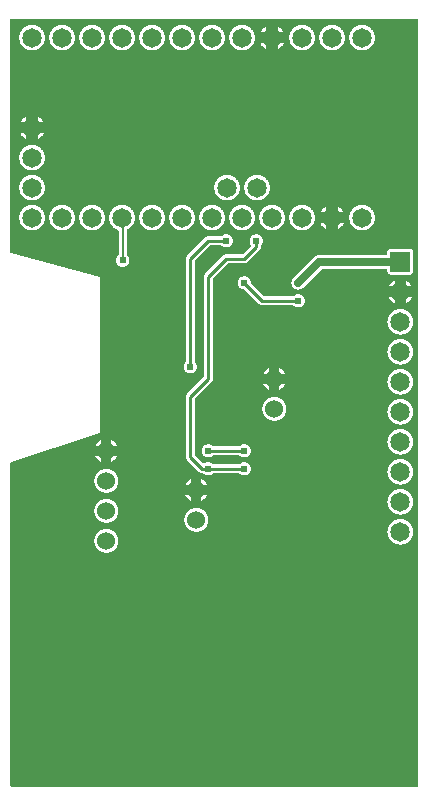
<source format=gbl>
G04 Layer: BottomLayer*
G04 EasyEDA v6.2.46, 2019-11-03T11:34:55+01:00*
G04 e10e46a80a834b6b97d20d57123ccb7d,d15f1e4770a0489585fd403fbbc54e69,10*
G04 Gerber Generator version 0.2*
G04 Scale: 100 percent, Rotated: No, Reflected: No *
G04 Dimensions in inches *
G04 leading zeros omitted , absolute positions ,2 integer and 4 decimal *
%FSLAX24Y24*%
%MOIN*%
G90*
G70D02*

%ADD10C,0.010000*%
%ADD11C,0.008000*%
%ADD12C,0.025000*%
%ADD14C,0.024400*%
%ADD18C,0.060000*%
%ADD19R,0.065000X0.065000*%
%ADD20C,0.065000*%

%LPD*%
G36*
G01X13760Y25800D02*
G01X239Y25800D01*
G01X234Y25799D01*
G01X228Y25798D01*
G01X223Y25796D01*
G01X213Y25790D01*
G01X209Y25786D01*
G01X203Y25776D01*
G01X201Y25771D01*
G01X200Y25765D01*
G01X199Y25760D01*
G01X200Y18030D01*
G01X200Y18024D01*
G01X201Y18019D01*
G01X203Y18013D01*
G01X206Y18008D01*
G01X214Y18000D01*
G01X219Y17996D01*
G01X224Y17993D01*
G01X229Y17992D01*
G01X3200Y17200D01*
G01X3200Y12000D01*
G01X227Y11009D01*
G01X221Y11006D01*
G01X216Y11003D01*
G01X211Y10999D01*
G01X207Y10994D01*
G01X204Y10989D01*
G01X201Y10983D01*
G01X200Y10977D01*
G01X200Y10971D01*
G01X199Y239D01*
G01X200Y234D01*
G01X201Y228D01*
G01X203Y223D01*
G01X209Y213D01*
G01X213Y209D01*
G01X223Y203D01*
G01X228Y201D01*
G01X234Y200D01*
G01X239Y199D01*
G01X240Y200D01*
G01X13760Y199D01*
G01X13765Y200D01*
G01X13771Y201D01*
G01X13776Y203D01*
G01X13786Y209D01*
G01X13790Y213D01*
G01X13796Y223D01*
G01X13798Y228D01*
G01X13799Y234D01*
G01X13800Y239D01*
G01X13800Y25760D01*
G01X13799Y25765D01*
G01X13798Y25771D01*
G01X13796Y25776D01*
G01X13790Y25786D01*
G01X13786Y25790D01*
G01X13776Y25796D01*
G01X13771Y25798D01*
G01X13765Y25799D01*
G01X13760Y25800D01*
G37*

%LPC*%
G36*
G01X8426Y18621D02*
G01X8400Y18623D01*
G01X8386Y18622D01*
G01X8373Y18621D01*
G01X8359Y18619D01*
G01X8346Y18616D01*
G01X8320Y18608D01*
G01X8308Y18603D01*
G01X8296Y18597D01*
G01X8284Y18590D01*
G01X8273Y18583D01*
G01X8262Y18575D01*
G01X8242Y18557D01*
G01X8224Y18537D01*
G01X8216Y18526D01*
G01X8209Y18515D01*
G01X8202Y18503D01*
G01X8196Y18491D01*
G01X8191Y18479D01*
G01X8183Y18453D01*
G01X8180Y18440D01*
G01X8178Y18426D01*
G01X8177Y18413D01*
G01X8177Y18385D01*
G01X8178Y18370D01*
G01X8181Y18356D01*
G01X8184Y18341D01*
G01X8194Y18313D01*
G01X8200Y18300D01*
G01X8207Y18287D01*
G01X8215Y18274D01*
G01X8218Y18269D01*
G01X8220Y18264D01*
G01X8222Y18252D01*
G01X8220Y18240D01*
G01X8214Y18228D01*
G01X8210Y18224D01*
G01X7949Y17962D01*
G01X7944Y17958D01*
G01X7939Y17955D01*
G01X7933Y17952D01*
G01X7927Y17951D01*
G01X7399Y17951D01*
G01X7388Y17950D01*
G01X7376Y17949D01*
G01X7364Y17946D01*
G01X7353Y17943D01*
G01X7342Y17939D01*
G01X7331Y17934D01*
G01X7311Y17922D01*
G01X7301Y17914D01*
G01X6685Y17298D01*
G01X6677Y17288D01*
G01X6665Y17268D01*
G01X6660Y17257D01*
G01X6656Y17246D01*
G01X6653Y17235D01*
G01X6650Y17223D01*
G01X6649Y17211D01*
G01X6648Y17200D01*
G01X6648Y13872D01*
G01X6647Y13866D01*
G01X6644Y13860D01*
G01X6641Y13855D01*
G01X6637Y13850D01*
G01X6085Y13298D01*
G01X6077Y13288D01*
G01X6065Y13268D01*
G01X6060Y13257D01*
G01X6056Y13246D01*
G01X6053Y13235D01*
G01X6050Y13223D01*
G01X6049Y13211D01*
G01X6048Y13200D01*
G01X6048Y11200D01*
G01X6050Y11176D01*
G01X6053Y11164D01*
G01X6056Y11153D01*
G01X6060Y11142D01*
G01X6065Y11131D01*
G01X6077Y11111D01*
G01X6085Y11101D01*
G01X6501Y10685D01*
G01X6511Y10677D01*
G01X6531Y10665D01*
G01X6542Y10660D01*
G01X6553Y10656D01*
G01X6564Y10653D01*
G01X6576Y10650D01*
G01X6588Y10649D01*
G01X6599Y10648D01*
G01X6625Y10648D01*
G01X6631Y10647D01*
G01X6646Y10638D01*
G01X6657Y10628D01*
G01X6679Y10612D01*
G01X6692Y10604D01*
G01X6704Y10598D01*
G01X6717Y10592D01*
G01X6730Y10588D01*
G01X6744Y10584D01*
G01X6757Y10580D01*
G01X6771Y10578D01*
G01X6799Y10576D01*
G01X6814Y10577D01*
G01X6828Y10578D01*
G01X6842Y10580D01*
G01X6855Y10584D01*
G01X6869Y10588D01*
G01X6882Y10592D01*
G01X6895Y10598D01*
G01X6907Y10604D01*
G01X6920Y10612D01*
G01X6942Y10628D01*
G01X6953Y10638D01*
G01X6968Y10647D01*
G01X6974Y10648D01*
G01X7825Y10648D01*
G01X7831Y10647D01*
G01X7846Y10638D01*
G01X7857Y10628D01*
G01X7879Y10612D01*
G01X7892Y10604D01*
G01X7904Y10598D01*
G01X7917Y10592D01*
G01X7930Y10588D01*
G01X7944Y10584D01*
G01X7957Y10580D01*
G01X7971Y10578D01*
G01X7985Y10577D01*
G01X8000Y10576D01*
G01X8026Y10578D01*
G01X8040Y10580D01*
G01X8053Y10583D01*
G01X8079Y10591D01*
G01X8091Y10596D01*
G01X8103Y10602D01*
G01X8115Y10609D01*
G01X8126Y10616D01*
G01X8137Y10624D01*
G01X8157Y10642D01*
G01X8175Y10662D01*
G01X8183Y10673D01*
G01X8190Y10684D01*
G01X8197Y10696D01*
G01X8203Y10708D01*
G01X8208Y10720D01*
G01X8216Y10746D01*
G01X8219Y10759D01*
G01X8221Y10773D01*
G01X8222Y10786D01*
G01X8223Y10800D01*
G01X8221Y10826D01*
G01X8219Y10840D01*
G01X8216Y10853D01*
G01X8208Y10879D01*
G01X8203Y10891D01*
G01X8197Y10903D01*
G01X8190Y10915D01*
G01X8183Y10926D01*
G01X8175Y10937D01*
G01X8157Y10957D01*
G01X8137Y10975D01*
G01X8126Y10983D01*
G01X8115Y10990D01*
G01X8103Y10997D01*
G01X8091Y11003D01*
G01X8079Y11008D01*
G01X8053Y11016D01*
G01X8040Y11019D01*
G01X8026Y11021D01*
G01X8000Y11023D01*
G01X7985Y11022D01*
G01X7971Y11021D01*
G01X7957Y11019D01*
G01X7944Y11015D01*
G01X7930Y11011D01*
G01X7917Y11007D01*
G01X7904Y11001D01*
G01X7892Y10995D01*
G01X7879Y10987D01*
G01X7857Y10971D01*
G01X7846Y10961D01*
G01X7831Y10952D01*
G01X7825Y10951D01*
G01X6974Y10951D01*
G01X6968Y10952D01*
G01X6953Y10961D01*
G01X6942Y10971D01*
G01X6920Y10987D01*
G01X6907Y10995D01*
G01X6895Y11001D01*
G01X6882Y11007D01*
G01X6869Y11011D01*
G01X6855Y11015D01*
G01X6842Y11019D01*
G01X6828Y11021D01*
G01X6814Y11022D01*
G01X6785Y11022D01*
G01X6770Y11021D01*
G01X6756Y11018D01*
G01X6741Y11015D01*
G01X6713Y11005D01*
G01X6700Y10999D01*
G01X6687Y10992D01*
G01X6674Y10984D01*
G01X6669Y10981D01*
G01X6664Y10979D01*
G01X6652Y10977D01*
G01X6640Y10979D01*
G01X6628Y10985D01*
G01X6624Y10989D01*
G01X6362Y11250D01*
G01X6358Y11255D01*
G01X6355Y11260D01*
G01X6352Y11266D01*
G01X6351Y11272D01*
G01X6351Y13127D01*
G01X6352Y13133D01*
G01X6355Y13139D01*
G01X6358Y13144D01*
G01X6362Y13149D01*
G01X6914Y13701D01*
G01X6922Y13711D01*
G01X6934Y13731D01*
G01X6939Y13742D01*
G01X6943Y13753D01*
G01X6946Y13764D01*
G01X6949Y13776D01*
G01X6950Y13788D01*
G01X6951Y13799D01*
G01X6951Y17127D01*
G01X6952Y17133D01*
G01X6955Y17139D01*
G01X6958Y17144D01*
G01X6962Y17149D01*
G01X7450Y17637D01*
G01X7455Y17641D01*
G01X7460Y17644D01*
G01X7466Y17647D01*
G01X7472Y17648D01*
G01X8000Y17648D01*
G01X8011Y17649D01*
G01X8023Y17650D01*
G01X8035Y17653D01*
G01X8046Y17656D01*
G01X8057Y17660D01*
G01X8068Y17665D01*
G01X8088Y17677D01*
G01X8098Y17685D01*
G01X8514Y18101D01*
G01X8522Y18111D01*
G01X8534Y18131D01*
G01X8539Y18142D01*
G01X8543Y18153D01*
G01X8546Y18164D01*
G01X8549Y18176D01*
G01X8550Y18188D01*
G01X8551Y18199D01*
G01X8551Y18225D01*
G01X8552Y18231D01*
G01X8561Y18246D01*
G01X8571Y18257D01*
G01X8587Y18279D01*
G01X8595Y18292D01*
G01X8601Y18304D01*
G01X8607Y18317D01*
G01X8611Y18330D01*
G01X8615Y18344D01*
G01X8619Y18357D01*
G01X8621Y18371D01*
G01X8622Y18385D01*
G01X8623Y18400D01*
G01X8621Y18426D01*
G01X8619Y18440D01*
G01X8616Y18453D01*
G01X8608Y18479D01*
G01X8603Y18491D01*
G01X8597Y18503D01*
G01X8590Y18515D01*
G01X8583Y18526D01*
G01X8575Y18537D01*
G01X8557Y18557D01*
G01X8537Y18575D01*
G01X8526Y18583D01*
G01X8515Y18590D01*
G01X8503Y18597D01*
G01X8491Y18603D01*
G01X8479Y18608D01*
G01X8453Y18616D01*
G01X8440Y18619D01*
G01X8426Y18621D01*
G37*
G36*
G01X7426Y18621D02*
G01X7400Y18623D01*
G01X7385Y18622D01*
G01X7371Y18621D01*
G01X7357Y18619D01*
G01X7344Y18615D01*
G01X7330Y18611D01*
G01X7317Y18607D01*
G01X7304Y18601D01*
G01X7292Y18595D01*
G01X7279Y18587D01*
G01X7257Y18571D01*
G01X7246Y18561D01*
G01X7231Y18552D01*
G01X7225Y18551D01*
G01X6799Y18551D01*
G01X6788Y18550D01*
G01X6776Y18549D01*
G01X6764Y18546D01*
G01X6753Y18543D01*
G01X6742Y18539D01*
G01X6731Y18534D01*
G01X6711Y18522D01*
G01X6701Y18514D01*
G01X6085Y17898D01*
G01X6077Y17888D01*
G01X6065Y17868D01*
G01X6060Y17857D01*
G01X6056Y17846D01*
G01X6053Y17835D01*
G01X6050Y17823D01*
G01X6049Y17811D01*
G01X6048Y17800D01*
G01X6048Y14374D01*
G01X6047Y14368D01*
G01X6038Y14353D01*
G01X6028Y14342D01*
G01X6012Y14320D01*
G01X6004Y14307D01*
G01X5998Y14295D01*
G01X5992Y14282D01*
G01X5988Y14269D01*
G01X5984Y14255D01*
G01X5980Y14242D01*
G01X5978Y14228D01*
G01X5977Y14214D01*
G01X5976Y14199D01*
G01X5977Y14186D01*
G01X5978Y14173D01*
G01X5980Y14159D01*
G01X5983Y14146D01*
G01X5991Y14120D01*
G01X5996Y14108D01*
G01X6002Y14096D01*
G01X6009Y14084D01*
G01X6016Y14073D01*
G01X6024Y14062D01*
G01X6042Y14042D01*
G01X6062Y14024D01*
G01X6073Y14016D01*
G01X6084Y14009D01*
G01X6096Y14002D01*
G01X6108Y13996D01*
G01X6120Y13991D01*
G01X6146Y13983D01*
G01X6159Y13980D01*
G01X6173Y13978D01*
G01X6186Y13977D01*
G01X6200Y13976D01*
G01X6226Y13978D01*
G01X6240Y13980D01*
G01X6253Y13983D01*
G01X6279Y13991D01*
G01X6291Y13996D01*
G01X6303Y14002D01*
G01X6315Y14009D01*
G01X6326Y14016D01*
G01X6337Y14024D01*
G01X6357Y14042D01*
G01X6375Y14062D01*
G01X6383Y14073D01*
G01X6390Y14084D01*
G01X6397Y14096D01*
G01X6403Y14108D01*
G01X6408Y14120D01*
G01X6416Y14146D01*
G01X6419Y14159D01*
G01X6421Y14173D01*
G01X6422Y14186D01*
G01X6423Y14200D01*
G01X6421Y14228D01*
G01X6419Y14242D01*
G01X6415Y14255D01*
G01X6411Y14269D01*
G01X6407Y14282D01*
G01X6401Y14295D01*
G01X6395Y14307D01*
G01X6387Y14320D01*
G01X6371Y14342D01*
G01X6361Y14353D01*
G01X6352Y14368D01*
G01X6351Y14374D01*
G01X6351Y17727D01*
G01X6352Y17733D01*
G01X6355Y17739D01*
G01X6358Y17744D01*
G01X6362Y17749D01*
G01X6850Y18237D01*
G01X6855Y18241D01*
G01X6860Y18244D01*
G01X6866Y18247D01*
G01X6872Y18248D01*
G01X7225Y18248D01*
G01X7231Y18247D01*
G01X7246Y18238D01*
G01X7257Y18228D01*
G01X7279Y18212D01*
G01X7292Y18204D01*
G01X7304Y18198D01*
G01X7317Y18192D01*
G01X7330Y18188D01*
G01X7344Y18184D01*
G01X7357Y18180D01*
G01X7371Y18178D01*
G01X7385Y18177D01*
G01X7413Y18177D01*
G01X7426Y18178D01*
G01X7440Y18180D01*
G01X7453Y18183D01*
G01X7479Y18191D01*
G01X7491Y18196D01*
G01X7503Y18202D01*
G01X7515Y18209D01*
G01X7526Y18216D01*
G01X7537Y18224D01*
G01X7557Y18242D01*
G01X7575Y18262D01*
G01X7583Y18273D01*
G01X7590Y18284D01*
G01X7597Y18296D01*
G01X7603Y18308D01*
G01X7608Y18320D01*
G01X7616Y18346D01*
G01X7619Y18359D01*
G01X7621Y18373D01*
G01X7622Y18386D01*
G01X7623Y18400D01*
G01X7621Y18426D01*
G01X7619Y18440D01*
G01X7616Y18453D01*
G01X7608Y18479D01*
G01X7603Y18491D01*
G01X7597Y18503D01*
G01X7590Y18515D01*
G01X7583Y18526D01*
G01X7575Y18537D01*
G01X7557Y18557D01*
G01X7537Y18575D01*
G01X7526Y18583D01*
G01X7515Y18590D01*
G01X7503Y18597D01*
G01X7491Y18603D01*
G01X7479Y18608D01*
G01X7453Y18616D01*
G01X7440Y18619D01*
G01X7426Y18621D01*
G37*
G36*
G01X13525Y18126D02*
G01X12875Y18126D01*
G01X12865Y18125D01*
G01X12856Y18124D01*
G01X12847Y18122D01*
G01X12838Y18119D01*
G01X12829Y18115D01*
G01X12821Y18110D01*
G01X12814Y18105D01*
G01X12806Y18099D01*
G01X12800Y18093D01*
G01X12794Y18085D01*
G01X12789Y18078D01*
G01X12784Y18070D01*
G01X12780Y18061D01*
G01X12777Y18052D01*
G01X12775Y18043D01*
G01X12773Y18025D01*
G01X12773Y17960D01*
G01X12772Y17954D01*
G01X12770Y17949D01*
G01X12764Y17939D01*
G01X12760Y17935D01*
G01X12750Y17929D01*
G01X12745Y17927D01*
G01X12739Y17926D01*
G01X10500Y17926D01*
G01X10472Y17924D01*
G01X10459Y17922D01*
G01X10445Y17919D01*
G01X10419Y17911D01*
G01X10407Y17906D01*
G01X10394Y17900D01*
G01X10383Y17893D01*
G01X10371Y17885D01*
G01X10360Y17877D01*
G01X10350Y17869D01*
G01X9630Y17149D01*
G01X9622Y17139D01*
G01X9614Y17128D01*
G01X9606Y17116D01*
G01X9599Y17105D01*
G01X9593Y17092D01*
G01X9588Y17080D01*
G01X9580Y17054D01*
G01X9577Y17040D01*
G01X9575Y17027D01*
G01X9574Y17013D01*
G01X9573Y17000D01*
G01X9575Y16972D01*
G01X9577Y16959D01*
G01X9580Y16945D01*
G01X9588Y16919D01*
G01X9593Y16907D01*
G01X9599Y16894D01*
G01X9606Y16883D01*
G01X9614Y16871D01*
G01X9622Y16860D01*
G01X9630Y16850D01*
G01X9650Y16830D01*
G01X9660Y16822D01*
G01X9671Y16814D01*
G01X9683Y16806D01*
G01X9694Y16799D01*
G01X9707Y16793D01*
G01X9719Y16788D01*
G01X9745Y16780D01*
G01X9759Y16777D01*
G01X9772Y16775D01*
G01X9800Y16773D01*
G01X9813Y16774D01*
G01X9827Y16775D01*
G01X9840Y16777D01*
G01X9854Y16780D01*
G01X9880Y16788D01*
G01X9892Y16793D01*
G01X9905Y16799D01*
G01X9916Y16806D01*
G01X9928Y16814D01*
G01X9939Y16822D01*
G01X9949Y16830D01*
G01X10581Y17462D01*
G01X10586Y17466D01*
G01X10592Y17469D01*
G01X10597Y17472D01*
G01X10603Y17473D01*
G01X12739Y17473D01*
G01X12745Y17472D01*
G01X12750Y17470D01*
G01X12760Y17464D01*
G01X12764Y17460D01*
G01X12770Y17450D01*
G01X12772Y17445D01*
G01X12773Y17439D01*
G01X12773Y17375D01*
G01X12774Y17365D01*
G01X12775Y17356D01*
G01X12777Y17347D01*
G01X12780Y17338D01*
G01X12784Y17329D01*
G01X12789Y17321D01*
G01X12794Y17314D01*
G01X12800Y17306D01*
G01X12806Y17300D01*
G01X12814Y17294D01*
G01X12821Y17289D01*
G01X12829Y17284D01*
G01X12838Y17280D01*
G01X12847Y17277D01*
G01X12856Y17275D01*
G01X12865Y17274D01*
G01X12875Y17273D01*
G01X13525Y17273D01*
G01X13543Y17275D01*
G01X13552Y17277D01*
G01X13561Y17280D01*
G01X13570Y17284D01*
G01X13578Y17289D01*
G01X13585Y17294D01*
G01X13593Y17300D01*
G01X13599Y17306D01*
G01X13605Y17314D01*
G01X13610Y17321D01*
G01X13615Y17329D01*
G01X13619Y17338D01*
G01X13622Y17347D01*
G01X13624Y17356D01*
G01X13625Y17365D01*
G01X13626Y17375D01*
G01X13626Y18025D01*
G01X13624Y18043D01*
G01X13622Y18052D01*
G01X13619Y18061D01*
G01X13615Y18070D01*
G01X13610Y18078D01*
G01X13605Y18085D01*
G01X13599Y18093D01*
G01X13593Y18099D01*
G01X13585Y18105D01*
G01X13578Y18110D01*
G01X13570Y18115D01*
G01X13561Y18119D01*
G01X13552Y18122D01*
G01X13543Y18124D01*
G01X13525Y18126D01*
G37*
G36*
G01X8013Y17222D02*
G01X8000Y17223D01*
G01X7986Y17222D01*
G01X7973Y17221D01*
G01X7959Y17219D01*
G01X7946Y17216D01*
G01X7920Y17208D01*
G01X7908Y17203D01*
G01X7896Y17197D01*
G01X7884Y17190D01*
G01X7873Y17183D01*
G01X7862Y17175D01*
G01X7842Y17157D01*
G01X7824Y17137D01*
G01X7816Y17126D01*
G01X7809Y17115D01*
G01X7802Y17103D01*
G01X7796Y17091D01*
G01X7791Y17079D01*
G01X7783Y17053D01*
G01X7780Y17040D01*
G01X7778Y17026D01*
G01X7776Y17000D01*
G01X7778Y16972D01*
G01X7780Y16958D01*
G01X7783Y16945D01*
G01X7787Y16932D01*
G01X7797Y16906D01*
G01X7803Y16894D01*
G01X7810Y16882D01*
G01X7818Y16870D01*
G01X7826Y16859D01*
G01X7835Y16849D01*
G01X7845Y16839D01*
G01X7865Y16821D01*
G01X7877Y16813D01*
G01X7888Y16806D01*
G01X7901Y16800D01*
G01X7913Y16794D01*
G01X7926Y16789D01*
G01X7939Y16785D01*
G01X7952Y16782D01*
G01X7966Y16779D01*
G01X7980Y16777D01*
G01X7993Y16777D01*
G01X7999Y16776D01*
G01X8011Y16772D01*
G01X8016Y16769D01*
G01X8021Y16765D01*
G01X8501Y16285D01*
G01X8511Y16277D01*
G01X8531Y16265D01*
G01X8542Y16260D01*
G01X8553Y16256D01*
G01X8564Y16253D01*
G01X8576Y16250D01*
G01X8588Y16249D01*
G01X8599Y16248D01*
G01X9625Y16248D01*
G01X9631Y16247D01*
G01X9646Y16238D01*
G01X9657Y16228D01*
G01X9679Y16212D01*
G01X9692Y16204D01*
G01X9704Y16198D01*
G01X9717Y16192D01*
G01X9730Y16188D01*
G01X9744Y16184D01*
G01X9757Y16180D01*
G01X9771Y16178D01*
G01X9785Y16177D01*
G01X9800Y16176D01*
G01X9826Y16178D01*
G01X9840Y16180D01*
G01X9853Y16183D01*
G01X9879Y16191D01*
G01X9891Y16196D01*
G01X9903Y16202D01*
G01X9915Y16209D01*
G01X9926Y16216D01*
G01X9937Y16224D01*
G01X9957Y16242D01*
G01X9975Y16262D01*
G01X9983Y16273D01*
G01X9990Y16284D01*
G01X9997Y16296D01*
G01X10003Y16308D01*
G01X10008Y16320D01*
G01X10016Y16346D01*
G01X10019Y16359D01*
G01X10021Y16373D01*
G01X10022Y16386D01*
G01X10022Y16413D01*
G01X10021Y16426D01*
G01X10019Y16440D01*
G01X10016Y16453D01*
G01X10008Y16479D01*
G01X10003Y16491D01*
G01X9997Y16503D01*
G01X9990Y16515D01*
G01X9983Y16526D01*
G01X9975Y16537D01*
G01X9957Y16557D01*
G01X9937Y16575D01*
G01X9926Y16583D01*
G01X9915Y16590D01*
G01X9903Y16597D01*
G01X9891Y16603D01*
G01X9879Y16608D01*
G01X9853Y16616D01*
G01X9840Y16619D01*
G01X9826Y16621D01*
G01X9800Y16623D01*
G01X9785Y16622D01*
G01X9771Y16621D01*
G01X9757Y16619D01*
G01X9744Y16615D01*
G01X9730Y16611D01*
G01X9717Y16607D01*
G01X9704Y16601D01*
G01X9692Y16595D01*
G01X9679Y16587D01*
G01X9657Y16571D01*
G01X9646Y16561D01*
G01X9631Y16552D01*
G01X9625Y16551D01*
G01X8672Y16551D01*
G01X8666Y16552D01*
G01X8660Y16555D01*
G01X8655Y16558D01*
G01X8650Y16562D01*
G01X8234Y16978D01*
G01X8230Y16983D01*
G01X8227Y16988D01*
G01X8223Y17000D01*
G01X8222Y17006D01*
G01X8222Y17019D01*
G01X8220Y17033D01*
G01X8217Y17047D01*
G01X8214Y17060D01*
G01X8210Y17073D01*
G01X8205Y17086D01*
G01X8199Y17098D01*
G01X8193Y17111D01*
G01X8186Y17122D01*
G01X8178Y17134D01*
G01X8160Y17154D01*
G01X8150Y17164D01*
G01X8140Y17173D01*
G01X8129Y17181D01*
G01X8117Y17189D01*
G01X8105Y17196D01*
G01X8093Y17202D01*
G01X8067Y17212D01*
G01X8054Y17216D01*
G01X8041Y17219D01*
G01X8027Y17221D01*
G01X8013Y17222D01*
G37*
G36*
G01X3946Y19597D02*
G01X3928Y19598D01*
G01X3890Y19596D01*
G01X3872Y19594D01*
G01X3854Y19591D01*
G01X3835Y19587D01*
G01X3817Y19583D01*
G01X3799Y19578D01*
G01X3782Y19572D01*
G01X3748Y19558D01*
G01X3731Y19549D01*
G01X3699Y19531D01*
G01X3683Y19520D01*
G01X3668Y19509D01*
G01X3654Y19498D01*
G01X3640Y19486D01*
G01X3626Y19473D01*
G01X3614Y19459D01*
G01X3601Y19445D01*
G01X3590Y19431D01*
G01X3579Y19416D01*
G01X3568Y19400D01*
G01X3550Y19368D01*
G01X3542Y19352D01*
G01X3534Y19335D01*
G01X3527Y19317D01*
G01X3521Y19300D01*
G01X3516Y19282D01*
G01X3512Y19264D01*
G01X3508Y19245D01*
G01X3505Y19227D01*
G01X3503Y19209D01*
G01X3502Y19190D01*
G01X3502Y19153D01*
G01X3503Y19134D01*
G01X3505Y19116D01*
G01X3508Y19097D01*
G01X3516Y19061D01*
G01X3521Y19043D01*
G01X3527Y19026D01*
G01X3534Y19008D01*
G01X3542Y18991D01*
G01X3550Y18975D01*
G01X3559Y18958D01*
G01X3568Y18943D01*
G01X3579Y18927D01*
G01X3590Y18912D01*
G01X3601Y18898D01*
G01X3614Y18884D01*
G01X3626Y18870D01*
G01X3640Y18857D01*
G01X3668Y18833D01*
G01X3683Y18822D01*
G01X3715Y18802D01*
G01X3731Y18794D01*
G01X3748Y18785D01*
G01X3782Y18771D01*
G01X3788Y18769D01*
G01X3793Y18765D01*
G01X3797Y18761D01*
G01X3801Y18756D01*
G01X3807Y18746D01*
G01X3809Y18734D01*
G01X3809Y17940D01*
G01X3808Y17934D01*
G01X3804Y17922D01*
G01X3800Y17916D01*
G01X3796Y17911D01*
G01X3786Y17901D01*
G01X3777Y17891D01*
G01X3769Y17880D01*
G01X3761Y17868D01*
G01X3747Y17844D01*
G01X3737Y17818D01*
G01X3733Y17805D01*
G01X3730Y17791D01*
G01X3728Y17777D01*
G01X3727Y17763D01*
G01X3726Y17750D01*
G01X3727Y17736D01*
G01X3728Y17723D01*
G01X3730Y17709D01*
G01X3733Y17696D01*
G01X3741Y17670D01*
G01X3746Y17658D01*
G01X3752Y17646D01*
G01X3759Y17634D01*
G01X3766Y17623D01*
G01X3774Y17612D01*
G01X3792Y17592D01*
G01X3812Y17574D01*
G01X3823Y17566D01*
G01X3834Y17559D01*
G01X3846Y17552D01*
G01X3858Y17546D01*
G01X3870Y17541D01*
G01X3896Y17533D01*
G01X3909Y17530D01*
G01X3923Y17528D01*
G01X3936Y17527D01*
G01X3963Y17527D01*
G01X3976Y17528D01*
G01X3990Y17530D01*
G01X4003Y17533D01*
G01X4029Y17541D01*
G01X4041Y17546D01*
G01X4053Y17552D01*
G01X4065Y17559D01*
G01X4076Y17566D01*
G01X4087Y17574D01*
G01X4107Y17592D01*
G01X4125Y17612D01*
G01X4133Y17623D01*
G01X4140Y17634D01*
G01X4147Y17646D01*
G01X4153Y17658D01*
G01X4158Y17670D01*
G01X4166Y17696D01*
G01X4169Y17709D01*
G01X4171Y17723D01*
G01X4173Y17749D01*
G01X4171Y17777D01*
G01X4169Y17791D01*
G01X4166Y17805D01*
G01X4162Y17818D01*
G01X4152Y17844D01*
G01X4138Y17868D01*
G01X4130Y17880D01*
G01X4122Y17891D01*
G01X4113Y17901D01*
G01X4103Y17911D01*
G01X4099Y17916D01*
G01X4095Y17922D01*
G01X4091Y17934D01*
G01X4090Y17940D01*
G01X4090Y18752D01*
G01X4091Y18758D01*
G01X4093Y18765D01*
G01X4095Y18770D01*
G01X4098Y18776D01*
G01X4103Y18781D01*
G01X4108Y18785D01*
G01X4113Y18788D01*
G01X4147Y18806D01*
G01X4163Y18816D01*
G01X4178Y18827D01*
G01X4194Y18839D01*
G01X4208Y18851D01*
G01X4236Y18877D01*
G01X4249Y18892D01*
G01X4261Y18906D01*
G01X4272Y18921D01*
G01X4283Y18937D01*
G01X4293Y18953D01*
G01X4303Y18970D01*
G01X4312Y18987D01*
G01X4319Y19004D01*
G01X4327Y19022D01*
G01X4333Y19040D01*
G01X4338Y19058D01*
G01X4343Y19077D01*
G01X4347Y19096D01*
G01X4350Y19114D01*
G01X4352Y19133D01*
G01X4354Y19171D01*
G01X4352Y19209D01*
G01X4350Y19227D01*
G01X4347Y19245D01*
G01X4344Y19264D01*
G01X4334Y19300D01*
G01X4328Y19317D01*
G01X4321Y19335D01*
G01X4314Y19352D01*
G01X4305Y19368D01*
G01X4297Y19384D01*
G01X4277Y19416D01*
G01X4266Y19431D01*
G01X4242Y19459D01*
G01X4229Y19473D01*
G01X4215Y19486D01*
G01X4201Y19498D01*
G01X4187Y19509D01*
G01X4172Y19520D01*
G01X4156Y19531D01*
G01X4141Y19540D01*
G01X4124Y19549D01*
G01X4108Y19558D01*
G01X4091Y19565D01*
G01X4073Y19572D01*
G01X4056Y19578D01*
G01X4038Y19583D01*
G01X4002Y19591D01*
G01X3983Y19594D01*
G01X3965Y19596D01*
G01X3946Y19597D01*
G37*
G36*
G01X6828Y11621D02*
G01X6800Y11623D01*
G01X6786Y11622D01*
G01X6773Y11621D01*
G01X6759Y11619D01*
G01X6746Y11616D01*
G01X6720Y11608D01*
G01X6708Y11603D01*
G01X6696Y11597D01*
G01X6684Y11590D01*
G01X6673Y11583D01*
G01X6662Y11575D01*
G01X6642Y11557D01*
G01X6624Y11537D01*
G01X6616Y11526D01*
G01X6609Y11515D01*
G01X6602Y11503D01*
G01X6596Y11491D01*
G01X6591Y11479D01*
G01X6583Y11453D01*
G01X6580Y11440D01*
G01X6578Y11426D01*
G01X6576Y11400D01*
G01X6577Y11386D01*
G01X6578Y11373D01*
G01X6580Y11359D01*
G01X6583Y11346D01*
G01X6591Y11320D01*
G01X6596Y11308D01*
G01X6602Y11296D01*
G01X6609Y11284D01*
G01X6616Y11273D01*
G01X6624Y11262D01*
G01X6642Y11242D01*
G01X6662Y11224D01*
G01X6673Y11216D01*
G01X6684Y11209D01*
G01X6696Y11202D01*
G01X6708Y11196D01*
G01X6720Y11191D01*
G01X6746Y11183D01*
G01X6759Y11180D01*
G01X6773Y11178D01*
G01X6799Y11176D01*
G01X6814Y11177D01*
G01X6828Y11178D01*
G01X6842Y11180D01*
G01X6855Y11184D01*
G01X6869Y11188D01*
G01X6882Y11192D01*
G01X6895Y11198D01*
G01X6907Y11204D01*
G01X6920Y11212D01*
G01X6942Y11228D01*
G01X6953Y11238D01*
G01X6968Y11247D01*
G01X6974Y11248D01*
G01X7825Y11248D01*
G01X7831Y11247D01*
G01X7846Y11238D01*
G01X7857Y11228D01*
G01X7879Y11212D01*
G01X7892Y11204D01*
G01X7904Y11198D01*
G01X7917Y11192D01*
G01X7930Y11188D01*
G01X7944Y11184D01*
G01X7957Y11180D01*
G01X7971Y11178D01*
G01X7985Y11177D01*
G01X8000Y11176D01*
G01X8026Y11178D01*
G01X8040Y11180D01*
G01X8053Y11183D01*
G01X8079Y11191D01*
G01X8091Y11196D01*
G01X8103Y11202D01*
G01X8115Y11209D01*
G01X8126Y11216D01*
G01X8137Y11224D01*
G01X8157Y11242D01*
G01X8175Y11262D01*
G01X8183Y11273D01*
G01X8190Y11284D01*
G01X8197Y11296D01*
G01X8203Y11308D01*
G01X8208Y11320D01*
G01X8216Y11346D01*
G01X8219Y11359D01*
G01X8221Y11373D01*
G01X8222Y11386D01*
G01X8223Y11400D01*
G01X8221Y11426D01*
G01X8219Y11440D01*
G01X8216Y11453D01*
G01X8208Y11479D01*
G01X8203Y11491D01*
G01X8197Y11503D01*
G01X8190Y11515D01*
G01X8183Y11526D01*
G01X8175Y11537D01*
G01X8157Y11557D01*
G01X8137Y11575D01*
G01X8126Y11583D01*
G01X8115Y11590D01*
G01X8103Y11597D01*
G01X8091Y11603D01*
G01X8079Y11608D01*
G01X8053Y11616D01*
G01X8040Y11619D01*
G01X8026Y11621D01*
G01X8000Y11623D01*
G01X7985Y11622D01*
G01X7971Y11621D01*
G01X7957Y11619D01*
G01X7944Y11615D01*
G01X7930Y11611D01*
G01X7917Y11607D01*
G01X7904Y11601D01*
G01X7892Y11595D01*
G01X7879Y11587D01*
G01X7857Y11571D01*
G01X7846Y11561D01*
G01X7831Y11552D01*
G01X7825Y11551D01*
G01X6974Y11551D01*
G01X6968Y11552D01*
G01X6953Y11561D01*
G01X6942Y11571D01*
G01X6920Y11587D01*
G01X6907Y11595D01*
G01X6895Y11601D01*
G01X6882Y11607D01*
G01X6869Y11611D01*
G01X6855Y11615D01*
G01X6842Y11619D01*
G01X6828Y11621D01*
G37*
G36*
G01X13218Y10125D02*
G01X13200Y10126D01*
G01X13162Y10124D01*
G01X13144Y10122D01*
G01X13126Y10119D01*
G01X13107Y10115D01*
G01X13089Y10111D01*
G01X13071Y10106D01*
G01X13054Y10100D01*
G01X13036Y10093D01*
G01X13019Y10086D01*
G01X13003Y10077D01*
G01X12986Y10068D01*
G01X12971Y10059D01*
G01X12955Y10048D01*
G01X12940Y10037D01*
G01X12926Y10026D01*
G01X12912Y10014D01*
G01X12898Y10001D01*
G01X12885Y9987D01*
G01X12873Y9973D01*
G01X12862Y9959D01*
G01X12851Y9944D01*
G01X12840Y9928D01*
G01X12831Y9913D01*
G01X12822Y9896D01*
G01X12813Y9880D01*
G01X12806Y9863D01*
G01X12799Y9845D01*
G01X12793Y9828D01*
G01X12788Y9810D01*
G01X12784Y9792D01*
G01X12780Y9773D01*
G01X12777Y9755D01*
G01X12775Y9737D01*
G01X12773Y9699D01*
G01X12775Y9662D01*
G01X12777Y9644D01*
G01X12780Y9626D01*
G01X12784Y9607D01*
G01X12788Y9589D01*
G01X12793Y9571D01*
G01X12799Y9554D01*
G01X12806Y9536D01*
G01X12813Y9519D01*
G01X12822Y9503D01*
G01X12831Y9486D01*
G01X12840Y9471D01*
G01X12851Y9455D01*
G01X12862Y9440D01*
G01X12873Y9426D01*
G01X12885Y9412D01*
G01X12898Y9398D01*
G01X12912Y9385D01*
G01X12926Y9373D01*
G01X12940Y9362D01*
G01X12955Y9351D01*
G01X12971Y9340D01*
G01X12986Y9331D01*
G01X13003Y9322D01*
G01X13019Y9313D01*
G01X13036Y9306D01*
G01X13054Y9299D01*
G01X13071Y9293D01*
G01X13089Y9288D01*
G01X13107Y9284D01*
G01X13126Y9280D01*
G01X13144Y9277D01*
G01X13162Y9275D01*
G01X13200Y9273D01*
G01X13218Y9274D01*
G01X13237Y9275D01*
G01X13255Y9277D01*
G01X13273Y9280D01*
G01X13292Y9284D01*
G01X13310Y9288D01*
G01X13328Y9293D01*
G01X13345Y9299D01*
G01X13363Y9306D01*
G01X13380Y9313D01*
G01X13396Y9322D01*
G01X13413Y9331D01*
G01X13428Y9340D01*
G01X13444Y9351D01*
G01X13459Y9362D01*
G01X13473Y9373D01*
G01X13487Y9385D01*
G01X13501Y9398D01*
G01X13514Y9412D01*
G01X13526Y9426D01*
G01X13537Y9440D01*
G01X13548Y9455D01*
G01X13559Y9471D01*
G01X13568Y9486D01*
G01X13577Y9503D01*
G01X13586Y9519D01*
G01X13593Y9536D01*
G01X13600Y9554D01*
G01X13606Y9571D01*
G01X13611Y9589D01*
G01X13615Y9607D01*
G01X13619Y9626D01*
G01X13622Y9644D01*
G01X13624Y9662D01*
G01X13626Y9700D01*
G01X13625Y9718D01*
G01X13624Y9737D01*
G01X13622Y9755D01*
G01X13619Y9773D01*
G01X13615Y9792D01*
G01X13611Y9810D01*
G01X13606Y9828D01*
G01X13600Y9845D01*
G01X13593Y9863D01*
G01X13586Y9880D01*
G01X13577Y9896D01*
G01X13568Y9913D01*
G01X13559Y9928D01*
G01X13548Y9944D01*
G01X13537Y9959D01*
G01X13526Y9973D01*
G01X13514Y9987D01*
G01X13501Y10001D01*
G01X13487Y10014D01*
G01X13473Y10026D01*
G01X13459Y10037D01*
G01X13444Y10048D01*
G01X13428Y10059D01*
G01X13413Y10068D01*
G01X13396Y10077D01*
G01X13380Y10086D01*
G01X13363Y10093D01*
G01X13345Y10100D01*
G01X13328Y10106D01*
G01X13310Y10111D01*
G01X13292Y10115D01*
G01X13273Y10119D01*
G01X13255Y10122D01*
G01X13237Y10124D01*
G01X13218Y10125D01*
G37*
G36*
G01X946Y25597D02*
G01X928Y25598D01*
G01X890Y25596D01*
G01X872Y25594D01*
G01X854Y25591D01*
G01X835Y25587D01*
G01X817Y25583D01*
G01X799Y25578D01*
G01X782Y25572D01*
G01X748Y25558D01*
G01X731Y25549D01*
G01X699Y25531D01*
G01X683Y25520D01*
G01X668Y25509D01*
G01X654Y25498D01*
G01X640Y25486D01*
G01X626Y25473D01*
G01X614Y25459D01*
G01X601Y25445D01*
G01X590Y25431D01*
G01X579Y25416D01*
G01X568Y25400D01*
G01X550Y25368D01*
G01X542Y25352D01*
G01X534Y25335D01*
G01X527Y25317D01*
G01X521Y25300D01*
G01X516Y25282D01*
G01X512Y25264D01*
G01X508Y25245D01*
G01X505Y25227D01*
G01X503Y25209D01*
G01X502Y25190D01*
G01X502Y25153D01*
G01X503Y25134D01*
G01X505Y25116D01*
G01X508Y25098D01*
G01X512Y25079D01*
G01X516Y25061D01*
G01X521Y25043D01*
G01X527Y25026D01*
G01X534Y25008D01*
G01X542Y24991D01*
G01X550Y24975D01*
G01X568Y24943D01*
G01X579Y24927D01*
G01X590Y24912D01*
G01X601Y24898D01*
G01X614Y24884D01*
G01X626Y24870D01*
G01X640Y24857D01*
G01X654Y24845D01*
G01X668Y24834D01*
G01X683Y24823D01*
G01X699Y24812D01*
G01X731Y24794D01*
G01X748Y24785D01*
G01X782Y24771D01*
G01X799Y24765D01*
G01X817Y24760D01*
G01X835Y24756D01*
G01X854Y24752D01*
G01X872Y24749D01*
G01X890Y24747D01*
G01X909Y24746D01*
G01X946Y24746D01*
G01X965Y24747D01*
G01X983Y24749D01*
G01X1002Y24752D01*
G01X1038Y24760D01*
G01X1056Y24765D01*
G01X1073Y24771D01*
G01X1091Y24778D01*
G01X1108Y24785D01*
G01X1124Y24794D01*
G01X1141Y24803D01*
G01X1156Y24812D01*
G01X1172Y24823D01*
G01X1187Y24834D01*
G01X1201Y24845D01*
G01X1215Y24857D01*
G01X1229Y24870D01*
G01X1242Y24884D01*
G01X1266Y24912D01*
G01X1277Y24927D01*
G01X1297Y24959D01*
G01X1305Y24975D01*
G01X1314Y24991D01*
G01X1321Y25008D01*
G01X1328Y25026D01*
G01X1334Y25043D01*
G01X1344Y25079D01*
G01X1347Y25098D01*
G01X1350Y25116D01*
G01X1352Y25134D01*
G01X1353Y25153D01*
G01X1354Y25171D01*
G01X1352Y25209D01*
G01X1350Y25227D01*
G01X1347Y25245D01*
G01X1344Y25264D01*
G01X1334Y25300D01*
G01X1328Y25317D01*
G01X1321Y25335D01*
G01X1314Y25352D01*
G01X1305Y25368D01*
G01X1297Y25384D01*
G01X1277Y25416D01*
G01X1266Y25431D01*
G01X1242Y25459D01*
G01X1229Y25473D01*
G01X1215Y25486D01*
G01X1201Y25498D01*
G01X1187Y25509D01*
G01X1172Y25520D01*
G01X1156Y25531D01*
G01X1141Y25540D01*
G01X1124Y25549D01*
G01X1108Y25558D01*
G01X1091Y25565D01*
G01X1073Y25572D01*
G01X1056Y25578D01*
G01X1038Y25583D01*
G01X1002Y25591D01*
G01X983Y25594D01*
G01X965Y25596D01*
G01X946Y25597D01*
G37*
G36*
G01X13218Y11125D02*
G01X13200Y11126D01*
G01X13162Y11124D01*
G01X13144Y11122D01*
G01X13126Y11119D01*
G01X13107Y11115D01*
G01X13089Y11111D01*
G01X13071Y11106D01*
G01X13054Y11100D01*
G01X13036Y11093D01*
G01X13019Y11086D01*
G01X13003Y11077D01*
G01X12986Y11068D01*
G01X12971Y11059D01*
G01X12955Y11048D01*
G01X12940Y11037D01*
G01X12926Y11026D01*
G01X12912Y11014D01*
G01X12898Y11001D01*
G01X12885Y10987D01*
G01X12873Y10973D01*
G01X12862Y10959D01*
G01X12851Y10944D01*
G01X12840Y10928D01*
G01X12831Y10913D01*
G01X12822Y10896D01*
G01X12813Y10880D01*
G01X12806Y10863D01*
G01X12799Y10845D01*
G01X12793Y10828D01*
G01X12788Y10810D01*
G01X12784Y10792D01*
G01X12780Y10773D01*
G01X12777Y10755D01*
G01X12775Y10737D01*
G01X12774Y10718D01*
G01X12773Y10700D01*
G01X12775Y10662D01*
G01X12777Y10644D01*
G01X12780Y10626D01*
G01X12784Y10607D01*
G01X12788Y10589D01*
G01X12793Y10571D01*
G01X12799Y10554D01*
G01X12806Y10536D01*
G01X12813Y10519D01*
G01X12822Y10503D01*
G01X12831Y10486D01*
G01X12840Y10471D01*
G01X12851Y10455D01*
G01X12862Y10440D01*
G01X12873Y10426D01*
G01X12885Y10412D01*
G01X12898Y10398D01*
G01X12912Y10385D01*
G01X12926Y10373D01*
G01X12940Y10362D01*
G01X12955Y10351D01*
G01X12971Y10340D01*
G01X12986Y10331D01*
G01X13003Y10322D01*
G01X13019Y10313D01*
G01X13036Y10306D01*
G01X13054Y10299D01*
G01X13071Y10293D01*
G01X13089Y10288D01*
G01X13107Y10284D01*
G01X13126Y10280D01*
G01X13144Y10277D01*
G01X13162Y10275D01*
G01X13200Y10273D01*
G01X13218Y10274D01*
G01X13237Y10275D01*
G01X13255Y10277D01*
G01X13273Y10280D01*
G01X13292Y10284D01*
G01X13310Y10288D01*
G01X13328Y10293D01*
G01X13345Y10299D01*
G01X13363Y10306D01*
G01X13380Y10313D01*
G01X13396Y10322D01*
G01X13413Y10331D01*
G01X13428Y10340D01*
G01X13444Y10351D01*
G01X13459Y10362D01*
G01X13473Y10373D01*
G01X13487Y10385D01*
G01X13501Y10398D01*
G01X13514Y10412D01*
G01X13526Y10426D01*
G01X13537Y10440D01*
G01X13548Y10455D01*
G01X13559Y10471D01*
G01X13568Y10486D01*
G01X13577Y10503D01*
G01X13586Y10519D01*
G01X13593Y10536D01*
G01X13600Y10554D01*
G01X13606Y10571D01*
G01X13611Y10589D01*
G01X13615Y10607D01*
G01X13619Y10626D01*
G01X13622Y10644D01*
G01X13624Y10662D01*
G01X13626Y10700D01*
G01X13625Y10718D01*
G01X13624Y10737D01*
G01X13622Y10755D01*
G01X13619Y10773D01*
G01X13615Y10792D01*
G01X13611Y10810D01*
G01X13606Y10828D01*
G01X13600Y10845D01*
G01X13593Y10863D01*
G01X13586Y10880D01*
G01X13577Y10896D01*
G01X13568Y10913D01*
G01X13559Y10928D01*
G01X13548Y10944D01*
G01X13537Y10959D01*
G01X13526Y10973D01*
G01X13514Y10987D01*
G01X13501Y11001D01*
G01X13487Y11014D01*
G01X13473Y11026D01*
G01X13459Y11037D01*
G01X13444Y11048D01*
G01X13428Y11059D01*
G01X13413Y11068D01*
G01X13396Y11077D01*
G01X13380Y11086D01*
G01X13363Y11093D01*
G01X13345Y11100D01*
G01X13328Y11106D01*
G01X13310Y11111D01*
G01X13292Y11115D01*
G01X13273Y11119D01*
G01X13255Y11122D01*
G01X13237Y11124D01*
G01X13218Y11125D01*
G37*
G36*
G01X5946Y25597D02*
G01X5928Y25598D01*
G01X5890Y25596D01*
G01X5872Y25594D01*
G01X5854Y25591D01*
G01X5835Y25587D01*
G01X5817Y25583D01*
G01X5799Y25578D01*
G01X5782Y25572D01*
G01X5748Y25558D01*
G01X5731Y25549D01*
G01X5699Y25531D01*
G01X5683Y25520D01*
G01X5668Y25509D01*
G01X5654Y25498D01*
G01X5640Y25486D01*
G01X5626Y25473D01*
G01X5614Y25459D01*
G01X5601Y25445D01*
G01X5590Y25431D01*
G01X5579Y25416D01*
G01X5568Y25400D01*
G01X5550Y25368D01*
G01X5542Y25352D01*
G01X5534Y25335D01*
G01X5527Y25317D01*
G01X5521Y25300D01*
G01X5516Y25282D01*
G01X5512Y25264D01*
G01X5508Y25245D01*
G01X5505Y25227D01*
G01X5503Y25209D01*
G01X5502Y25190D01*
G01X5502Y25153D01*
G01X5503Y25134D01*
G01X5505Y25116D01*
G01X5508Y25098D01*
G01X5512Y25079D01*
G01X5516Y25061D01*
G01X5521Y25043D01*
G01X5527Y25026D01*
G01X5534Y25008D01*
G01X5542Y24991D01*
G01X5550Y24975D01*
G01X5568Y24943D01*
G01X5579Y24927D01*
G01X5590Y24912D01*
G01X5601Y24898D01*
G01X5614Y24884D01*
G01X5626Y24870D01*
G01X5640Y24857D01*
G01X5654Y24845D01*
G01X5668Y24834D01*
G01X5683Y24823D01*
G01X5699Y24812D01*
G01X5731Y24794D01*
G01X5748Y24785D01*
G01X5782Y24771D01*
G01X5799Y24765D01*
G01X5817Y24760D01*
G01X5835Y24756D01*
G01X5854Y24752D01*
G01X5872Y24749D01*
G01X5890Y24747D01*
G01X5909Y24746D01*
G01X5946Y24746D01*
G01X5965Y24747D01*
G01X5983Y24749D01*
G01X6002Y24752D01*
G01X6038Y24760D01*
G01X6056Y24765D01*
G01X6073Y24771D01*
G01X6091Y24778D01*
G01X6108Y24785D01*
G01X6124Y24794D01*
G01X6141Y24803D01*
G01X6156Y24812D01*
G01X6172Y24823D01*
G01X6187Y24834D01*
G01X6201Y24845D01*
G01X6215Y24857D01*
G01X6229Y24870D01*
G01X6242Y24884D01*
G01X6266Y24912D01*
G01X6277Y24927D01*
G01X6297Y24959D01*
G01X6305Y24975D01*
G01X6314Y24991D01*
G01X6321Y25008D01*
G01X6328Y25026D01*
G01X6334Y25043D01*
G01X6344Y25079D01*
G01X6347Y25098D01*
G01X6350Y25116D01*
G01X6352Y25134D01*
G01X6353Y25153D01*
G01X6354Y25171D01*
G01X6352Y25209D01*
G01X6350Y25227D01*
G01X6347Y25245D01*
G01X6344Y25264D01*
G01X6334Y25300D01*
G01X6328Y25317D01*
G01X6321Y25335D01*
G01X6314Y25352D01*
G01X6305Y25368D01*
G01X6297Y25384D01*
G01X6277Y25416D01*
G01X6266Y25431D01*
G01X6242Y25459D01*
G01X6229Y25473D01*
G01X6215Y25486D01*
G01X6201Y25498D01*
G01X6187Y25509D01*
G01X6172Y25520D01*
G01X6156Y25531D01*
G01X6141Y25540D01*
G01X6124Y25549D01*
G01X6108Y25558D01*
G01X6091Y25565D01*
G01X6073Y25572D01*
G01X6056Y25578D01*
G01X6038Y25583D01*
G01X6002Y25591D01*
G01X5983Y25594D01*
G01X5965Y25596D01*
G01X5946Y25597D01*
G37*
G36*
G01X13218Y9125D02*
G01X13200Y9126D01*
G01X13162Y9124D01*
G01X13144Y9122D01*
G01X13126Y9119D01*
G01X13107Y9115D01*
G01X13089Y9111D01*
G01X13071Y9106D01*
G01X13054Y9100D01*
G01X13036Y9093D01*
G01X13019Y9086D01*
G01X13003Y9077D01*
G01X12986Y9068D01*
G01X12971Y9059D01*
G01X12955Y9048D01*
G01X12940Y9037D01*
G01X12926Y9026D01*
G01X12912Y9014D01*
G01X12898Y9001D01*
G01X12885Y8987D01*
G01X12873Y8973D01*
G01X12862Y8959D01*
G01X12851Y8944D01*
G01X12840Y8928D01*
G01X12831Y8913D01*
G01X12822Y8896D01*
G01X12813Y8880D01*
G01X12806Y8863D01*
G01X12799Y8845D01*
G01X12793Y8828D01*
G01X12788Y8810D01*
G01X12784Y8792D01*
G01X12780Y8773D01*
G01X12777Y8755D01*
G01X12775Y8737D01*
G01X12774Y8718D01*
G01X12773Y8700D01*
G01X12775Y8662D01*
G01X12777Y8644D01*
G01X12780Y8626D01*
G01X12784Y8607D01*
G01X12788Y8589D01*
G01X12793Y8571D01*
G01X12799Y8554D01*
G01X12806Y8536D01*
G01X12813Y8519D01*
G01X12822Y8503D01*
G01X12831Y8486D01*
G01X12840Y8471D01*
G01X12851Y8455D01*
G01X12862Y8440D01*
G01X12873Y8426D01*
G01X12885Y8412D01*
G01X12898Y8398D01*
G01X12912Y8385D01*
G01X12926Y8373D01*
G01X12940Y8362D01*
G01X12955Y8351D01*
G01X12971Y8340D01*
G01X12986Y8331D01*
G01X13003Y8322D01*
G01X13019Y8313D01*
G01X13036Y8306D01*
G01X13054Y8299D01*
G01X13071Y8293D01*
G01X13089Y8288D01*
G01X13107Y8284D01*
G01X13126Y8280D01*
G01X13144Y8277D01*
G01X13162Y8275D01*
G01X13200Y8273D01*
G01X13218Y8274D01*
G01X13237Y8275D01*
G01X13255Y8277D01*
G01X13273Y8280D01*
G01X13292Y8284D01*
G01X13310Y8288D01*
G01X13328Y8293D01*
G01X13345Y8299D01*
G01X13363Y8306D01*
G01X13380Y8313D01*
G01X13396Y8322D01*
G01X13413Y8331D01*
G01X13428Y8340D01*
G01X13444Y8351D01*
G01X13459Y8362D01*
G01X13473Y8373D01*
G01X13487Y8385D01*
G01X13501Y8398D01*
G01X13514Y8412D01*
G01X13526Y8426D01*
G01X13537Y8440D01*
G01X13548Y8455D01*
G01X13559Y8471D01*
G01X13568Y8486D01*
G01X13577Y8503D01*
G01X13586Y8519D01*
G01X13593Y8536D01*
G01X13600Y8554D01*
G01X13606Y8571D01*
G01X13611Y8589D01*
G01X13615Y8607D01*
G01X13619Y8626D01*
G01X13622Y8644D01*
G01X13624Y8662D01*
G01X13626Y8700D01*
G01X13625Y8718D01*
G01X13624Y8737D01*
G01X13622Y8755D01*
G01X13619Y8773D01*
G01X13615Y8792D01*
G01X13611Y8810D01*
G01X13606Y8828D01*
G01X13600Y8845D01*
G01X13593Y8863D01*
G01X13586Y8880D01*
G01X13577Y8896D01*
G01X13568Y8913D01*
G01X13559Y8928D01*
G01X13548Y8944D01*
G01X13537Y8959D01*
G01X13526Y8973D01*
G01X13514Y8987D01*
G01X13501Y9001D01*
G01X13487Y9014D01*
G01X13473Y9026D01*
G01X13459Y9037D01*
G01X13444Y9048D01*
G01X13428Y9059D01*
G01X13413Y9068D01*
G01X13396Y9077D01*
G01X13380Y9086D01*
G01X13363Y9093D01*
G01X13345Y9100D01*
G01X13328Y9106D01*
G01X13310Y9111D01*
G01X13292Y9115D01*
G01X13273Y9119D01*
G01X13255Y9122D01*
G01X13237Y9124D01*
G01X13218Y9125D01*
G37*
G36*
G01X4946Y25597D02*
G01X4928Y25598D01*
G01X4890Y25596D01*
G01X4872Y25594D01*
G01X4854Y25591D01*
G01X4835Y25587D01*
G01X4817Y25583D01*
G01X4799Y25578D01*
G01X4782Y25572D01*
G01X4748Y25558D01*
G01X4731Y25549D01*
G01X4699Y25531D01*
G01X4683Y25520D01*
G01X4668Y25509D01*
G01X4654Y25498D01*
G01X4640Y25486D01*
G01X4626Y25473D01*
G01X4614Y25459D01*
G01X4601Y25445D01*
G01X4590Y25431D01*
G01X4579Y25416D01*
G01X4568Y25400D01*
G01X4550Y25368D01*
G01X4542Y25352D01*
G01X4534Y25335D01*
G01X4527Y25317D01*
G01X4521Y25300D01*
G01X4516Y25282D01*
G01X4512Y25264D01*
G01X4508Y25245D01*
G01X4505Y25227D01*
G01X4503Y25209D01*
G01X4502Y25190D01*
G01X4502Y25153D01*
G01X4503Y25134D01*
G01X4505Y25116D01*
G01X4508Y25098D01*
G01X4512Y25079D01*
G01X4516Y25061D01*
G01X4521Y25043D01*
G01X4527Y25026D01*
G01X4534Y25008D01*
G01X4542Y24991D01*
G01X4550Y24975D01*
G01X4568Y24943D01*
G01X4579Y24927D01*
G01X4590Y24912D01*
G01X4601Y24898D01*
G01X4614Y24884D01*
G01X4626Y24870D01*
G01X4640Y24857D01*
G01X4654Y24845D01*
G01X4668Y24834D01*
G01X4683Y24823D01*
G01X4699Y24812D01*
G01X4731Y24794D01*
G01X4748Y24785D01*
G01X4782Y24771D01*
G01X4799Y24765D01*
G01X4817Y24760D01*
G01X4835Y24756D01*
G01X4854Y24752D01*
G01X4872Y24749D01*
G01X4890Y24747D01*
G01X4909Y24746D01*
G01X4946Y24746D01*
G01X4965Y24747D01*
G01X4983Y24749D01*
G01X5002Y24752D01*
G01X5038Y24760D01*
G01X5056Y24765D01*
G01X5073Y24771D01*
G01X5091Y24778D01*
G01X5108Y24785D01*
G01X5124Y24794D01*
G01X5141Y24803D01*
G01X5156Y24812D01*
G01X5172Y24823D01*
G01X5187Y24834D01*
G01X5201Y24845D01*
G01X5215Y24857D01*
G01X5229Y24870D01*
G01X5242Y24884D01*
G01X5266Y24912D01*
G01X5277Y24927D01*
G01X5297Y24959D01*
G01X5305Y24975D01*
G01X5314Y24991D01*
G01X5321Y25008D01*
G01X5328Y25026D01*
G01X5334Y25043D01*
G01X5344Y25079D01*
G01X5347Y25098D01*
G01X5350Y25116D01*
G01X5352Y25134D01*
G01X5353Y25153D01*
G01X5354Y25171D01*
G01X5352Y25209D01*
G01X5350Y25227D01*
G01X5347Y25245D01*
G01X5344Y25264D01*
G01X5334Y25300D01*
G01X5328Y25317D01*
G01X5321Y25335D01*
G01X5314Y25352D01*
G01X5305Y25368D01*
G01X5297Y25384D01*
G01X5277Y25416D01*
G01X5266Y25431D01*
G01X5242Y25459D01*
G01X5229Y25473D01*
G01X5215Y25486D01*
G01X5201Y25498D01*
G01X5187Y25509D01*
G01X5172Y25520D01*
G01X5156Y25531D01*
G01X5141Y25540D01*
G01X5124Y25549D01*
G01X5108Y25558D01*
G01X5091Y25565D01*
G01X5073Y25572D01*
G01X5056Y25578D01*
G01X5038Y25583D01*
G01X5002Y25591D01*
G01X4983Y25594D01*
G01X4965Y25596D01*
G01X4946Y25597D01*
G37*
G36*
G01X8446Y20597D02*
G01X8428Y20598D01*
G01X8390Y20596D01*
G01X8372Y20594D01*
G01X8354Y20591D01*
G01X8335Y20587D01*
G01X8317Y20583D01*
G01X8299Y20578D01*
G01X8282Y20572D01*
G01X8248Y20558D01*
G01X8231Y20549D01*
G01X8199Y20531D01*
G01X8183Y20520D01*
G01X8168Y20509D01*
G01X8154Y20498D01*
G01X8140Y20486D01*
G01X8126Y20473D01*
G01X8114Y20459D01*
G01X8101Y20445D01*
G01X8090Y20431D01*
G01X8079Y20416D01*
G01X8068Y20400D01*
G01X8050Y20368D01*
G01X8042Y20352D01*
G01X8034Y20335D01*
G01X8027Y20317D01*
G01X8021Y20300D01*
G01X8016Y20282D01*
G01X8012Y20264D01*
G01X8008Y20245D01*
G01X8005Y20227D01*
G01X8003Y20209D01*
G01X8002Y20190D01*
G01X8002Y20153D01*
G01X8003Y20134D01*
G01X8005Y20116D01*
G01X8008Y20098D01*
G01X8012Y20079D01*
G01X8016Y20061D01*
G01X8021Y20043D01*
G01X8027Y20026D01*
G01X8034Y20008D01*
G01X8042Y19991D01*
G01X8050Y19975D01*
G01X8068Y19943D01*
G01X8079Y19927D01*
G01X8090Y19912D01*
G01X8101Y19898D01*
G01X8114Y19884D01*
G01X8126Y19870D01*
G01X8140Y19857D01*
G01X8154Y19845D01*
G01X8168Y19834D01*
G01X8183Y19823D01*
G01X8199Y19812D01*
G01X8231Y19794D01*
G01X8248Y19785D01*
G01X8282Y19771D01*
G01X8299Y19765D01*
G01X8317Y19760D01*
G01X8335Y19756D01*
G01X8354Y19752D01*
G01X8372Y19749D01*
G01X8390Y19747D01*
G01X8409Y19746D01*
G01X8446Y19746D01*
G01X8465Y19747D01*
G01X8483Y19749D01*
G01X8502Y19752D01*
G01X8538Y19760D01*
G01X8556Y19765D01*
G01X8573Y19771D01*
G01X8591Y19778D01*
G01X8608Y19785D01*
G01X8624Y19794D01*
G01X8641Y19803D01*
G01X8656Y19812D01*
G01X8672Y19823D01*
G01X8687Y19834D01*
G01X8701Y19845D01*
G01X8715Y19857D01*
G01X8729Y19870D01*
G01X8742Y19884D01*
G01X8766Y19912D01*
G01X8777Y19927D01*
G01X8797Y19959D01*
G01X8805Y19975D01*
G01X8814Y19991D01*
G01X8821Y20008D01*
G01X8828Y20026D01*
G01X8834Y20043D01*
G01X8844Y20079D01*
G01X8847Y20098D01*
G01X8850Y20116D01*
G01X8852Y20134D01*
G01X8853Y20153D01*
G01X8854Y20171D01*
G01X8852Y20209D01*
G01X8850Y20227D01*
G01X8847Y20245D01*
G01X8844Y20264D01*
G01X8834Y20300D01*
G01X8828Y20317D01*
G01X8821Y20335D01*
G01X8814Y20352D01*
G01X8805Y20368D01*
G01X8797Y20384D01*
G01X8777Y20416D01*
G01X8766Y20431D01*
G01X8742Y20459D01*
G01X8729Y20473D01*
G01X8715Y20486D01*
G01X8701Y20498D01*
G01X8687Y20509D01*
G01X8672Y20520D01*
G01X8656Y20531D01*
G01X8641Y20540D01*
G01X8624Y20549D01*
G01X8608Y20558D01*
G01X8591Y20565D01*
G01X8573Y20572D01*
G01X8556Y20578D01*
G01X8538Y20583D01*
G01X8502Y20591D01*
G01X8483Y20594D01*
G01X8465Y20596D01*
G01X8446Y20597D01*
G37*
G36*
G01X6946Y25597D02*
G01X6928Y25598D01*
G01X6890Y25596D01*
G01X6872Y25594D01*
G01X6854Y25591D01*
G01X6835Y25587D01*
G01X6817Y25583D01*
G01X6799Y25578D01*
G01X6782Y25572D01*
G01X6748Y25558D01*
G01X6731Y25549D01*
G01X6699Y25531D01*
G01X6683Y25520D01*
G01X6668Y25509D01*
G01X6654Y25498D01*
G01X6640Y25486D01*
G01X6626Y25473D01*
G01X6614Y25459D01*
G01X6601Y25445D01*
G01X6590Y25431D01*
G01X6579Y25416D01*
G01X6568Y25400D01*
G01X6550Y25368D01*
G01X6542Y25352D01*
G01X6534Y25335D01*
G01X6527Y25317D01*
G01X6521Y25300D01*
G01X6516Y25282D01*
G01X6512Y25264D01*
G01X6508Y25245D01*
G01X6505Y25227D01*
G01X6503Y25209D01*
G01X6502Y25190D01*
G01X6502Y25153D01*
G01X6503Y25134D01*
G01X6505Y25116D01*
G01X6508Y25098D01*
G01X6512Y25079D01*
G01X6516Y25061D01*
G01X6521Y25043D01*
G01X6527Y25026D01*
G01X6534Y25008D01*
G01X6542Y24991D01*
G01X6550Y24975D01*
G01X6568Y24943D01*
G01X6579Y24927D01*
G01X6590Y24912D01*
G01X6601Y24898D01*
G01X6614Y24884D01*
G01X6626Y24870D01*
G01X6640Y24857D01*
G01X6654Y24845D01*
G01X6668Y24834D01*
G01X6683Y24823D01*
G01X6699Y24812D01*
G01X6731Y24794D01*
G01X6748Y24785D01*
G01X6782Y24771D01*
G01X6799Y24765D01*
G01X6817Y24760D01*
G01X6835Y24756D01*
G01X6854Y24752D01*
G01X6872Y24749D01*
G01X6890Y24747D01*
G01X6909Y24746D01*
G01X6946Y24746D01*
G01X6965Y24747D01*
G01X6983Y24749D01*
G01X7002Y24752D01*
G01X7038Y24760D01*
G01X7056Y24765D01*
G01X7073Y24771D01*
G01X7091Y24778D01*
G01X7108Y24785D01*
G01X7124Y24794D01*
G01X7141Y24803D01*
G01X7156Y24812D01*
G01X7172Y24823D01*
G01X7187Y24834D01*
G01X7201Y24845D01*
G01X7215Y24857D01*
G01X7229Y24870D01*
G01X7242Y24884D01*
G01X7266Y24912D01*
G01X7277Y24927D01*
G01X7297Y24959D01*
G01X7305Y24975D01*
G01X7314Y24991D01*
G01X7321Y25008D01*
G01X7328Y25026D01*
G01X7334Y25043D01*
G01X7344Y25079D01*
G01X7347Y25098D01*
G01X7350Y25116D01*
G01X7352Y25134D01*
G01X7353Y25153D01*
G01X7354Y25171D01*
G01X7352Y25209D01*
G01X7350Y25227D01*
G01X7347Y25245D01*
G01X7344Y25264D01*
G01X7334Y25300D01*
G01X7328Y25317D01*
G01X7321Y25335D01*
G01X7314Y25352D01*
G01X7305Y25368D01*
G01X7297Y25384D01*
G01X7277Y25416D01*
G01X7266Y25431D01*
G01X7242Y25459D01*
G01X7229Y25473D01*
G01X7215Y25486D01*
G01X7201Y25498D01*
G01X7187Y25509D01*
G01X7172Y25520D01*
G01X7156Y25531D01*
G01X7141Y25540D01*
G01X7124Y25549D01*
G01X7108Y25558D01*
G01X7091Y25565D01*
G01X7073Y25572D01*
G01X7056Y25578D01*
G01X7038Y25583D01*
G01X7002Y25591D01*
G01X6983Y25594D01*
G01X6965Y25596D01*
G01X6946Y25597D01*
G37*
G36*
G01X946Y21597D02*
G01X928Y21598D01*
G01X890Y21596D01*
G01X872Y21594D01*
G01X854Y21591D01*
G01X835Y21587D01*
G01X817Y21583D01*
G01X799Y21578D01*
G01X782Y21572D01*
G01X748Y21558D01*
G01X731Y21549D01*
G01X699Y21531D01*
G01X683Y21520D01*
G01X668Y21509D01*
G01X654Y21498D01*
G01X640Y21486D01*
G01X626Y21473D01*
G01X614Y21459D01*
G01X601Y21445D01*
G01X590Y21431D01*
G01X579Y21416D01*
G01X568Y21400D01*
G01X550Y21368D01*
G01X542Y21352D01*
G01X534Y21335D01*
G01X527Y21317D01*
G01X521Y21300D01*
G01X516Y21282D01*
G01X512Y21264D01*
G01X508Y21245D01*
G01X505Y21227D01*
G01X503Y21209D01*
G01X502Y21190D01*
G01X502Y21153D01*
G01X503Y21134D01*
G01X505Y21116D01*
G01X508Y21098D01*
G01X512Y21079D01*
G01X516Y21061D01*
G01X521Y21043D01*
G01X527Y21026D01*
G01X534Y21008D01*
G01X542Y20991D01*
G01X550Y20975D01*
G01X568Y20943D01*
G01X579Y20927D01*
G01X590Y20912D01*
G01X601Y20898D01*
G01X614Y20884D01*
G01X626Y20870D01*
G01X640Y20857D01*
G01X654Y20845D01*
G01X668Y20834D01*
G01X683Y20823D01*
G01X699Y20812D01*
G01X731Y20794D01*
G01X748Y20785D01*
G01X782Y20771D01*
G01X799Y20765D01*
G01X817Y20760D01*
G01X835Y20756D01*
G01X854Y20752D01*
G01X872Y20749D01*
G01X890Y20747D01*
G01X909Y20746D01*
G01X946Y20746D01*
G01X965Y20747D01*
G01X983Y20749D01*
G01X1002Y20752D01*
G01X1038Y20760D01*
G01X1056Y20765D01*
G01X1073Y20771D01*
G01X1091Y20778D01*
G01X1108Y20785D01*
G01X1124Y20794D01*
G01X1141Y20803D01*
G01X1156Y20812D01*
G01X1172Y20823D01*
G01X1187Y20834D01*
G01X1201Y20845D01*
G01X1215Y20857D01*
G01X1229Y20870D01*
G01X1242Y20884D01*
G01X1266Y20912D01*
G01X1277Y20927D01*
G01X1297Y20959D01*
G01X1305Y20975D01*
G01X1314Y20991D01*
G01X1321Y21008D01*
G01X1328Y21026D01*
G01X1334Y21043D01*
G01X1344Y21079D01*
G01X1347Y21098D01*
G01X1350Y21116D01*
G01X1352Y21134D01*
G01X1353Y21153D01*
G01X1354Y21171D01*
G01X1352Y21209D01*
G01X1350Y21227D01*
G01X1347Y21245D01*
G01X1344Y21264D01*
G01X1334Y21300D01*
G01X1328Y21317D01*
G01X1321Y21335D01*
G01X1314Y21352D01*
G01X1305Y21368D01*
G01X1297Y21384D01*
G01X1277Y21416D01*
G01X1266Y21431D01*
G01X1242Y21459D01*
G01X1229Y21473D01*
G01X1215Y21486D01*
G01X1201Y21498D01*
G01X1187Y21509D01*
G01X1172Y21520D01*
G01X1156Y21531D01*
G01X1141Y21540D01*
G01X1124Y21549D01*
G01X1108Y21558D01*
G01X1091Y21565D01*
G01X1073Y21572D01*
G01X1056Y21578D01*
G01X1038Y21583D01*
G01X1002Y21591D01*
G01X983Y21594D01*
G01X965Y21596D01*
G01X946Y21597D01*
G37*
G36*
G01X3946Y25597D02*
G01X3928Y25598D01*
G01X3890Y25596D01*
G01X3872Y25594D01*
G01X3854Y25591D01*
G01X3835Y25587D01*
G01X3817Y25583D01*
G01X3799Y25578D01*
G01X3782Y25572D01*
G01X3748Y25558D01*
G01X3731Y25549D01*
G01X3699Y25531D01*
G01X3683Y25520D01*
G01X3668Y25509D01*
G01X3654Y25498D01*
G01X3640Y25486D01*
G01X3626Y25473D01*
G01X3614Y25459D01*
G01X3601Y25445D01*
G01X3590Y25431D01*
G01X3579Y25416D01*
G01X3568Y25400D01*
G01X3550Y25368D01*
G01X3542Y25352D01*
G01X3534Y25335D01*
G01X3527Y25317D01*
G01X3521Y25300D01*
G01X3516Y25282D01*
G01X3512Y25264D01*
G01X3508Y25245D01*
G01X3505Y25227D01*
G01X3503Y25209D01*
G01X3502Y25190D01*
G01X3502Y25153D01*
G01X3503Y25134D01*
G01X3505Y25116D01*
G01X3508Y25098D01*
G01X3512Y25079D01*
G01X3516Y25061D01*
G01X3521Y25043D01*
G01X3527Y25026D01*
G01X3534Y25008D01*
G01X3542Y24991D01*
G01X3550Y24975D01*
G01X3568Y24943D01*
G01X3579Y24927D01*
G01X3590Y24912D01*
G01X3601Y24898D01*
G01X3614Y24884D01*
G01X3626Y24870D01*
G01X3640Y24857D01*
G01X3654Y24845D01*
G01X3668Y24834D01*
G01X3683Y24823D01*
G01X3699Y24812D01*
G01X3731Y24794D01*
G01X3748Y24785D01*
G01X3782Y24771D01*
G01X3799Y24765D01*
G01X3817Y24760D01*
G01X3835Y24756D01*
G01X3854Y24752D01*
G01X3872Y24749D01*
G01X3890Y24747D01*
G01X3909Y24746D01*
G01X3946Y24746D01*
G01X3965Y24747D01*
G01X3983Y24749D01*
G01X4002Y24752D01*
G01X4038Y24760D01*
G01X4056Y24765D01*
G01X4073Y24771D01*
G01X4091Y24778D01*
G01X4108Y24785D01*
G01X4124Y24794D01*
G01X4141Y24803D01*
G01X4156Y24812D01*
G01X4172Y24823D01*
G01X4187Y24834D01*
G01X4201Y24845D01*
G01X4215Y24857D01*
G01X4229Y24870D01*
G01X4242Y24884D01*
G01X4266Y24912D01*
G01X4277Y24927D01*
G01X4297Y24959D01*
G01X4305Y24975D01*
G01X4314Y24991D01*
G01X4321Y25008D01*
G01X4328Y25026D01*
G01X4334Y25043D01*
G01X4344Y25079D01*
G01X4347Y25098D01*
G01X4350Y25116D01*
G01X4352Y25134D01*
G01X4353Y25153D01*
G01X4354Y25171D01*
G01X4352Y25209D01*
G01X4350Y25227D01*
G01X4347Y25245D01*
G01X4344Y25264D01*
G01X4334Y25300D01*
G01X4328Y25317D01*
G01X4321Y25335D01*
G01X4314Y25352D01*
G01X4305Y25368D01*
G01X4297Y25384D01*
G01X4277Y25416D01*
G01X4266Y25431D01*
G01X4242Y25459D01*
G01X4229Y25473D01*
G01X4215Y25486D01*
G01X4201Y25498D01*
G01X4187Y25509D01*
G01X4172Y25520D01*
G01X4156Y25531D01*
G01X4141Y25540D01*
G01X4124Y25549D01*
G01X4108Y25558D01*
G01X4091Y25565D01*
G01X4073Y25572D01*
G01X4056Y25578D01*
G01X4038Y25583D01*
G01X4002Y25591D01*
G01X3983Y25594D01*
G01X3965Y25596D01*
G01X3946Y25597D01*
G37*
G36*
G01X13218Y12125D02*
G01X13200Y12126D01*
G01X13162Y12124D01*
G01X13144Y12122D01*
G01X13126Y12119D01*
G01X13107Y12115D01*
G01X13089Y12111D01*
G01X13071Y12106D01*
G01X13054Y12100D01*
G01X13036Y12093D01*
G01X13019Y12086D01*
G01X13003Y12077D01*
G01X12986Y12068D01*
G01X12971Y12059D01*
G01X12955Y12048D01*
G01X12940Y12037D01*
G01X12926Y12026D01*
G01X12912Y12014D01*
G01X12898Y12001D01*
G01X12885Y11987D01*
G01X12873Y11973D01*
G01X12862Y11959D01*
G01X12851Y11944D01*
G01X12840Y11928D01*
G01X12831Y11913D01*
G01X12822Y11896D01*
G01X12813Y11880D01*
G01X12806Y11863D01*
G01X12799Y11845D01*
G01X12793Y11828D01*
G01X12788Y11810D01*
G01X12784Y11792D01*
G01X12780Y11773D01*
G01X12777Y11755D01*
G01X12775Y11737D01*
G01X12773Y11699D01*
G01X12775Y11662D01*
G01X12777Y11644D01*
G01X12780Y11626D01*
G01X12784Y11607D01*
G01X12788Y11589D01*
G01X12793Y11571D01*
G01X12799Y11554D01*
G01X12806Y11536D01*
G01X12813Y11519D01*
G01X12822Y11503D01*
G01X12831Y11486D01*
G01X12840Y11471D01*
G01X12851Y11455D01*
G01X12862Y11440D01*
G01X12873Y11426D01*
G01X12885Y11412D01*
G01X12898Y11398D01*
G01X12912Y11385D01*
G01X12926Y11373D01*
G01X12940Y11362D01*
G01X12955Y11351D01*
G01X12971Y11340D01*
G01X12986Y11331D01*
G01X13003Y11322D01*
G01X13019Y11313D01*
G01X13036Y11306D01*
G01X13054Y11299D01*
G01X13071Y11293D01*
G01X13089Y11288D01*
G01X13107Y11284D01*
G01X13126Y11280D01*
G01X13144Y11277D01*
G01X13162Y11275D01*
G01X13200Y11273D01*
G01X13218Y11274D01*
G01X13237Y11275D01*
G01X13255Y11277D01*
G01X13273Y11280D01*
G01X13292Y11284D01*
G01X13310Y11288D01*
G01X13328Y11293D01*
G01X13345Y11299D01*
G01X13363Y11306D01*
G01X13380Y11313D01*
G01X13396Y11322D01*
G01X13413Y11331D01*
G01X13428Y11340D01*
G01X13444Y11351D01*
G01X13459Y11362D01*
G01X13473Y11373D01*
G01X13487Y11385D01*
G01X13501Y11398D01*
G01X13514Y11412D01*
G01X13526Y11426D01*
G01X13537Y11440D01*
G01X13548Y11455D01*
G01X13559Y11471D01*
G01X13568Y11486D01*
G01X13577Y11503D01*
G01X13586Y11519D01*
G01X13593Y11536D01*
G01X13600Y11554D01*
G01X13606Y11571D01*
G01X13611Y11589D01*
G01X13615Y11607D01*
G01X13619Y11626D01*
G01X13622Y11644D01*
G01X13624Y11662D01*
G01X13626Y11700D01*
G01X13625Y11718D01*
G01X13624Y11737D01*
G01X13622Y11755D01*
G01X13619Y11773D01*
G01X13615Y11792D01*
G01X13611Y11810D01*
G01X13606Y11828D01*
G01X13600Y11845D01*
G01X13593Y11863D01*
G01X13586Y11880D01*
G01X13577Y11896D01*
G01X13568Y11913D01*
G01X13559Y11928D01*
G01X13548Y11944D01*
G01X13537Y11959D01*
G01X13526Y11973D01*
G01X13514Y11987D01*
G01X13501Y12001D01*
G01X13487Y12014D01*
G01X13473Y12026D01*
G01X13459Y12037D01*
G01X13444Y12048D01*
G01X13428Y12059D01*
G01X13413Y12068D01*
G01X13396Y12077D01*
G01X13380Y12086D01*
G01X13363Y12093D01*
G01X13345Y12100D01*
G01X13328Y12106D01*
G01X13310Y12111D01*
G01X13292Y12115D01*
G01X13273Y12119D01*
G01X13255Y12122D01*
G01X13237Y12124D01*
G01X13218Y12125D01*
G37*
G36*
G01X7946Y25597D02*
G01X7928Y25598D01*
G01X7890Y25596D01*
G01X7872Y25594D01*
G01X7854Y25591D01*
G01X7835Y25587D01*
G01X7817Y25583D01*
G01X7799Y25578D01*
G01X7782Y25572D01*
G01X7748Y25558D01*
G01X7731Y25549D01*
G01X7699Y25531D01*
G01X7683Y25520D01*
G01X7668Y25509D01*
G01X7654Y25498D01*
G01X7640Y25486D01*
G01X7626Y25473D01*
G01X7614Y25459D01*
G01X7601Y25445D01*
G01X7590Y25431D01*
G01X7579Y25416D01*
G01X7568Y25400D01*
G01X7550Y25368D01*
G01X7542Y25352D01*
G01X7534Y25335D01*
G01X7527Y25317D01*
G01X7521Y25300D01*
G01X7516Y25282D01*
G01X7512Y25264D01*
G01X7508Y25245D01*
G01X7505Y25227D01*
G01X7503Y25209D01*
G01X7502Y25190D01*
G01X7502Y25153D01*
G01X7503Y25134D01*
G01X7505Y25116D01*
G01X7508Y25098D01*
G01X7512Y25079D01*
G01X7516Y25061D01*
G01X7521Y25043D01*
G01X7527Y25026D01*
G01X7534Y25008D01*
G01X7542Y24991D01*
G01X7550Y24975D01*
G01X7568Y24943D01*
G01X7579Y24927D01*
G01X7590Y24912D01*
G01X7601Y24898D01*
G01X7614Y24884D01*
G01X7626Y24870D01*
G01X7640Y24857D01*
G01X7654Y24845D01*
G01X7668Y24834D01*
G01X7683Y24823D01*
G01X7699Y24812D01*
G01X7731Y24794D01*
G01X7748Y24785D01*
G01X7782Y24771D01*
G01X7799Y24765D01*
G01X7817Y24760D01*
G01X7835Y24756D01*
G01X7854Y24752D01*
G01X7872Y24749D01*
G01X7890Y24747D01*
G01X7909Y24746D01*
G01X7946Y24746D01*
G01X7965Y24747D01*
G01X7983Y24749D01*
G01X8002Y24752D01*
G01X8038Y24760D01*
G01X8056Y24765D01*
G01X8073Y24771D01*
G01X8091Y24778D01*
G01X8108Y24785D01*
G01X8124Y24794D01*
G01X8141Y24803D01*
G01X8156Y24812D01*
G01X8172Y24823D01*
G01X8187Y24834D01*
G01X8201Y24845D01*
G01X8215Y24857D01*
G01X8229Y24870D01*
G01X8242Y24884D01*
G01X8266Y24912D01*
G01X8277Y24927D01*
G01X8297Y24959D01*
G01X8305Y24975D01*
G01X8314Y24991D01*
G01X8321Y25008D01*
G01X8328Y25026D01*
G01X8334Y25043D01*
G01X8344Y25079D01*
G01X8347Y25098D01*
G01X8350Y25116D01*
G01X8352Y25134D01*
G01X8353Y25153D01*
G01X8354Y25171D01*
G01X8352Y25209D01*
G01X8350Y25227D01*
G01X8347Y25245D01*
G01X8344Y25264D01*
G01X8334Y25300D01*
G01X8328Y25317D01*
G01X8321Y25335D01*
G01X8314Y25352D01*
G01X8305Y25368D01*
G01X8297Y25384D01*
G01X8277Y25416D01*
G01X8266Y25431D01*
G01X8242Y25459D01*
G01X8229Y25473D01*
G01X8215Y25486D01*
G01X8201Y25498D01*
G01X8187Y25509D01*
G01X8172Y25520D01*
G01X8156Y25531D01*
G01X8141Y25540D01*
G01X8124Y25549D01*
G01X8108Y25558D01*
G01X8091Y25565D01*
G01X8073Y25572D01*
G01X8056Y25578D01*
G01X8038Y25583D01*
G01X8002Y25591D01*
G01X7983Y25594D01*
G01X7965Y25596D01*
G01X7946Y25597D01*
G37*
G36*
G01X946Y20597D02*
G01X928Y20598D01*
G01X890Y20596D01*
G01X872Y20594D01*
G01X854Y20591D01*
G01X835Y20587D01*
G01X817Y20583D01*
G01X799Y20578D01*
G01X782Y20572D01*
G01X748Y20558D01*
G01X731Y20549D01*
G01X699Y20531D01*
G01X683Y20520D01*
G01X668Y20509D01*
G01X654Y20498D01*
G01X640Y20486D01*
G01X626Y20473D01*
G01X614Y20459D01*
G01X601Y20445D01*
G01X590Y20431D01*
G01X579Y20416D01*
G01X568Y20400D01*
G01X550Y20368D01*
G01X542Y20352D01*
G01X534Y20335D01*
G01X527Y20317D01*
G01X521Y20300D01*
G01X516Y20282D01*
G01X512Y20264D01*
G01X508Y20245D01*
G01X505Y20227D01*
G01X503Y20209D01*
G01X502Y20190D01*
G01X502Y20153D01*
G01X503Y20134D01*
G01X505Y20116D01*
G01X508Y20098D01*
G01X512Y20079D01*
G01X516Y20061D01*
G01X521Y20043D01*
G01X527Y20026D01*
G01X534Y20008D01*
G01X542Y19991D01*
G01X550Y19975D01*
G01X568Y19943D01*
G01X579Y19927D01*
G01X590Y19912D01*
G01X601Y19898D01*
G01X614Y19884D01*
G01X626Y19870D01*
G01X640Y19857D01*
G01X654Y19845D01*
G01X668Y19834D01*
G01X683Y19823D01*
G01X699Y19812D01*
G01X731Y19794D01*
G01X748Y19785D01*
G01X782Y19771D01*
G01X799Y19765D01*
G01X817Y19760D01*
G01X835Y19756D01*
G01X854Y19752D01*
G01X872Y19749D01*
G01X890Y19747D01*
G01X909Y19746D01*
G01X946Y19746D01*
G01X965Y19747D01*
G01X983Y19749D01*
G01X1002Y19752D01*
G01X1038Y19760D01*
G01X1056Y19765D01*
G01X1073Y19771D01*
G01X1091Y19778D01*
G01X1108Y19785D01*
G01X1124Y19794D01*
G01X1141Y19803D01*
G01X1156Y19812D01*
G01X1172Y19823D01*
G01X1187Y19834D01*
G01X1201Y19845D01*
G01X1215Y19857D01*
G01X1229Y19870D01*
G01X1242Y19884D01*
G01X1266Y19912D01*
G01X1277Y19927D01*
G01X1297Y19959D01*
G01X1305Y19975D01*
G01X1314Y19991D01*
G01X1321Y20008D01*
G01X1328Y20026D01*
G01X1334Y20043D01*
G01X1344Y20079D01*
G01X1347Y20098D01*
G01X1350Y20116D01*
G01X1352Y20134D01*
G01X1353Y20153D01*
G01X1354Y20171D01*
G01X1352Y20209D01*
G01X1350Y20227D01*
G01X1347Y20245D01*
G01X1344Y20264D01*
G01X1334Y20300D01*
G01X1328Y20317D01*
G01X1321Y20335D01*
G01X1314Y20352D01*
G01X1305Y20368D01*
G01X1297Y20384D01*
G01X1277Y20416D01*
G01X1266Y20431D01*
G01X1242Y20459D01*
G01X1229Y20473D01*
G01X1215Y20486D01*
G01X1201Y20498D01*
G01X1187Y20509D01*
G01X1172Y20520D01*
G01X1156Y20531D01*
G01X1141Y20540D01*
G01X1124Y20549D01*
G01X1108Y20558D01*
G01X1091Y20565D01*
G01X1073Y20572D01*
G01X1056Y20578D01*
G01X1038Y20583D01*
G01X1002Y20591D01*
G01X983Y20594D01*
G01X965Y20596D01*
G01X946Y20597D01*
G37*
G36*
G01X7946Y19597D02*
G01X7928Y19598D01*
G01X7890Y19596D01*
G01X7872Y19594D01*
G01X7854Y19591D01*
G01X7835Y19587D01*
G01X7817Y19583D01*
G01X7799Y19578D01*
G01X7782Y19572D01*
G01X7748Y19558D01*
G01X7731Y19549D01*
G01X7699Y19531D01*
G01X7683Y19520D01*
G01X7668Y19509D01*
G01X7654Y19498D01*
G01X7640Y19486D01*
G01X7626Y19473D01*
G01X7614Y19459D01*
G01X7601Y19445D01*
G01X7590Y19431D01*
G01X7579Y19416D01*
G01X7568Y19400D01*
G01X7550Y19368D01*
G01X7542Y19352D01*
G01X7534Y19335D01*
G01X7527Y19317D01*
G01X7521Y19300D01*
G01X7516Y19282D01*
G01X7512Y19264D01*
G01X7508Y19245D01*
G01X7505Y19227D01*
G01X7503Y19209D01*
G01X7502Y19190D01*
G01X7502Y19153D01*
G01X7503Y19134D01*
G01X7505Y19116D01*
G01X7508Y19098D01*
G01X7512Y19079D01*
G01X7516Y19061D01*
G01X7521Y19043D01*
G01X7527Y19026D01*
G01X7534Y19008D01*
G01X7542Y18991D01*
G01X7550Y18975D01*
G01X7568Y18943D01*
G01X7579Y18927D01*
G01X7590Y18912D01*
G01X7601Y18898D01*
G01X7614Y18884D01*
G01X7626Y18870D01*
G01X7640Y18857D01*
G01X7654Y18845D01*
G01X7668Y18834D01*
G01X7683Y18823D01*
G01X7699Y18812D01*
G01X7731Y18794D01*
G01X7748Y18785D01*
G01X7782Y18771D01*
G01X7799Y18765D01*
G01X7817Y18760D01*
G01X7835Y18756D01*
G01X7854Y18752D01*
G01X7872Y18749D01*
G01X7890Y18747D01*
G01X7909Y18746D01*
G01X7946Y18746D01*
G01X7965Y18747D01*
G01X7983Y18749D01*
G01X8002Y18752D01*
G01X8038Y18760D01*
G01X8056Y18765D01*
G01X8073Y18771D01*
G01X8091Y18778D01*
G01X8108Y18785D01*
G01X8124Y18794D01*
G01X8141Y18803D01*
G01X8156Y18812D01*
G01X8172Y18823D01*
G01X8187Y18834D01*
G01X8201Y18845D01*
G01X8215Y18857D01*
G01X8229Y18870D01*
G01X8242Y18884D01*
G01X8266Y18912D01*
G01X8277Y18927D01*
G01X8297Y18959D01*
G01X8305Y18975D01*
G01X8314Y18991D01*
G01X8321Y19008D01*
G01X8328Y19026D01*
G01X8334Y19043D01*
G01X8344Y19079D01*
G01X8347Y19098D01*
G01X8350Y19116D01*
G01X8352Y19134D01*
G01X8353Y19153D01*
G01X8354Y19171D01*
G01X8352Y19209D01*
G01X8350Y19227D01*
G01X8347Y19245D01*
G01X8344Y19264D01*
G01X8334Y19300D01*
G01X8328Y19317D01*
G01X8321Y19335D01*
G01X8314Y19352D01*
G01X8305Y19368D01*
G01X8297Y19384D01*
G01X8277Y19416D01*
G01X8266Y19431D01*
G01X8242Y19459D01*
G01X8229Y19473D01*
G01X8215Y19486D01*
G01X8201Y19498D01*
G01X8187Y19509D01*
G01X8172Y19520D01*
G01X8156Y19531D01*
G01X8141Y19540D01*
G01X8124Y19549D01*
G01X8108Y19558D01*
G01X8091Y19565D01*
G01X8073Y19572D01*
G01X8056Y19578D01*
G01X8038Y19583D01*
G01X8002Y19591D01*
G01X7983Y19594D01*
G01X7965Y19596D01*
G01X7946Y19597D01*
G37*
G36*
G01X13218Y13125D02*
G01X13200Y13126D01*
G01X13162Y13124D01*
G01X13144Y13122D01*
G01X13126Y13119D01*
G01X13107Y13115D01*
G01X13089Y13111D01*
G01X13071Y13106D01*
G01X13054Y13100D01*
G01X13036Y13093D01*
G01X13019Y13086D01*
G01X13003Y13077D01*
G01X12986Y13068D01*
G01X12971Y13059D01*
G01X12955Y13048D01*
G01X12940Y13037D01*
G01X12926Y13026D01*
G01X12912Y13014D01*
G01X12898Y13001D01*
G01X12885Y12987D01*
G01X12873Y12973D01*
G01X12862Y12959D01*
G01X12851Y12944D01*
G01X12840Y12928D01*
G01X12831Y12913D01*
G01X12822Y12896D01*
G01X12813Y12880D01*
G01X12806Y12863D01*
G01X12799Y12845D01*
G01X12793Y12828D01*
G01X12788Y12810D01*
G01X12784Y12792D01*
G01X12780Y12773D01*
G01X12777Y12755D01*
G01X12775Y12737D01*
G01X12773Y12699D01*
G01X12775Y12662D01*
G01X12777Y12644D01*
G01X12780Y12626D01*
G01X12784Y12607D01*
G01X12788Y12589D01*
G01X12793Y12571D01*
G01X12799Y12554D01*
G01X12806Y12536D01*
G01X12813Y12519D01*
G01X12822Y12503D01*
G01X12831Y12486D01*
G01X12840Y12471D01*
G01X12851Y12455D01*
G01X12862Y12440D01*
G01X12873Y12426D01*
G01X12885Y12412D01*
G01X12898Y12398D01*
G01X12912Y12385D01*
G01X12926Y12373D01*
G01X12940Y12362D01*
G01X12955Y12351D01*
G01X12971Y12340D01*
G01X12986Y12331D01*
G01X13003Y12322D01*
G01X13019Y12313D01*
G01X13036Y12306D01*
G01X13054Y12299D01*
G01X13071Y12293D01*
G01X13089Y12288D01*
G01X13107Y12284D01*
G01X13126Y12280D01*
G01X13144Y12277D01*
G01X13162Y12275D01*
G01X13200Y12273D01*
G01X13218Y12274D01*
G01X13237Y12275D01*
G01X13255Y12277D01*
G01X13273Y12280D01*
G01X13292Y12284D01*
G01X13310Y12288D01*
G01X13328Y12293D01*
G01X13345Y12299D01*
G01X13363Y12306D01*
G01X13380Y12313D01*
G01X13396Y12322D01*
G01X13413Y12331D01*
G01X13428Y12340D01*
G01X13444Y12351D01*
G01X13459Y12362D01*
G01X13473Y12373D01*
G01X13487Y12385D01*
G01X13501Y12398D01*
G01X13514Y12412D01*
G01X13526Y12426D01*
G01X13537Y12440D01*
G01X13548Y12455D01*
G01X13559Y12471D01*
G01X13568Y12486D01*
G01X13577Y12503D01*
G01X13586Y12519D01*
G01X13593Y12536D01*
G01X13600Y12554D01*
G01X13606Y12571D01*
G01X13611Y12589D01*
G01X13615Y12607D01*
G01X13619Y12626D01*
G01X13622Y12644D01*
G01X13624Y12662D01*
G01X13626Y12700D01*
G01X13625Y12718D01*
G01X13624Y12737D01*
G01X13622Y12755D01*
G01X13619Y12773D01*
G01X13615Y12792D01*
G01X13611Y12810D01*
G01X13606Y12828D01*
G01X13600Y12845D01*
G01X13593Y12863D01*
G01X13586Y12880D01*
G01X13577Y12896D01*
G01X13568Y12913D01*
G01X13559Y12928D01*
G01X13548Y12944D01*
G01X13537Y12959D01*
G01X13526Y12973D01*
G01X13514Y12987D01*
G01X13501Y13001D01*
G01X13487Y13014D01*
G01X13473Y13026D01*
G01X13459Y13037D01*
G01X13444Y13048D01*
G01X13428Y13059D01*
G01X13413Y13068D01*
G01X13396Y13077D01*
G01X13380Y13086D01*
G01X13363Y13093D01*
G01X13345Y13100D01*
G01X13328Y13106D01*
G01X13310Y13111D01*
G01X13292Y13115D01*
G01X13273Y13119D01*
G01X13255Y13122D01*
G01X13237Y13124D01*
G01X13218Y13125D01*
G37*
G36*
G01X6946Y19597D02*
G01X6928Y19598D01*
G01X6890Y19596D01*
G01X6872Y19594D01*
G01X6854Y19591D01*
G01X6835Y19587D01*
G01X6817Y19583D01*
G01X6799Y19578D01*
G01X6782Y19572D01*
G01X6748Y19558D01*
G01X6731Y19549D01*
G01X6699Y19531D01*
G01X6683Y19520D01*
G01X6668Y19509D01*
G01X6654Y19498D01*
G01X6640Y19486D01*
G01X6626Y19473D01*
G01X6614Y19459D01*
G01X6601Y19445D01*
G01X6590Y19431D01*
G01X6579Y19416D01*
G01X6568Y19400D01*
G01X6550Y19368D01*
G01X6542Y19352D01*
G01X6534Y19335D01*
G01X6527Y19317D01*
G01X6521Y19300D01*
G01X6516Y19282D01*
G01X6512Y19264D01*
G01X6508Y19245D01*
G01X6505Y19227D01*
G01X6503Y19209D01*
G01X6502Y19190D01*
G01X6502Y19153D01*
G01X6503Y19134D01*
G01X6505Y19116D01*
G01X6508Y19098D01*
G01X6512Y19079D01*
G01X6516Y19061D01*
G01X6521Y19043D01*
G01X6527Y19026D01*
G01X6534Y19008D01*
G01X6542Y18991D01*
G01X6550Y18975D01*
G01X6568Y18943D01*
G01X6579Y18927D01*
G01X6590Y18912D01*
G01X6601Y18898D01*
G01X6614Y18884D01*
G01X6626Y18870D01*
G01X6640Y18857D01*
G01X6654Y18845D01*
G01X6668Y18834D01*
G01X6683Y18823D01*
G01X6699Y18812D01*
G01X6731Y18794D01*
G01X6748Y18785D01*
G01X6782Y18771D01*
G01X6799Y18765D01*
G01X6817Y18760D01*
G01X6835Y18756D01*
G01X6854Y18752D01*
G01X6872Y18749D01*
G01X6890Y18747D01*
G01X6909Y18746D01*
G01X6946Y18746D01*
G01X6965Y18747D01*
G01X6983Y18749D01*
G01X7002Y18752D01*
G01X7038Y18760D01*
G01X7056Y18765D01*
G01X7073Y18771D01*
G01X7091Y18778D01*
G01X7108Y18785D01*
G01X7124Y18794D01*
G01X7141Y18803D01*
G01X7156Y18812D01*
G01X7172Y18823D01*
G01X7187Y18834D01*
G01X7201Y18845D01*
G01X7215Y18857D01*
G01X7229Y18870D01*
G01X7242Y18884D01*
G01X7266Y18912D01*
G01X7277Y18927D01*
G01X7297Y18959D01*
G01X7305Y18975D01*
G01X7314Y18991D01*
G01X7321Y19008D01*
G01X7328Y19026D01*
G01X7334Y19043D01*
G01X7344Y19079D01*
G01X7347Y19098D01*
G01X7350Y19116D01*
G01X7352Y19134D01*
G01X7353Y19153D01*
G01X7354Y19171D01*
G01X7352Y19209D01*
G01X7350Y19227D01*
G01X7347Y19245D01*
G01X7344Y19264D01*
G01X7334Y19300D01*
G01X7328Y19317D01*
G01X7321Y19335D01*
G01X7314Y19352D01*
G01X7305Y19368D01*
G01X7297Y19384D01*
G01X7277Y19416D01*
G01X7266Y19431D01*
G01X7242Y19459D01*
G01X7229Y19473D01*
G01X7215Y19486D01*
G01X7201Y19498D01*
G01X7187Y19509D01*
G01X7172Y19520D01*
G01X7156Y19531D01*
G01X7141Y19540D01*
G01X7124Y19549D01*
G01X7108Y19558D01*
G01X7091Y19565D01*
G01X7073Y19572D01*
G01X7056Y19578D01*
G01X7038Y19583D01*
G01X7002Y19591D01*
G01X6983Y19594D01*
G01X6965Y19596D01*
G01X6946Y19597D01*
G37*
G36*
G01X11946Y25597D02*
G01X11928Y25598D01*
G01X11890Y25596D01*
G01X11872Y25594D01*
G01X11854Y25591D01*
G01X11835Y25587D01*
G01X11817Y25583D01*
G01X11799Y25578D01*
G01X11782Y25572D01*
G01X11748Y25558D01*
G01X11731Y25549D01*
G01X11699Y25531D01*
G01X11683Y25520D01*
G01X11668Y25509D01*
G01X11654Y25498D01*
G01X11640Y25486D01*
G01X11626Y25473D01*
G01X11614Y25459D01*
G01X11601Y25445D01*
G01X11590Y25431D01*
G01X11579Y25416D01*
G01X11568Y25400D01*
G01X11550Y25368D01*
G01X11542Y25352D01*
G01X11534Y25335D01*
G01X11527Y25317D01*
G01X11521Y25300D01*
G01X11516Y25282D01*
G01X11512Y25264D01*
G01X11508Y25245D01*
G01X11505Y25227D01*
G01X11503Y25209D01*
G01X11502Y25190D01*
G01X11502Y25153D01*
G01X11503Y25134D01*
G01X11505Y25116D01*
G01X11508Y25098D01*
G01X11512Y25079D01*
G01X11516Y25061D01*
G01X11521Y25043D01*
G01X11527Y25026D01*
G01X11534Y25008D01*
G01X11542Y24991D01*
G01X11550Y24975D01*
G01X11568Y24943D01*
G01X11579Y24927D01*
G01X11590Y24912D01*
G01X11601Y24898D01*
G01X11614Y24884D01*
G01X11626Y24870D01*
G01X11640Y24857D01*
G01X11654Y24845D01*
G01X11668Y24834D01*
G01X11683Y24823D01*
G01X11699Y24812D01*
G01X11731Y24794D01*
G01X11748Y24785D01*
G01X11782Y24771D01*
G01X11799Y24765D01*
G01X11817Y24760D01*
G01X11835Y24756D01*
G01X11854Y24752D01*
G01X11872Y24749D01*
G01X11890Y24747D01*
G01X11909Y24746D01*
G01X11946Y24746D01*
G01X11965Y24747D01*
G01X11983Y24749D01*
G01X12002Y24752D01*
G01X12038Y24760D01*
G01X12056Y24765D01*
G01X12073Y24771D01*
G01X12091Y24778D01*
G01X12108Y24785D01*
G01X12124Y24794D01*
G01X12141Y24803D01*
G01X12156Y24812D01*
G01X12172Y24823D01*
G01X12187Y24834D01*
G01X12201Y24845D01*
G01X12215Y24857D01*
G01X12229Y24870D01*
G01X12242Y24884D01*
G01X12266Y24912D01*
G01X12277Y24927D01*
G01X12297Y24959D01*
G01X12305Y24975D01*
G01X12314Y24991D01*
G01X12321Y25008D01*
G01X12328Y25026D01*
G01X12334Y25043D01*
G01X12344Y25079D01*
G01X12347Y25098D01*
G01X12350Y25116D01*
G01X12352Y25134D01*
G01X12353Y25153D01*
G01X12354Y25171D01*
G01X12352Y25209D01*
G01X12350Y25227D01*
G01X12347Y25245D01*
G01X12344Y25264D01*
G01X12334Y25300D01*
G01X12328Y25317D01*
G01X12321Y25335D01*
G01X12314Y25352D01*
G01X12305Y25368D01*
G01X12297Y25384D01*
G01X12277Y25416D01*
G01X12266Y25431D01*
G01X12242Y25459D01*
G01X12229Y25473D01*
G01X12215Y25486D01*
G01X12201Y25498D01*
G01X12187Y25509D01*
G01X12172Y25520D01*
G01X12156Y25531D01*
G01X12141Y25540D01*
G01X12124Y25549D01*
G01X12108Y25558D01*
G01X12091Y25565D01*
G01X12073Y25572D01*
G01X12056Y25578D01*
G01X12038Y25583D01*
G01X12002Y25591D01*
G01X11983Y25594D01*
G01X11965Y25596D01*
G01X11946Y25597D01*
G37*
G36*
G01X2946Y25597D02*
G01X2928Y25598D01*
G01X2890Y25596D01*
G01X2872Y25594D01*
G01X2854Y25591D01*
G01X2835Y25587D01*
G01X2817Y25583D01*
G01X2799Y25578D01*
G01X2782Y25572D01*
G01X2748Y25558D01*
G01X2731Y25549D01*
G01X2699Y25531D01*
G01X2683Y25520D01*
G01X2668Y25509D01*
G01X2654Y25498D01*
G01X2640Y25486D01*
G01X2626Y25473D01*
G01X2614Y25459D01*
G01X2601Y25445D01*
G01X2590Y25431D01*
G01X2579Y25416D01*
G01X2568Y25400D01*
G01X2550Y25368D01*
G01X2542Y25352D01*
G01X2534Y25335D01*
G01X2527Y25317D01*
G01X2521Y25300D01*
G01X2516Y25282D01*
G01X2512Y25264D01*
G01X2508Y25245D01*
G01X2505Y25227D01*
G01X2503Y25209D01*
G01X2502Y25190D01*
G01X2502Y25153D01*
G01X2503Y25134D01*
G01X2505Y25116D01*
G01X2508Y25098D01*
G01X2512Y25079D01*
G01X2516Y25061D01*
G01X2521Y25043D01*
G01X2527Y25026D01*
G01X2534Y25008D01*
G01X2542Y24991D01*
G01X2550Y24975D01*
G01X2568Y24943D01*
G01X2579Y24927D01*
G01X2590Y24912D01*
G01X2601Y24898D01*
G01X2614Y24884D01*
G01X2626Y24870D01*
G01X2640Y24857D01*
G01X2654Y24845D01*
G01X2668Y24834D01*
G01X2683Y24823D01*
G01X2699Y24812D01*
G01X2731Y24794D01*
G01X2748Y24785D01*
G01X2782Y24771D01*
G01X2799Y24765D01*
G01X2817Y24760D01*
G01X2835Y24756D01*
G01X2854Y24752D01*
G01X2872Y24749D01*
G01X2890Y24747D01*
G01X2909Y24746D01*
G01X2946Y24746D01*
G01X2965Y24747D01*
G01X2983Y24749D01*
G01X3002Y24752D01*
G01X3038Y24760D01*
G01X3056Y24765D01*
G01X3073Y24771D01*
G01X3091Y24778D01*
G01X3108Y24785D01*
G01X3124Y24794D01*
G01X3141Y24803D01*
G01X3156Y24812D01*
G01X3172Y24823D01*
G01X3187Y24834D01*
G01X3201Y24845D01*
G01X3215Y24857D01*
G01X3229Y24870D01*
G01X3242Y24884D01*
G01X3266Y24912D01*
G01X3277Y24927D01*
G01X3297Y24959D01*
G01X3305Y24975D01*
G01X3314Y24991D01*
G01X3321Y25008D01*
G01X3328Y25026D01*
G01X3334Y25043D01*
G01X3344Y25079D01*
G01X3347Y25098D01*
G01X3350Y25116D01*
G01X3352Y25134D01*
G01X3353Y25153D01*
G01X3354Y25171D01*
G01X3352Y25209D01*
G01X3350Y25227D01*
G01X3347Y25245D01*
G01X3344Y25264D01*
G01X3334Y25300D01*
G01X3328Y25317D01*
G01X3321Y25335D01*
G01X3314Y25352D01*
G01X3305Y25368D01*
G01X3297Y25384D01*
G01X3277Y25416D01*
G01X3266Y25431D01*
G01X3242Y25459D01*
G01X3229Y25473D01*
G01X3215Y25486D01*
G01X3201Y25498D01*
G01X3187Y25509D01*
G01X3172Y25520D01*
G01X3156Y25531D01*
G01X3141Y25540D01*
G01X3124Y25549D01*
G01X3108Y25558D01*
G01X3091Y25565D01*
G01X3073Y25572D01*
G01X3056Y25578D01*
G01X3038Y25583D01*
G01X3002Y25591D01*
G01X2983Y25594D01*
G01X2965Y25596D01*
G01X2946Y25597D01*
G37*
G36*
G01X13218Y14125D02*
G01X13200Y14126D01*
G01X13162Y14124D01*
G01X13144Y14122D01*
G01X13126Y14119D01*
G01X13107Y14115D01*
G01X13089Y14111D01*
G01X13071Y14106D01*
G01X13054Y14100D01*
G01X13036Y14093D01*
G01X13019Y14086D01*
G01X13003Y14077D01*
G01X12986Y14068D01*
G01X12971Y14059D01*
G01X12955Y14048D01*
G01X12940Y14037D01*
G01X12926Y14026D01*
G01X12912Y14014D01*
G01X12898Y14001D01*
G01X12885Y13987D01*
G01X12873Y13973D01*
G01X12862Y13959D01*
G01X12851Y13944D01*
G01X12840Y13928D01*
G01X12831Y13913D01*
G01X12822Y13896D01*
G01X12813Y13880D01*
G01X12806Y13863D01*
G01X12799Y13845D01*
G01X12793Y13828D01*
G01X12788Y13810D01*
G01X12784Y13792D01*
G01X12780Y13773D01*
G01X12777Y13755D01*
G01X12775Y13737D01*
G01X12774Y13718D01*
G01X12773Y13700D01*
G01X12775Y13662D01*
G01X12777Y13644D01*
G01X12780Y13626D01*
G01X12784Y13607D01*
G01X12788Y13589D01*
G01X12793Y13571D01*
G01X12799Y13554D01*
G01X12806Y13536D01*
G01X12813Y13519D01*
G01X12822Y13503D01*
G01X12831Y13486D01*
G01X12840Y13471D01*
G01X12851Y13455D01*
G01X12862Y13440D01*
G01X12873Y13426D01*
G01X12885Y13412D01*
G01X12898Y13398D01*
G01X12912Y13385D01*
G01X12926Y13373D01*
G01X12940Y13362D01*
G01X12955Y13351D01*
G01X12971Y13340D01*
G01X12986Y13331D01*
G01X13003Y13322D01*
G01X13019Y13313D01*
G01X13036Y13306D01*
G01X13054Y13299D01*
G01X13071Y13293D01*
G01X13089Y13288D01*
G01X13107Y13284D01*
G01X13126Y13280D01*
G01X13144Y13277D01*
G01X13162Y13275D01*
G01X13200Y13273D01*
G01X13218Y13274D01*
G01X13237Y13275D01*
G01X13255Y13277D01*
G01X13273Y13280D01*
G01X13292Y13284D01*
G01X13310Y13288D01*
G01X13328Y13293D01*
G01X13345Y13299D01*
G01X13363Y13306D01*
G01X13380Y13313D01*
G01X13396Y13322D01*
G01X13413Y13331D01*
G01X13428Y13340D01*
G01X13444Y13351D01*
G01X13459Y13362D01*
G01X13473Y13373D01*
G01X13487Y13385D01*
G01X13501Y13398D01*
G01X13514Y13412D01*
G01X13526Y13426D01*
G01X13537Y13440D01*
G01X13548Y13455D01*
G01X13559Y13471D01*
G01X13568Y13486D01*
G01X13577Y13503D01*
G01X13586Y13519D01*
G01X13593Y13536D01*
G01X13600Y13554D01*
G01X13606Y13571D01*
G01X13611Y13589D01*
G01X13615Y13607D01*
G01X13619Y13626D01*
G01X13622Y13644D01*
G01X13624Y13662D01*
G01X13626Y13700D01*
G01X13625Y13718D01*
G01X13624Y13737D01*
G01X13622Y13755D01*
G01X13619Y13773D01*
G01X13615Y13792D01*
G01X13611Y13810D01*
G01X13606Y13828D01*
G01X13600Y13845D01*
G01X13593Y13863D01*
G01X13586Y13880D01*
G01X13577Y13896D01*
G01X13568Y13913D01*
G01X13559Y13928D01*
G01X13548Y13944D01*
G01X13537Y13959D01*
G01X13526Y13973D01*
G01X13514Y13987D01*
G01X13501Y14001D01*
G01X13487Y14014D01*
G01X13473Y14026D01*
G01X13459Y14037D01*
G01X13444Y14048D01*
G01X13428Y14059D01*
G01X13413Y14068D01*
G01X13396Y14077D01*
G01X13380Y14086D01*
G01X13363Y14093D01*
G01X13345Y14100D01*
G01X13328Y14106D01*
G01X13310Y14111D01*
G01X13292Y14115D01*
G01X13273Y14119D01*
G01X13255Y14122D01*
G01X13237Y14124D01*
G01X13218Y14125D01*
G37*
G36*
G01X9946Y25597D02*
G01X9928Y25598D01*
G01X9890Y25596D01*
G01X9872Y25594D01*
G01X9854Y25591D01*
G01X9835Y25587D01*
G01X9817Y25583D01*
G01X9799Y25578D01*
G01X9782Y25572D01*
G01X9748Y25558D01*
G01X9731Y25549D01*
G01X9699Y25531D01*
G01X9683Y25520D01*
G01X9668Y25509D01*
G01X9654Y25498D01*
G01X9640Y25486D01*
G01X9626Y25473D01*
G01X9614Y25459D01*
G01X9601Y25445D01*
G01X9590Y25431D01*
G01X9579Y25416D01*
G01X9568Y25400D01*
G01X9550Y25368D01*
G01X9542Y25352D01*
G01X9534Y25335D01*
G01X9527Y25317D01*
G01X9521Y25300D01*
G01X9516Y25282D01*
G01X9512Y25264D01*
G01X9508Y25245D01*
G01X9505Y25227D01*
G01X9503Y25209D01*
G01X9502Y25190D01*
G01X9502Y25153D01*
G01X9503Y25134D01*
G01X9505Y25116D01*
G01X9508Y25098D01*
G01X9512Y25079D01*
G01X9516Y25061D01*
G01X9521Y25043D01*
G01X9527Y25026D01*
G01X9534Y25008D01*
G01X9542Y24991D01*
G01X9550Y24975D01*
G01X9568Y24943D01*
G01X9579Y24927D01*
G01X9590Y24912D01*
G01X9601Y24898D01*
G01X9614Y24884D01*
G01X9626Y24870D01*
G01X9640Y24857D01*
G01X9654Y24845D01*
G01X9668Y24834D01*
G01X9683Y24823D01*
G01X9699Y24812D01*
G01X9731Y24794D01*
G01X9748Y24785D01*
G01X9782Y24771D01*
G01X9799Y24765D01*
G01X9817Y24760D01*
G01X9835Y24756D01*
G01X9854Y24752D01*
G01X9872Y24749D01*
G01X9890Y24747D01*
G01X9909Y24746D01*
G01X9946Y24746D01*
G01X9965Y24747D01*
G01X9983Y24749D01*
G01X10002Y24752D01*
G01X10038Y24760D01*
G01X10056Y24765D01*
G01X10073Y24771D01*
G01X10091Y24778D01*
G01X10108Y24785D01*
G01X10124Y24794D01*
G01X10141Y24803D01*
G01X10156Y24812D01*
G01X10172Y24823D01*
G01X10187Y24834D01*
G01X10201Y24845D01*
G01X10215Y24857D01*
G01X10229Y24870D01*
G01X10242Y24884D01*
G01X10266Y24912D01*
G01X10277Y24927D01*
G01X10297Y24959D01*
G01X10305Y24975D01*
G01X10314Y24991D01*
G01X10321Y25008D01*
G01X10328Y25026D01*
G01X10334Y25043D01*
G01X10344Y25079D01*
G01X10347Y25098D01*
G01X10350Y25116D01*
G01X10352Y25134D01*
G01X10353Y25153D01*
G01X10354Y25171D01*
G01X10352Y25209D01*
G01X10350Y25227D01*
G01X10347Y25245D01*
G01X10344Y25264D01*
G01X10334Y25300D01*
G01X10328Y25317D01*
G01X10321Y25335D01*
G01X10314Y25352D01*
G01X10305Y25368D01*
G01X10297Y25384D01*
G01X10277Y25416D01*
G01X10266Y25431D01*
G01X10242Y25459D01*
G01X10229Y25473D01*
G01X10215Y25486D01*
G01X10201Y25498D01*
G01X10187Y25509D01*
G01X10172Y25520D01*
G01X10156Y25531D01*
G01X10141Y25540D01*
G01X10124Y25549D01*
G01X10108Y25558D01*
G01X10091Y25565D01*
G01X10073Y25572D01*
G01X10056Y25578D01*
G01X10038Y25583D01*
G01X10002Y25591D01*
G01X9983Y25594D01*
G01X9965Y25596D01*
G01X9946Y25597D01*
G37*
G36*
G01X11946Y19597D02*
G01X11928Y19598D01*
G01X11890Y19596D01*
G01X11872Y19594D01*
G01X11854Y19591D01*
G01X11835Y19587D01*
G01X11817Y19583D01*
G01X11799Y19578D01*
G01X11782Y19572D01*
G01X11748Y19558D01*
G01X11731Y19549D01*
G01X11699Y19531D01*
G01X11683Y19520D01*
G01X11668Y19509D01*
G01X11654Y19498D01*
G01X11640Y19486D01*
G01X11626Y19473D01*
G01X11614Y19459D01*
G01X11601Y19445D01*
G01X11590Y19431D01*
G01X11579Y19416D01*
G01X11568Y19400D01*
G01X11550Y19368D01*
G01X11542Y19352D01*
G01X11534Y19335D01*
G01X11527Y19317D01*
G01X11521Y19300D01*
G01X11516Y19282D01*
G01X11512Y19264D01*
G01X11508Y19245D01*
G01X11505Y19227D01*
G01X11503Y19209D01*
G01X11502Y19190D01*
G01X11502Y19153D01*
G01X11503Y19134D01*
G01X11505Y19116D01*
G01X11508Y19098D01*
G01X11512Y19079D01*
G01X11516Y19061D01*
G01X11521Y19043D01*
G01X11527Y19026D01*
G01X11534Y19008D01*
G01X11542Y18991D01*
G01X11550Y18975D01*
G01X11568Y18943D01*
G01X11579Y18927D01*
G01X11590Y18912D01*
G01X11601Y18898D01*
G01X11614Y18884D01*
G01X11626Y18870D01*
G01X11640Y18857D01*
G01X11654Y18845D01*
G01X11668Y18834D01*
G01X11683Y18823D01*
G01X11699Y18812D01*
G01X11731Y18794D01*
G01X11748Y18785D01*
G01X11782Y18771D01*
G01X11799Y18765D01*
G01X11817Y18760D01*
G01X11835Y18756D01*
G01X11854Y18752D01*
G01X11872Y18749D01*
G01X11890Y18747D01*
G01X11909Y18746D01*
G01X11946Y18746D01*
G01X11965Y18747D01*
G01X11983Y18749D01*
G01X12002Y18752D01*
G01X12038Y18760D01*
G01X12056Y18765D01*
G01X12073Y18771D01*
G01X12091Y18778D01*
G01X12108Y18785D01*
G01X12124Y18794D01*
G01X12141Y18803D01*
G01X12156Y18812D01*
G01X12172Y18823D01*
G01X12187Y18834D01*
G01X12201Y18845D01*
G01X12215Y18857D01*
G01X12229Y18870D01*
G01X12242Y18884D01*
G01X12266Y18912D01*
G01X12277Y18927D01*
G01X12297Y18959D01*
G01X12305Y18975D01*
G01X12314Y18991D01*
G01X12321Y19008D01*
G01X12328Y19026D01*
G01X12334Y19043D01*
G01X12344Y19079D01*
G01X12347Y19098D01*
G01X12350Y19116D01*
G01X12352Y19134D01*
G01X12353Y19153D01*
G01X12354Y19171D01*
G01X12352Y19209D01*
G01X12350Y19227D01*
G01X12347Y19245D01*
G01X12344Y19264D01*
G01X12334Y19300D01*
G01X12328Y19317D01*
G01X12321Y19335D01*
G01X12314Y19352D01*
G01X12305Y19368D01*
G01X12297Y19384D01*
G01X12277Y19416D01*
G01X12266Y19431D01*
G01X12242Y19459D01*
G01X12229Y19473D01*
G01X12215Y19486D01*
G01X12201Y19498D01*
G01X12187Y19509D01*
G01X12172Y19520D01*
G01X12156Y19531D01*
G01X12141Y19540D01*
G01X12124Y19549D01*
G01X12108Y19558D01*
G01X12091Y19565D01*
G01X12073Y19572D01*
G01X12056Y19578D01*
G01X12038Y19583D01*
G01X12002Y19591D01*
G01X11983Y19594D01*
G01X11965Y19596D01*
G01X11946Y19597D01*
G37*
G36*
G01X8946Y19597D02*
G01X8928Y19598D01*
G01X8890Y19596D01*
G01X8872Y19594D01*
G01X8854Y19591D01*
G01X8835Y19587D01*
G01X8817Y19583D01*
G01X8799Y19578D01*
G01X8782Y19572D01*
G01X8748Y19558D01*
G01X8731Y19549D01*
G01X8699Y19531D01*
G01X8683Y19520D01*
G01X8668Y19509D01*
G01X8654Y19498D01*
G01X8640Y19486D01*
G01X8626Y19473D01*
G01X8614Y19459D01*
G01X8601Y19445D01*
G01X8590Y19431D01*
G01X8579Y19416D01*
G01X8568Y19400D01*
G01X8550Y19368D01*
G01X8542Y19352D01*
G01X8534Y19335D01*
G01X8527Y19317D01*
G01X8521Y19300D01*
G01X8516Y19282D01*
G01X8512Y19264D01*
G01X8508Y19245D01*
G01X8505Y19227D01*
G01X8503Y19209D01*
G01X8502Y19190D01*
G01X8502Y19153D01*
G01X8503Y19134D01*
G01X8505Y19116D01*
G01X8508Y19098D01*
G01X8512Y19079D01*
G01X8516Y19061D01*
G01X8521Y19043D01*
G01X8527Y19026D01*
G01X8534Y19008D01*
G01X8542Y18991D01*
G01X8550Y18975D01*
G01X8568Y18943D01*
G01X8579Y18927D01*
G01X8590Y18912D01*
G01X8601Y18898D01*
G01X8614Y18884D01*
G01X8626Y18870D01*
G01X8640Y18857D01*
G01X8654Y18845D01*
G01X8668Y18834D01*
G01X8683Y18823D01*
G01X8699Y18812D01*
G01X8731Y18794D01*
G01X8748Y18785D01*
G01X8782Y18771D01*
G01X8799Y18765D01*
G01X8817Y18760D01*
G01X8835Y18756D01*
G01X8854Y18752D01*
G01X8872Y18749D01*
G01X8890Y18747D01*
G01X8909Y18746D01*
G01X8946Y18746D01*
G01X8965Y18747D01*
G01X8983Y18749D01*
G01X9002Y18752D01*
G01X9038Y18760D01*
G01X9056Y18765D01*
G01X9073Y18771D01*
G01X9091Y18778D01*
G01X9108Y18785D01*
G01X9124Y18794D01*
G01X9141Y18803D01*
G01X9156Y18812D01*
G01X9172Y18823D01*
G01X9187Y18834D01*
G01X9201Y18845D01*
G01X9215Y18857D01*
G01X9229Y18870D01*
G01X9242Y18884D01*
G01X9266Y18912D01*
G01X9277Y18927D01*
G01X9297Y18959D01*
G01X9305Y18975D01*
G01X9314Y18991D01*
G01X9321Y19008D01*
G01X9328Y19026D01*
G01X9334Y19043D01*
G01X9344Y19079D01*
G01X9347Y19098D01*
G01X9350Y19116D01*
G01X9352Y19134D01*
G01X9353Y19153D01*
G01X9354Y19171D01*
G01X9352Y19209D01*
G01X9350Y19227D01*
G01X9347Y19245D01*
G01X9344Y19264D01*
G01X9334Y19300D01*
G01X9328Y19317D01*
G01X9321Y19335D01*
G01X9314Y19352D01*
G01X9305Y19368D01*
G01X9297Y19384D01*
G01X9277Y19416D01*
G01X9266Y19431D01*
G01X9242Y19459D01*
G01X9229Y19473D01*
G01X9215Y19486D01*
G01X9201Y19498D01*
G01X9187Y19509D01*
G01X9172Y19520D01*
G01X9156Y19531D01*
G01X9141Y19540D01*
G01X9124Y19549D01*
G01X9108Y19558D01*
G01X9091Y19565D01*
G01X9073Y19572D01*
G01X9056Y19578D01*
G01X9038Y19583D01*
G01X9002Y19591D01*
G01X8983Y19594D01*
G01X8965Y19596D01*
G01X8946Y19597D01*
G37*
G36*
G01X946Y19597D02*
G01X928Y19598D01*
G01X890Y19596D01*
G01X872Y19594D01*
G01X854Y19591D01*
G01X835Y19587D01*
G01X817Y19583D01*
G01X799Y19578D01*
G01X782Y19572D01*
G01X748Y19558D01*
G01X731Y19549D01*
G01X699Y19531D01*
G01X683Y19520D01*
G01X668Y19509D01*
G01X654Y19498D01*
G01X640Y19486D01*
G01X626Y19473D01*
G01X614Y19459D01*
G01X601Y19445D01*
G01X590Y19431D01*
G01X579Y19416D01*
G01X568Y19400D01*
G01X550Y19368D01*
G01X542Y19352D01*
G01X534Y19335D01*
G01X527Y19317D01*
G01X521Y19300D01*
G01X516Y19282D01*
G01X512Y19264D01*
G01X508Y19245D01*
G01X505Y19227D01*
G01X503Y19209D01*
G01X502Y19190D01*
G01X502Y19153D01*
G01X503Y19134D01*
G01X505Y19116D01*
G01X508Y19098D01*
G01X512Y19079D01*
G01X516Y19061D01*
G01X521Y19043D01*
G01X527Y19026D01*
G01X534Y19008D01*
G01X542Y18991D01*
G01X550Y18975D01*
G01X568Y18943D01*
G01X579Y18927D01*
G01X590Y18912D01*
G01X601Y18898D01*
G01X614Y18884D01*
G01X626Y18870D01*
G01X640Y18857D01*
G01X654Y18845D01*
G01X668Y18834D01*
G01X683Y18823D01*
G01X699Y18812D01*
G01X731Y18794D01*
G01X748Y18785D01*
G01X782Y18771D01*
G01X799Y18765D01*
G01X817Y18760D01*
G01X835Y18756D01*
G01X854Y18752D01*
G01X872Y18749D01*
G01X890Y18747D01*
G01X909Y18746D01*
G01X946Y18746D01*
G01X965Y18747D01*
G01X983Y18749D01*
G01X1002Y18752D01*
G01X1038Y18760D01*
G01X1056Y18765D01*
G01X1073Y18771D01*
G01X1091Y18778D01*
G01X1108Y18785D01*
G01X1124Y18794D01*
G01X1141Y18803D01*
G01X1156Y18812D01*
G01X1172Y18823D01*
G01X1187Y18834D01*
G01X1201Y18845D01*
G01X1215Y18857D01*
G01X1229Y18870D01*
G01X1242Y18884D01*
G01X1266Y18912D01*
G01X1277Y18927D01*
G01X1297Y18959D01*
G01X1305Y18975D01*
G01X1314Y18991D01*
G01X1321Y19008D01*
G01X1328Y19026D01*
G01X1334Y19043D01*
G01X1344Y19079D01*
G01X1347Y19098D01*
G01X1350Y19116D01*
G01X1352Y19134D01*
G01X1353Y19153D01*
G01X1354Y19171D01*
G01X1352Y19209D01*
G01X1350Y19227D01*
G01X1347Y19245D01*
G01X1344Y19264D01*
G01X1334Y19300D01*
G01X1328Y19317D01*
G01X1321Y19335D01*
G01X1314Y19352D01*
G01X1305Y19368D01*
G01X1297Y19384D01*
G01X1277Y19416D01*
G01X1266Y19431D01*
G01X1242Y19459D01*
G01X1229Y19473D01*
G01X1215Y19486D01*
G01X1201Y19498D01*
G01X1187Y19509D01*
G01X1172Y19520D01*
G01X1156Y19531D01*
G01X1141Y19540D01*
G01X1124Y19549D01*
G01X1108Y19558D01*
G01X1091Y19565D01*
G01X1073Y19572D01*
G01X1056Y19578D01*
G01X1038Y19583D01*
G01X1002Y19591D01*
G01X983Y19594D01*
G01X965Y19596D01*
G01X946Y19597D01*
G37*
G36*
G01X4946Y19597D02*
G01X4928Y19598D01*
G01X4890Y19596D01*
G01X4872Y19594D01*
G01X4854Y19591D01*
G01X4835Y19587D01*
G01X4817Y19583D01*
G01X4799Y19578D01*
G01X4782Y19572D01*
G01X4748Y19558D01*
G01X4731Y19549D01*
G01X4699Y19531D01*
G01X4683Y19520D01*
G01X4668Y19509D01*
G01X4654Y19498D01*
G01X4640Y19486D01*
G01X4626Y19473D01*
G01X4614Y19459D01*
G01X4601Y19445D01*
G01X4590Y19431D01*
G01X4579Y19416D01*
G01X4568Y19400D01*
G01X4550Y19368D01*
G01X4542Y19352D01*
G01X4534Y19335D01*
G01X4527Y19317D01*
G01X4521Y19300D01*
G01X4516Y19282D01*
G01X4512Y19264D01*
G01X4508Y19245D01*
G01X4505Y19227D01*
G01X4503Y19209D01*
G01X4502Y19190D01*
G01X4502Y19153D01*
G01X4503Y19134D01*
G01X4505Y19116D01*
G01X4508Y19098D01*
G01X4512Y19079D01*
G01X4516Y19061D01*
G01X4521Y19043D01*
G01X4527Y19026D01*
G01X4534Y19008D01*
G01X4542Y18991D01*
G01X4550Y18975D01*
G01X4568Y18943D01*
G01X4579Y18927D01*
G01X4590Y18912D01*
G01X4601Y18898D01*
G01X4614Y18884D01*
G01X4626Y18870D01*
G01X4640Y18857D01*
G01X4654Y18845D01*
G01X4668Y18834D01*
G01X4683Y18823D01*
G01X4699Y18812D01*
G01X4731Y18794D01*
G01X4748Y18785D01*
G01X4782Y18771D01*
G01X4799Y18765D01*
G01X4817Y18760D01*
G01X4835Y18756D01*
G01X4854Y18752D01*
G01X4872Y18749D01*
G01X4890Y18747D01*
G01X4909Y18746D01*
G01X4946Y18746D01*
G01X4965Y18747D01*
G01X4983Y18749D01*
G01X5002Y18752D01*
G01X5038Y18760D01*
G01X5056Y18765D01*
G01X5073Y18771D01*
G01X5091Y18778D01*
G01X5108Y18785D01*
G01X5124Y18794D01*
G01X5141Y18803D01*
G01X5156Y18812D01*
G01X5172Y18823D01*
G01X5187Y18834D01*
G01X5201Y18845D01*
G01X5215Y18857D01*
G01X5229Y18870D01*
G01X5242Y18884D01*
G01X5266Y18912D01*
G01X5277Y18927D01*
G01X5297Y18959D01*
G01X5305Y18975D01*
G01X5314Y18991D01*
G01X5321Y19008D01*
G01X5328Y19026D01*
G01X5334Y19043D01*
G01X5344Y19079D01*
G01X5347Y19098D01*
G01X5350Y19116D01*
G01X5352Y19134D01*
G01X5353Y19153D01*
G01X5354Y19171D01*
G01X5352Y19209D01*
G01X5350Y19227D01*
G01X5347Y19245D01*
G01X5344Y19264D01*
G01X5334Y19300D01*
G01X5328Y19317D01*
G01X5321Y19335D01*
G01X5314Y19352D01*
G01X5305Y19368D01*
G01X5297Y19384D01*
G01X5277Y19416D01*
G01X5266Y19431D01*
G01X5242Y19459D01*
G01X5229Y19473D01*
G01X5215Y19486D01*
G01X5201Y19498D01*
G01X5187Y19509D01*
G01X5172Y19520D01*
G01X5156Y19531D01*
G01X5141Y19540D01*
G01X5124Y19549D01*
G01X5108Y19558D01*
G01X5091Y19565D01*
G01X5073Y19572D01*
G01X5056Y19578D01*
G01X5038Y19583D01*
G01X5002Y19591D01*
G01X4983Y19594D01*
G01X4965Y19596D01*
G01X4946Y19597D01*
G37*
G36*
G01X13218Y15125D02*
G01X13200Y15126D01*
G01X13162Y15124D01*
G01X13144Y15122D01*
G01X13126Y15119D01*
G01X13107Y15115D01*
G01X13089Y15111D01*
G01X13071Y15106D01*
G01X13054Y15100D01*
G01X13036Y15093D01*
G01X13019Y15086D01*
G01X13003Y15077D01*
G01X12986Y15068D01*
G01X12971Y15059D01*
G01X12955Y15048D01*
G01X12940Y15037D01*
G01X12926Y15026D01*
G01X12912Y15014D01*
G01X12898Y15001D01*
G01X12885Y14987D01*
G01X12873Y14973D01*
G01X12862Y14959D01*
G01X12851Y14944D01*
G01X12840Y14928D01*
G01X12831Y14913D01*
G01X12822Y14896D01*
G01X12813Y14880D01*
G01X12806Y14863D01*
G01X12799Y14845D01*
G01X12793Y14828D01*
G01X12788Y14810D01*
G01X12784Y14792D01*
G01X12780Y14773D01*
G01X12777Y14755D01*
G01X12775Y14737D01*
G01X12774Y14718D01*
G01X12773Y14700D01*
G01X12775Y14662D01*
G01X12777Y14644D01*
G01X12780Y14626D01*
G01X12784Y14607D01*
G01X12788Y14589D01*
G01X12793Y14571D01*
G01X12799Y14554D01*
G01X12806Y14536D01*
G01X12813Y14519D01*
G01X12822Y14503D01*
G01X12831Y14486D01*
G01X12840Y14471D01*
G01X12851Y14455D01*
G01X12862Y14440D01*
G01X12873Y14426D01*
G01X12885Y14412D01*
G01X12898Y14398D01*
G01X12912Y14385D01*
G01X12926Y14373D01*
G01X12940Y14362D01*
G01X12955Y14351D01*
G01X12971Y14340D01*
G01X12986Y14331D01*
G01X13003Y14322D01*
G01X13019Y14313D01*
G01X13036Y14306D01*
G01X13054Y14299D01*
G01X13071Y14293D01*
G01X13089Y14288D01*
G01X13107Y14284D01*
G01X13126Y14280D01*
G01X13144Y14277D01*
G01X13162Y14275D01*
G01X13200Y14273D01*
G01X13218Y14274D01*
G01X13237Y14275D01*
G01X13255Y14277D01*
G01X13273Y14280D01*
G01X13292Y14284D01*
G01X13310Y14288D01*
G01X13328Y14293D01*
G01X13345Y14299D01*
G01X13363Y14306D01*
G01X13380Y14313D01*
G01X13396Y14322D01*
G01X13413Y14331D01*
G01X13428Y14340D01*
G01X13444Y14351D01*
G01X13459Y14362D01*
G01X13473Y14373D01*
G01X13487Y14385D01*
G01X13501Y14398D01*
G01X13514Y14412D01*
G01X13526Y14426D01*
G01X13537Y14440D01*
G01X13548Y14455D01*
G01X13559Y14471D01*
G01X13568Y14486D01*
G01X13577Y14503D01*
G01X13586Y14519D01*
G01X13593Y14536D01*
G01X13600Y14554D01*
G01X13606Y14571D01*
G01X13611Y14589D01*
G01X13615Y14607D01*
G01X13619Y14626D01*
G01X13622Y14644D01*
G01X13624Y14662D01*
G01X13626Y14700D01*
G01X13625Y14718D01*
G01X13624Y14737D01*
G01X13622Y14755D01*
G01X13619Y14773D01*
G01X13615Y14792D01*
G01X13611Y14810D01*
G01X13606Y14828D01*
G01X13600Y14845D01*
G01X13593Y14863D01*
G01X13586Y14880D01*
G01X13577Y14896D01*
G01X13568Y14913D01*
G01X13559Y14928D01*
G01X13548Y14944D01*
G01X13537Y14959D01*
G01X13526Y14973D01*
G01X13514Y14987D01*
G01X13501Y15001D01*
G01X13487Y15014D01*
G01X13473Y15026D01*
G01X13459Y15037D01*
G01X13444Y15048D01*
G01X13428Y15059D01*
G01X13413Y15068D01*
G01X13396Y15077D01*
G01X13380Y15086D01*
G01X13363Y15093D01*
G01X13345Y15100D01*
G01X13328Y15106D01*
G01X13310Y15111D01*
G01X13292Y15115D01*
G01X13273Y15119D01*
G01X13255Y15122D01*
G01X13237Y15124D01*
G01X13218Y15125D01*
G37*
G36*
G01X2946Y19597D02*
G01X2928Y19598D01*
G01X2890Y19596D01*
G01X2872Y19594D01*
G01X2854Y19591D01*
G01X2835Y19587D01*
G01X2817Y19583D01*
G01X2799Y19578D01*
G01X2782Y19572D01*
G01X2748Y19558D01*
G01X2731Y19549D01*
G01X2699Y19531D01*
G01X2683Y19520D01*
G01X2668Y19509D01*
G01X2654Y19498D01*
G01X2640Y19486D01*
G01X2626Y19473D01*
G01X2614Y19459D01*
G01X2601Y19445D01*
G01X2590Y19431D01*
G01X2579Y19416D01*
G01X2568Y19400D01*
G01X2550Y19368D01*
G01X2542Y19352D01*
G01X2534Y19335D01*
G01X2527Y19317D01*
G01X2521Y19300D01*
G01X2516Y19282D01*
G01X2512Y19264D01*
G01X2508Y19245D01*
G01X2505Y19227D01*
G01X2503Y19209D01*
G01X2502Y19190D01*
G01X2502Y19153D01*
G01X2503Y19134D01*
G01X2505Y19116D01*
G01X2508Y19098D01*
G01X2512Y19079D01*
G01X2516Y19061D01*
G01X2521Y19043D01*
G01X2527Y19026D01*
G01X2534Y19008D01*
G01X2542Y18991D01*
G01X2550Y18975D01*
G01X2568Y18943D01*
G01X2579Y18927D01*
G01X2590Y18912D01*
G01X2601Y18898D01*
G01X2614Y18884D01*
G01X2626Y18870D01*
G01X2640Y18857D01*
G01X2654Y18845D01*
G01X2668Y18834D01*
G01X2683Y18823D01*
G01X2699Y18812D01*
G01X2731Y18794D01*
G01X2748Y18785D01*
G01X2782Y18771D01*
G01X2799Y18765D01*
G01X2817Y18760D01*
G01X2835Y18756D01*
G01X2854Y18752D01*
G01X2872Y18749D01*
G01X2890Y18747D01*
G01X2909Y18746D01*
G01X2946Y18746D01*
G01X2965Y18747D01*
G01X2983Y18749D01*
G01X3002Y18752D01*
G01X3038Y18760D01*
G01X3056Y18765D01*
G01X3073Y18771D01*
G01X3091Y18778D01*
G01X3108Y18785D01*
G01X3124Y18794D01*
G01X3141Y18803D01*
G01X3156Y18812D01*
G01X3172Y18823D01*
G01X3187Y18834D01*
G01X3201Y18845D01*
G01X3215Y18857D01*
G01X3229Y18870D01*
G01X3242Y18884D01*
G01X3266Y18912D01*
G01X3277Y18927D01*
G01X3297Y18959D01*
G01X3305Y18975D01*
G01X3314Y18991D01*
G01X3321Y19008D01*
G01X3328Y19026D01*
G01X3334Y19043D01*
G01X3344Y19079D01*
G01X3347Y19098D01*
G01X3350Y19116D01*
G01X3352Y19134D01*
G01X3353Y19153D01*
G01X3354Y19171D01*
G01X3352Y19209D01*
G01X3350Y19227D01*
G01X3347Y19245D01*
G01X3344Y19264D01*
G01X3334Y19300D01*
G01X3328Y19317D01*
G01X3321Y19335D01*
G01X3314Y19352D01*
G01X3305Y19368D01*
G01X3297Y19384D01*
G01X3277Y19416D01*
G01X3266Y19431D01*
G01X3242Y19459D01*
G01X3229Y19473D01*
G01X3215Y19486D01*
G01X3201Y19498D01*
G01X3187Y19509D01*
G01X3172Y19520D01*
G01X3156Y19531D01*
G01X3141Y19540D01*
G01X3124Y19549D01*
G01X3108Y19558D01*
G01X3091Y19565D01*
G01X3073Y19572D01*
G01X3056Y19578D01*
G01X3038Y19583D01*
G01X3002Y19591D01*
G01X2983Y19594D01*
G01X2965Y19596D01*
G01X2946Y19597D01*
G37*
G36*
G01X13218Y16125D02*
G01X13200Y16126D01*
G01X13162Y16124D01*
G01X13144Y16122D01*
G01X13126Y16119D01*
G01X13107Y16115D01*
G01X13089Y16111D01*
G01X13071Y16106D01*
G01X13054Y16100D01*
G01X13036Y16093D01*
G01X13019Y16086D01*
G01X13003Y16077D01*
G01X12986Y16068D01*
G01X12971Y16059D01*
G01X12955Y16048D01*
G01X12940Y16037D01*
G01X12926Y16026D01*
G01X12912Y16014D01*
G01X12898Y16001D01*
G01X12885Y15987D01*
G01X12873Y15973D01*
G01X12862Y15959D01*
G01X12851Y15944D01*
G01X12840Y15928D01*
G01X12831Y15913D01*
G01X12822Y15896D01*
G01X12813Y15880D01*
G01X12806Y15863D01*
G01X12799Y15845D01*
G01X12793Y15828D01*
G01X12788Y15810D01*
G01X12784Y15792D01*
G01X12780Y15773D01*
G01X12777Y15755D01*
G01X12775Y15737D01*
G01X12773Y15699D01*
G01X12775Y15662D01*
G01X12777Y15644D01*
G01X12780Y15626D01*
G01X12784Y15607D01*
G01X12788Y15589D01*
G01X12793Y15571D01*
G01X12799Y15554D01*
G01X12806Y15536D01*
G01X12813Y15519D01*
G01X12822Y15503D01*
G01X12831Y15486D01*
G01X12840Y15471D01*
G01X12851Y15455D01*
G01X12862Y15440D01*
G01X12873Y15426D01*
G01X12885Y15412D01*
G01X12898Y15398D01*
G01X12912Y15385D01*
G01X12926Y15373D01*
G01X12940Y15362D01*
G01X12955Y15351D01*
G01X12971Y15340D01*
G01X12986Y15331D01*
G01X13003Y15322D01*
G01X13019Y15313D01*
G01X13036Y15306D01*
G01X13054Y15299D01*
G01X13071Y15293D01*
G01X13089Y15288D01*
G01X13107Y15284D01*
G01X13126Y15280D01*
G01X13144Y15277D01*
G01X13162Y15275D01*
G01X13200Y15273D01*
G01X13218Y15274D01*
G01X13237Y15275D01*
G01X13255Y15277D01*
G01X13273Y15280D01*
G01X13292Y15284D01*
G01X13310Y15288D01*
G01X13328Y15293D01*
G01X13345Y15299D01*
G01X13363Y15306D01*
G01X13380Y15313D01*
G01X13396Y15322D01*
G01X13413Y15331D01*
G01X13428Y15340D01*
G01X13444Y15351D01*
G01X13459Y15362D01*
G01X13473Y15373D01*
G01X13487Y15385D01*
G01X13501Y15398D01*
G01X13514Y15412D01*
G01X13526Y15426D01*
G01X13537Y15440D01*
G01X13548Y15455D01*
G01X13559Y15471D01*
G01X13568Y15486D01*
G01X13577Y15503D01*
G01X13586Y15519D01*
G01X13593Y15536D01*
G01X13600Y15554D01*
G01X13606Y15571D01*
G01X13611Y15589D01*
G01X13615Y15607D01*
G01X13619Y15626D01*
G01X13622Y15644D01*
G01X13624Y15662D01*
G01X13626Y15700D01*
G01X13625Y15718D01*
G01X13624Y15737D01*
G01X13622Y15755D01*
G01X13619Y15773D01*
G01X13615Y15792D01*
G01X13611Y15810D01*
G01X13606Y15828D01*
G01X13600Y15845D01*
G01X13593Y15863D01*
G01X13586Y15880D01*
G01X13577Y15896D01*
G01X13568Y15913D01*
G01X13559Y15928D01*
G01X13548Y15944D01*
G01X13537Y15959D01*
G01X13526Y15973D01*
G01X13514Y15987D01*
G01X13501Y16001D01*
G01X13487Y16014D01*
G01X13473Y16026D01*
G01X13459Y16037D01*
G01X13444Y16048D01*
G01X13428Y16059D01*
G01X13413Y16068D01*
G01X13396Y16077D01*
G01X13380Y16086D01*
G01X13363Y16093D01*
G01X13345Y16100D01*
G01X13328Y16106D01*
G01X13310Y16111D01*
G01X13292Y16115D01*
G01X13273Y16119D01*
G01X13255Y16122D01*
G01X13237Y16124D01*
G01X13218Y16125D01*
G37*
G36*
G01X1946Y19597D02*
G01X1928Y19598D01*
G01X1890Y19596D01*
G01X1872Y19594D01*
G01X1854Y19591D01*
G01X1835Y19587D01*
G01X1817Y19583D01*
G01X1799Y19578D01*
G01X1782Y19572D01*
G01X1748Y19558D01*
G01X1731Y19549D01*
G01X1699Y19531D01*
G01X1683Y19520D01*
G01X1668Y19509D01*
G01X1654Y19498D01*
G01X1640Y19486D01*
G01X1626Y19473D01*
G01X1614Y19459D01*
G01X1601Y19445D01*
G01X1590Y19431D01*
G01X1579Y19416D01*
G01X1568Y19400D01*
G01X1550Y19368D01*
G01X1542Y19352D01*
G01X1534Y19335D01*
G01X1527Y19317D01*
G01X1521Y19300D01*
G01X1516Y19282D01*
G01X1512Y19264D01*
G01X1508Y19245D01*
G01X1505Y19227D01*
G01X1503Y19209D01*
G01X1502Y19190D01*
G01X1502Y19153D01*
G01X1503Y19134D01*
G01X1505Y19116D01*
G01X1508Y19098D01*
G01X1512Y19079D01*
G01X1516Y19061D01*
G01X1521Y19043D01*
G01X1527Y19026D01*
G01X1534Y19008D01*
G01X1542Y18991D01*
G01X1550Y18975D01*
G01X1568Y18943D01*
G01X1579Y18927D01*
G01X1590Y18912D01*
G01X1601Y18898D01*
G01X1614Y18884D01*
G01X1626Y18870D01*
G01X1640Y18857D01*
G01X1654Y18845D01*
G01X1668Y18834D01*
G01X1683Y18823D01*
G01X1699Y18812D01*
G01X1731Y18794D01*
G01X1748Y18785D01*
G01X1782Y18771D01*
G01X1799Y18765D01*
G01X1817Y18760D01*
G01X1835Y18756D01*
G01X1854Y18752D01*
G01X1872Y18749D01*
G01X1890Y18747D01*
G01X1909Y18746D01*
G01X1946Y18746D01*
G01X1965Y18747D01*
G01X1983Y18749D01*
G01X2002Y18752D01*
G01X2038Y18760D01*
G01X2056Y18765D01*
G01X2073Y18771D01*
G01X2091Y18778D01*
G01X2108Y18785D01*
G01X2124Y18794D01*
G01X2141Y18803D01*
G01X2156Y18812D01*
G01X2172Y18823D01*
G01X2187Y18834D01*
G01X2201Y18845D01*
G01X2215Y18857D01*
G01X2229Y18870D01*
G01X2242Y18884D01*
G01X2266Y18912D01*
G01X2277Y18927D01*
G01X2297Y18959D01*
G01X2305Y18975D01*
G01X2314Y18991D01*
G01X2321Y19008D01*
G01X2328Y19026D01*
G01X2334Y19043D01*
G01X2344Y19079D01*
G01X2347Y19098D01*
G01X2350Y19116D01*
G01X2352Y19134D01*
G01X2353Y19153D01*
G01X2354Y19171D01*
G01X2352Y19209D01*
G01X2350Y19227D01*
G01X2347Y19245D01*
G01X2344Y19264D01*
G01X2334Y19300D01*
G01X2328Y19317D01*
G01X2321Y19335D01*
G01X2314Y19352D01*
G01X2305Y19368D01*
G01X2297Y19384D01*
G01X2277Y19416D01*
G01X2266Y19431D01*
G01X2242Y19459D01*
G01X2229Y19473D01*
G01X2215Y19486D01*
G01X2201Y19498D01*
G01X2187Y19509D01*
G01X2172Y19520D01*
G01X2156Y19531D01*
G01X2141Y19540D01*
G01X2124Y19549D01*
G01X2108Y19558D01*
G01X2091Y19565D01*
G01X2073Y19572D01*
G01X2056Y19578D01*
G01X2038Y19583D01*
G01X2002Y19591D01*
G01X1983Y19594D01*
G01X1965Y19596D01*
G01X1946Y19597D01*
G37*
G36*
G01X9946Y19597D02*
G01X9928Y19598D01*
G01X9890Y19596D01*
G01X9872Y19594D01*
G01X9854Y19591D01*
G01X9835Y19587D01*
G01X9817Y19583D01*
G01X9799Y19578D01*
G01X9782Y19572D01*
G01X9748Y19558D01*
G01X9731Y19549D01*
G01X9699Y19531D01*
G01X9683Y19520D01*
G01X9668Y19509D01*
G01X9654Y19498D01*
G01X9640Y19486D01*
G01X9626Y19473D01*
G01X9614Y19459D01*
G01X9601Y19445D01*
G01X9590Y19431D01*
G01X9579Y19416D01*
G01X9568Y19400D01*
G01X9550Y19368D01*
G01X9542Y19352D01*
G01X9534Y19335D01*
G01X9527Y19317D01*
G01X9521Y19300D01*
G01X9516Y19282D01*
G01X9512Y19264D01*
G01X9508Y19245D01*
G01X9505Y19227D01*
G01X9503Y19209D01*
G01X9502Y19190D01*
G01X9502Y19153D01*
G01X9503Y19134D01*
G01X9505Y19116D01*
G01X9508Y19098D01*
G01X9512Y19079D01*
G01X9516Y19061D01*
G01X9521Y19043D01*
G01X9527Y19026D01*
G01X9534Y19008D01*
G01X9542Y18991D01*
G01X9550Y18975D01*
G01X9568Y18943D01*
G01X9579Y18927D01*
G01X9590Y18912D01*
G01X9601Y18898D01*
G01X9614Y18884D01*
G01X9626Y18870D01*
G01X9640Y18857D01*
G01X9654Y18845D01*
G01X9668Y18834D01*
G01X9683Y18823D01*
G01X9699Y18812D01*
G01X9731Y18794D01*
G01X9748Y18785D01*
G01X9782Y18771D01*
G01X9799Y18765D01*
G01X9817Y18760D01*
G01X9835Y18756D01*
G01X9854Y18752D01*
G01X9872Y18749D01*
G01X9890Y18747D01*
G01X9909Y18746D01*
G01X9946Y18746D01*
G01X9965Y18747D01*
G01X9983Y18749D01*
G01X10002Y18752D01*
G01X10038Y18760D01*
G01X10056Y18765D01*
G01X10073Y18771D01*
G01X10091Y18778D01*
G01X10108Y18785D01*
G01X10124Y18794D01*
G01X10141Y18803D01*
G01X10156Y18812D01*
G01X10172Y18823D01*
G01X10187Y18834D01*
G01X10201Y18845D01*
G01X10215Y18857D01*
G01X10229Y18870D01*
G01X10242Y18884D01*
G01X10266Y18912D01*
G01X10277Y18927D01*
G01X10297Y18959D01*
G01X10305Y18975D01*
G01X10314Y18991D01*
G01X10321Y19008D01*
G01X10328Y19026D01*
G01X10334Y19043D01*
G01X10344Y19079D01*
G01X10347Y19098D01*
G01X10350Y19116D01*
G01X10352Y19134D01*
G01X10353Y19153D01*
G01X10354Y19171D01*
G01X10352Y19209D01*
G01X10350Y19227D01*
G01X10347Y19245D01*
G01X10344Y19264D01*
G01X10334Y19300D01*
G01X10328Y19317D01*
G01X10321Y19335D01*
G01X10314Y19352D01*
G01X10305Y19368D01*
G01X10297Y19384D01*
G01X10277Y19416D01*
G01X10266Y19431D01*
G01X10242Y19459D01*
G01X10229Y19473D01*
G01X10215Y19486D01*
G01X10201Y19498D01*
G01X10187Y19509D01*
G01X10172Y19520D01*
G01X10156Y19531D01*
G01X10141Y19540D01*
G01X10124Y19549D01*
G01X10108Y19558D01*
G01X10091Y19565D01*
G01X10073Y19572D01*
G01X10056Y19578D01*
G01X10038Y19583D01*
G01X10002Y19591D01*
G01X9983Y19594D01*
G01X9965Y19596D01*
G01X9946Y19597D01*
G37*
G36*
G01X5946Y19597D02*
G01X5928Y19598D01*
G01X5890Y19596D01*
G01X5872Y19594D01*
G01X5854Y19591D01*
G01X5835Y19587D01*
G01X5817Y19583D01*
G01X5799Y19578D01*
G01X5782Y19572D01*
G01X5748Y19558D01*
G01X5731Y19549D01*
G01X5699Y19531D01*
G01X5683Y19520D01*
G01X5668Y19509D01*
G01X5654Y19498D01*
G01X5640Y19486D01*
G01X5626Y19473D01*
G01X5614Y19459D01*
G01X5601Y19445D01*
G01X5590Y19431D01*
G01X5579Y19416D01*
G01X5568Y19400D01*
G01X5550Y19368D01*
G01X5542Y19352D01*
G01X5534Y19335D01*
G01X5527Y19317D01*
G01X5521Y19300D01*
G01X5516Y19282D01*
G01X5512Y19264D01*
G01X5508Y19245D01*
G01X5505Y19227D01*
G01X5503Y19209D01*
G01X5502Y19190D01*
G01X5502Y19153D01*
G01X5503Y19134D01*
G01X5505Y19116D01*
G01X5508Y19098D01*
G01X5512Y19079D01*
G01X5516Y19061D01*
G01X5521Y19043D01*
G01X5527Y19026D01*
G01X5534Y19008D01*
G01X5542Y18991D01*
G01X5550Y18975D01*
G01X5568Y18943D01*
G01X5579Y18927D01*
G01X5590Y18912D01*
G01X5601Y18898D01*
G01X5614Y18884D01*
G01X5626Y18870D01*
G01X5640Y18857D01*
G01X5654Y18845D01*
G01X5668Y18834D01*
G01X5683Y18823D01*
G01X5699Y18812D01*
G01X5731Y18794D01*
G01X5748Y18785D01*
G01X5782Y18771D01*
G01X5799Y18765D01*
G01X5817Y18760D01*
G01X5835Y18756D01*
G01X5854Y18752D01*
G01X5872Y18749D01*
G01X5890Y18747D01*
G01X5909Y18746D01*
G01X5946Y18746D01*
G01X5965Y18747D01*
G01X5983Y18749D01*
G01X6002Y18752D01*
G01X6038Y18760D01*
G01X6056Y18765D01*
G01X6073Y18771D01*
G01X6091Y18778D01*
G01X6108Y18785D01*
G01X6124Y18794D01*
G01X6141Y18803D01*
G01X6156Y18812D01*
G01X6172Y18823D01*
G01X6187Y18834D01*
G01X6201Y18845D01*
G01X6215Y18857D01*
G01X6229Y18870D01*
G01X6242Y18884D01*
G01X6266Y18912D01*
G01X6277Y18927D01*
G01X6297Y18959D01*
G01X6305Y18975D01*
G01X6314Y18991D01*
G01X6321Y19008D01*
G01X6328Y19026D01*
G01X6334Y19043D01*
G01X6344Y19079D01*
G01X6347Y19098D01*
G01X6350Y19116D01*
G01X6352Y19134D01*
G01X6353Y19153D01*
G01X6354Y19171D01*
G01X6352Y19209D01*
G01X6350Y19227D01*
G01X6347Y19245D01*
G01X6344Y19264D01*
G01X6334Y19300D01*
G01X6328Y19317D01*
G01X6321Y19335D01*
G01X6314Y19352D01*
G01X6305Y19368D01*
G01X6297Y19384D01*
G01X6277Y19416D01*
G01X6266Y19431D01*
G01X6242Y19459D01*
G01X6229Y19473D01*
G01X6215Y19486D01*
G01X6201Y19498D01*
G01X6187Y19509D01*
G01X6172Y19520D01*
G01X6156Y19531D01*
G01X6141Y19540D01*
G01X6124Y19549D01*
G01X6108Y19558D01*
G01X6091Y19565D01*
G01X6073Y19572D01*
G01X6056Y19578D01*
G01X6038Y19583D01*
G01X6002Y19591D01*
G01X5983Y19594D01*
G01X5965Y19596D01*
G01X5946Y19597D01*
G37*
G36*
G01X1946Y25597D02*
G01X1928Y25598D01*
G01X1890Y25596D01*
G01X1872Y25594D01*
G01X1854Y25591D01*
G01X1835Y25587D01*
G01X1817Y25583D01*
G01X1799Y25578D01*
G01X1782Y25572D01*
G01X1748Y25558D01*
G01X1731Y25549D01*
G01X1699Y25531D01*
G01X1683Y25520D01*
G01X1668Y25509D01*
G01X1654Y25498D01*
G01X1640Y25486D01*
G01X1626Y25473D01*
G01X1614Y25459D01*
G01X1601Y25445D01*
G01X1590Y25431D01*
G01X1579Y25416D01*
G01X1568Y25400D01*
G01X1550Y25368D01*
G01X1542Y25352D01*
G01X1534Y25335D01*
G01X1527Y25317D01*
G01X1521Y25300D01*
G01X1516Y25282D01*
G01X1512Y25264D01*
G01X1508Y25245D01*
G01X1505Y25227D01*
G01X1503Y25209D01*
G01X1502Y25190D01*
G01X1502Y25153D01*
G01X1503Y25134D01*
G01X1505Y25116D01*
G01X1508Y25098D01*
G01X1512Y25079D01*
G01X1516Y25061D01*
G01X1521Y25043D01*
G01X1527Y25026D01*
G01X1534Y25008D01*
G01X1542Y24991D01*
G01X1550Y24975D01*
G01X1568Y24943D01*
G01X1579Y24927D01*
G01X1590Y24912D01*
G01X1601Y24898D01*
G01X1614Y24884D01*
G01X1626Y24870D01*
G01X1640Y24857D01*
G01X1654Y24845D01*
G01X1668Y24834D01*
G01X1683Y24823D01*
G01X1699Y24812D01*
G01X1731Y24794D01*
G01X1748Y24785D01*
G01X1782Y24771D01*
G01X1799Y24765D01*
G01X1817Y24760D01*
G01X1835Y24756D01*
G01X1854Y24752D01*
G01X1872Y24749D01*
G01X1890Y24747D01*
G01X1909Y24746D01*
G01X1946Y24746D01*
G01X1965Y24747D01*
G01X1983Y24749D01*
G01X2002Y24752D01*
G01X2038Y24760D01*
G01X2056Y24765D01*
G01X2073Y24771D01*
G01X2091Y24778D01*
G01X2108Y24785D01*
G01X2124Y24794D01*
G01X2141Y24803D01*
G01X2156Y24812D01*
G01X2172Y24823D01*
G01X2187Y24834D01*
G01X2201Y24845D01*
G01X2215Y24857D01*
G01X2229Y24870D01*
G01X2242Y24884D01*
G01X2266Y24912D01*
G01X2277Y24927D01*
G01X2297Y24959D01*
G01X2305Y24975D01*
G01X2314Y24991D01*
G01X2321Y25008D01*
G01X2328Y25026D01*
G01X2334Y25043D01*
G01X2344Y25079D01*
G01X2347Y25098D01*
G01X2350Y25116D01*
G01X2352Y25134D01*
G01X2353Y25153D01*
G01X2354Y25171D01*
G01X2352Y25209D01*
G01X2350Y25227D01*
G01X2347Y25245D01*
G01X2344Y25264D01*
G01X2334Y25300D01*
G01X2328Y25317D01*
G01X2321Y25335D01*
G01X2314Y25352D01*
G01X2305Y25368D01*
G01X2297Y25384D01*
G01X2277Y25416D01*
G01X2266Y25431D01*
G01X2242Y25459D01*
G01X2229Y25473D01*
G01X2215Y25486D01*
G01X2201Y25498D01*
G01X2187Y25509D01*
G01X2172Y25520D01*
G01X2156Y25531D01*
G01X2141Y25540D01*
G01X2124Y25549D01*
G01X2108Y25558D01*
G01X2091Y25565D01*
G01X2073Y25572D01*
G01X2056Y25578D01*
G01X2038Y25583D01*
G01X2002Y25591D01*
G01X1983Y25594D01*
G01X1965Y25596D01*
G01X1946Y25597D01*
G37*
G36*
G01X7446Y20597D02*
G01X7428Y20598D01*
G01X7390Y20596D01*
G01X7372Y20594D01*
G01X7354Y20591D01*
G01X7335Y20587D01*
G01X7317Y20583D01*
G01X7299Y20578D01*
G01X7282Y20572D01*
G01X7248Y20558D01*
G01X7231Y20549D01*
G01X7199Y20531D01*
G01X7183Y20520D01*
G01X7168Y20509D01*
G01X7154Y20498D01*
G01X7140Y20486D01*
G01X7126Y20473D01*
G01X7114Y20459D01*
G01X7101Y20445D01*
G01X7090Y20431D01*
G01X7079Y20416D01*
G01X7068Y20400D01*
G01X7050Y20368D01*
G01X7042Y20352D01*
G01X7034Y20335D01*
G01X7027Y20317D01*
G01X7021Y20300D01*
G01X7016Y20282D01*
G01X7012Y20264D01*
G01X7008Y20245D01*
G01X7005Y20227D01*
G01X7003Y20209D01*
G01X7002Y20190D01*
G01X7002Y20153D01*
G01X7003Y20134D01*
G01X7005Y20116D01*
G01X7008Y20098D01*
G01X7012Y20079D01*
G01X7016Y20061D01*
G01X7021Y20043D01*
G01X7027Y20026D01*
G01X7034Y20008D01*
G01X7042Y19991D01*
G01X7050Y19975D01*
G01X7068Y19943D01*
G01X7079Y19927D01*
G01X7090Y19912D01*
G01X7101Y19898D01*
G01X7114Y19884D01*
G01X7126Y19870D01*
G01X7140Y19857D01*
G01X7154Y19845D01*
G01X7168Y19834D01*
G01X7183Y19823D01*
G01X7199Y19812D01*
G01X7231Y19794D01*
G01X7248Y19785D01*
G01X7282Y19771D01*
G01X7299Y19765D01*
G01X7317Y19760D01*
G01X7335Y19756D01*
G01X7354Y19752D01*
G01X7372Y19749D01*
G01X7390Y19747D01*
G01X7409Y19746D01*
G01X7446Y19746D01*
G01X7465Y19747D01*
G01X7483Y19749D01*
G01X7502Y19752D01*
G01X7538Y19760D01*
G01X7556Y19765D01*
G01X7573Y19771D01*
G01X7591Y19778D01*
G01X7608Y19785D01*
G01X7624Y19794D01*
G01X7641Y19803D01*
G01X7656Y19812D01*
G01X7672Y19823D01*
G01X7687Y19834D01*
G01X7701Y19845D01*
G01X7715Y19857D01*
G01X7729Y19870D01*
G01X7742Y19884D01*
G01X7766Y19912D01*
G01X7777Y19927D01*
G01X7797Y19959D01*
G01X7805Y19975D01*
G01X7814Y19991D01*
G01X7821Y20008D01*
G01X7828Y20026D01*
G01X7834Y20043D01*
G01X7844Y20079D01*
G01X7847Y20098D01*
G01X7850Y20116D01*
G01X7852Y20134D01*
G01X7853Y20153D01*
G01X7854Y20171D01*
G01X7852Y20209D01*
G01X7850Y20227D01*
G01X7847Y20245D01*
G01X7844Y20264D01*
G01X7834Y20300D01*
G01X7828Y20317D01*
G01X7821Y20335D01*
G01X7814Y20352D01*
G01X7805Y20368D01*
G01X7797Y20384D01*
G01X7777Y20416D01*
G01X7766Y20431D01*
G01X7742Y20459D01*
G01X7729Y20473D01*
G01X7715Y20486D01*
G01X7701Y20498D01*
G01X7687Y20509D01*
G01X7672Y20520D01*
G01X7656Y20531D01*
G01X7641Y20540D01*
G01X7624Y20549D01*
G01X7608Y20558D01*
G01X7591Y20565D01*
G01X7573Y20572D01*
G01X7556Y20578D01*
G01X7538Y20583D01*
G01X7502Y20591D01*
G01X7483Y20594D01*
G01X7465Y20596D01*
G01X7446Y20597D01*
G37*
G36*
G01X10946Y25597D02*
G01X10928Y25598D01*
G01X10890Y25596D01*
G01X10872Y25594D01*
G01X10854Y25591D01*
G01X10835Y25587D01*
G01X10817Y25583D01*
G01X10799Y25578D01*
G01X10782Y25572D01*
G01X10748Y25558D01*
G01X10731Y25549D01*
G01X10699Y25531D01*
G01X10683Y25520D01*
G01X10668Y25509D01*
G01X10654Y25498D01*
G01X10640Y25486D01*
G01X10626Y25473D01*
G01X10614Y25459D01*
G01X10601Y25445D01*
G01X10590Y25431D01*
G01X10579Y25416D01*
G01X10568Y25400D01*
G01X10550Y25368D01*
G01X10542Y25352D01*
G01X10534Y25335D01*
G01X10527Y25317D01*
G01X10521Y25300D01*
G01X10516Y25282D01*
G01X10512Y25264D01*
G01X10508Y25245D01*
G01X10505Y25227D01*
G01X10503Y25209D01*
G01X10502Y25190D01*
G01X10502Y25153D01*
G01X10503Y25134D01*
G01X10505Y25116D01*
G01X10508Y25098D01*
G01X10512Y25079D01*
G01X10516Y25061D01*
G01X10521Y25043D01*
G01X10527Y25026D01*
G01X10534Y25008D01*
G01X10542Y24991D01*
G01X10550Y24975D01*
G01X10568Y24943D01*
G01X10579Y24927D01*
G01X10590Y24912D01*
G01X10601Y24898D01*
G01X10614Y24884D01*
G01X10626Y24870D01*
G01X10640Y24857D01*
G01X10654Y24845D01*
G01X10668Y24834D01*
G01X10683Y24823D01*
G01X10699Y24812D01*
G01X10731Y24794D01*
G01X10748Y24785D01*
G01X10782Y24771D01*
G01X10799Y24765D01*
G01X10817Y24760D01*
G01X10835Y24756D01*
G01X10854Y24752D01*
G01X10872Y24749D01*
G01X10890Y24747D01*
G01X10909Y24746D01*
G01X10946Y24746D01*
G01X10965Y24747D01*
G01X10983Y24749D01*
G01X11002Y24752D01*
G01X11038Y24760D01*
G01X11056Y24765D01*
G01X11073Y24771D01*
G01X11091Y24778D01*
G01X11108Y24785D01*
G01X11124Y24794D01*
G01X11141Y24803D01*
G01X11156Y24812D01*
G01X11172Y24823D01*
G01X11187Y24834D01*
G01X11201Y24845D01*
G01X11215Y24857D01*
G01X11229Y24870D01*
G01X11242Y24884D01*
G01X11266Y24912D01*
G01X11277Y24927D01*
G01X11297Y24959D01*
G01X11305Y24975D01*
G01X11314Y24991D01*
G01X11321Y25008D01*
G01X11328Y25026D01*
G01X11334Y25043D01*
G01X11344Y25079D01*
G01X11347Y25098D01*
G01X11350Y25116D01*
G01X11352Y25134D01*
G01X11353Y25153D01*
G01X11354Y25171D01*
G01X11352Y25209D01*
G01X11350Y25227D01*
G01X11347Y25245D01*
G01X11344Y25264D01*
G01X11334Y25300D01*
G01X11328Y25317D01*
G01X11321Y25335D01*
G01X11314Y25352D01*
G01X11305Y25368D01*
G01X11297Y25384D01*
G01X11277Y25416D01*
G01X11266Y25431D01*
G01X11242Y25459D01*
G01X11229Y25473D01*
G01X11215Y25486D01*
G01X11201Y25498D01*
G01X11187Y25509D01*
G01X11172Y25520D01*
G01X11156Y25531D01*
G01X11141Y25540D01*
G01X11124Y25549D01*
G01X11108Y25558D01*
G01X11091Y25565D01*
G01X11073Y25572D01*
G01X11056Y25578D01*
G01X11038Y25583D01*
G01X11002Y25591D01*
G01X10983Y25594D01*
G01X10965Y25596D01*
G01X10946Y25597D01*
G37*
G36*
G01X3417Y10800D02*
G01X3400Y10801D01*
G01X3364Y10799D01*
G01X3346Y10797D01*
G01X3328Y10794D01*
G01X3310Y10790D01*
G01X3293Y10786D01*
G01X3276Y10781D01*
G01X3259Y10775D01*
G01X3242Y10768D01*
G01X3226Y10761D01*
G01X3209Y10753D01*
G01X3194Y10744D01*
G01X3164Y10724D01*
G01X3149Y10713D01*
G01X3136Y10701D01*
G01X3122Y10689D01*
G01X3110Y10677D01*
G01X3098Y10663D01*
G01X3086Y10650D01*
G01X3075Y10635D01*
G01X3055Y10605D01*
G01X3046Y10590D01*
G01X3038Y10573D01*
G01X3031Y10557D01*
G01X3024Y10540D01*
G01X3018Y10523D01*
G01X3013Y10506D01*
G01X3009Y10489D01*
G01X3005Y10471D01*
G01X3002Y10453D01*
G01X3000Y10435D01*
G01X2999Y10417D01*
G01X2998Y10400D01*
G01X3000Y10364D01*
G01X3002Y10346D01*
G01X3005Y10328D01*
G01X3009Y10310D01*
G01X3013Y10293D01*
G01X3018Y10276D01*
G01X3024Y10259D01*
G01X3031Y10242D01*
G01X3038Y10226D01*
G01X3046Y10209D01*
G01X3055Y10194D01*
G01X3075Y10164D01*
G01X3086Y10149D01*
G01X3098Y10136D01*
G01X3110Y10122D01*
G01X3122Y10110D01*
G01X3136Y10098D01*
G01X3149Y10086D01*
G01X3164Y10075D01*
G01X3194Y10055D01*
G01X3209Y10046D01*
G01X3226Y10038D01*
G01X3242Y10031D01*
G01X3259Y10024D01*
G01X3276Y10018D01*
G01X3293Y10013D01*
G01X3310Y10009D01*
G01X3328Y10005D01*
G01X3346Y10002D01*
G01X3364Y10000D01*
G01X3400Y9998D01*
G01X3417Y9999D01*
G01X3435Y10000D01*
G01X3453Y10002D01*
G01X3471Y10005D01*
G01X3489Y10009D01*
G01X3506Y10013D01*
G01X3523Y10018D01*
G01X3540Y10024D01*
G01X3557Y10031D01*
G01X3573Y10038D01*
G01X3590Y10046D01*
G01X3605Y10055D01*
G01X3635Y10075D01*
G01X3650Y10086D01*
G01X3663Y10098D01*
G01X3677Y10110D01*
G01X3689Y10122D01*
G01X3701Y10136D01*
G01X3713Y10149D01*
G01X3724Y10164D01*
G01X3744Y10194D01*
G01X3753Y10209D01*
G01X3761Y10226D01*
G01X3768Y10242D01*
G01X3775Y10259D01*
G01X3781Y10276D01*
G01X3786Y10293D01*
G01X3790Y10310D01*
G01X3794Y10328D01*
G01X3797Y10346D01*
G01X3799Y10364D01*
G01X3801Y10400D01*
G01X3800Y10417D01*
G01X3799Y10435D01*
G01X3797Y10453D01*
G01X3794Y10471D01*
G01X3790Y10489D01*
G01X3786Y10506D01*
G01X3781Y10523D01*
G01X3775Y10540D01*
G01X3768Y10557D01*
G01X3761Y10573D01*
G01X3753Y10590D01*
G01X3744Y10605D01*
G01X3724Y10635D01*
G01X3713Y10650D01*
G01X3701Y10663D01*
G01X3689Y10677D01*
G01X3677Y10689D01*
G01X3663Y10701D01*
G01X3650Y10713D01*
G01X3635Y10724D01*
G01X3605Y10744D01*
G01X3590Y10753D01*
G01X3573Y10761D01*
G01X3557Y10768D01*
G01X3540Y10775D01*
G01X3523Y10781D01*
G01X3506Y10786D01*
G01X3489Y10790D01*
G01X3471Y10794D01*
G01X3453Y10797D01*
G01X3435Y10799D01*
G01X3417Y10800D01*
G37*
G36*
G01X9017Y13200D02*
G01X9000Y13201D01*
G01X8964Y13199D01*
G01X8946Y13197D01*
G01X8928Y13194D01*
G01X8910Y13190D01*
G01X8893Y13186D01*
G01X8876Y13181D01*
G01X8859Y13175D01*
G01X8842Y13168D01*
G01X8826Y13161D01*
G01X8809Y13153D01*
G01X8794Y13144D01*
G01X8764Y13124D01*
G01X8749Y13113D01*
G01X8736Y13101D01*
G01X8722Y13089D01*
G01X8710Y13077D01*
G01X8698Y13063D01*
G01X8686Y13050D01*
G01X8675Y13035D01*
G01X8655Y13005D01*
G01X8646Y12990D01*
G01X8638Y12973D01*
G01X8631Y12957D01*
G01X8624Y12940D01*
G01X8618Y12923D01*
G01X8613Y12906D01*
G01X8609Y12889D01*
G01X8605Y12871D01*
G01X8602Y12853D01*
G01X8600Y12835D01*
G01X8599Y12817D01*
G01X8598Y12800D01*
G01X8600Y12764D01*
G01X8602Y12746D01*
G01X8605Y12728D01*
G01X8609Y12710D01*
G01X8613Y12693D01*
G01X8618Y12676D01*
G01X8624Y12659D01*
G01X8631Y12642D01*
G01X8638Y12626D01*
G01X8646Y12609D01*
G01X8655Y12594D01*
G01X8675Y12564D01*
G01X8686Y12549D01*
G01X8698Y12536D01*
G01X8710Y12522D01*
G01X8722Y12510D01*
G01X8736Y12498D01*
G01X8749Y12486D01*
G01X8764Y12475D01*
G01X8794Y12455D01*
G01X8809Y12446D01*
G01X8826Y12438D01*
G01X8842Y12431D01*
G01X8859Y12424D01*
G01X8876Y12418D01*
G01X8893Y12413D01*
G01X8910Y12409D01*
G01X8928Y12405D01*
G01X8946Y12402D01*
G01X8964Y12400D01*
G01X9000Y12398D01*
G01X9017Y12399D01*
G01X9035Y12400D01*
G01X9053Y12402D01*
G01X9071Y12405D01*
G01X9089Y12409D01*
G01X9106Y12413D01*
G01X9123Y12418D01*
G01X9140Y12424D01*
G01X9157Y12431D01*
G01X9173Y12438D01*
G01X9190Y12446D01*
G01X9205Y12455D01*
G01X9235Y12475D01*
G01X9250Y12486D01*
G01X9263Y12498D01*
G01X9277Y12510D01*
G01X9289Y12522D01*
G01X9301Y12536D01*
G01X9313Y12549D01*
G01X9324Y12564D01*
G01X9344Y12594D01*
G01X9353Y12609D01*
G01X9361Y12626D01*
G01X9368Y12642D01*
G01X9375Y12659D01*
G01X9381Y12676D01*
G01X9386Y12693D01*
G01X9390Y12710D01*
G01X9394Y12728D01*
G01X9397Y12746D01*
G01X9399Y12764D01*
G01X9401Y12800D01*
G01X9400Y12817D01*
G01X9399Y12835D01*
G01X9397Y12853D01*
G01X9394Y12871D01*
G01X9390Y12889D01*
G01X9386Y12906D01*
G01X9381Y12923D01*
G01X9375Y12940D01*
G01X9368Y12957D01*
G01X9361Y12973D01*
G01X9353Y12990D01*
G01X9344Y13005D01*
G01X9324Y13035D01*
G01X9313Y13050D01*
G01X9301Y13063D01*
G01X9289Y13077D01*
G01X9277Y13089D01*
G01X9263Y13101D01*
G01X9250Y13113D01*
G01X9235Y13124D01*
G01X9205Y13144D01*
G01X9190Y13153D01*
G01X9173Y13161D01*
G01X9157Y13168D01*
G01X9140Y13175D01*
G01X9123Y13181D01*
G01X9106Y13186D01*
G01X9089Y13190D01*
G01X9071Y13194D01*
G01X9053Y13197D01*
G01X9035Y13199D01*
G01X9017Y13200D01*
G37*
G36*
G01X3417Y9800D02*
G01X3400Y9801D01*
G01X3364Y9799D01*
G01X3346Y9797D01*
G01X3328Y9794D01*
G01X3310Y9790D01*
G01X3293Y9786D01*
G01X3276Y9781D01*
G01X3259Y9775D01*
G01X3242Y9768D01*
G01X3226Y9761D01*
G01X3209Y9753D01*
G01X3194Y9744D01*
G01X3164Y9724D01*
G01X3149Y9713D01*
G01X3136Y9701D01*
G01X3122Y9689D01*
G01X3110Y9677D01*
G01X3098Y9663D01*
G01X3086Y9650D01*
G01X3075Y9635D01*
G01X3055Y9605D01*
G01X3046Y9590D01*
G01X3038Y9573D01*
G01X3031Y9557D01*
G01X3024Y9540D01*
G01X3018Y9523D01*
G01X3013Y9506D01*
G01X3009Y9489D01*
G01X3005Y9471D01*
G01X3002Y9453D01*
G01X3000Y9435D01*
G01X2999Y9417D01*
G01X2998Y9400D01*
G01X3000Y9364D01*
G01X3002Y9346D01*
G01X3005Y9328D01*
G01X3009Y9310D01*
G01X3013Y9293D01*
G01X3018Y9276D01*
G01X3024Y9259D01*
G01X3031Y9242D01*
G01X3038Y9226D01*
G01X3046Y9209D01*
G01X3055Y9194D01*
G01X3075Y9164D01*
G01X3086Y9149D01*
G01X3098Y9136D01*
G01X3110Y9122D01*
G01X3122Y9110D01*
G01X3136Y9098D01*
G01X3149Y9086D01*
G01X3164Y9075D01*
G01X3194Y9055D01*
G01X3209Y9046D01*
G01X3226Y9038D01*
G01X3242Y9031D01*
G01X3259Y9024D01*
G01X3276Y9018D01*
G01X3293Y9013D01*
G01X3310Y9009D01*
G01X3328Y9005D01*
G01X3346Y9002D01*
G01X3364Y9000D01*
G01X3400Y8998D01*
G01X3417Y8999D01*
G01X3435Y9000D01*
G01X3453Y9002D01*
G01X3471Y9005D01*
G01X3489Y9009D01*
G01X3506Y9013D01*
G01X3523Y9018D01*
G01X3540Y9024D01*
G01X3557Y9031D01*
G01X3573Y9038D01*
G01X3590Y9046D01*
G01X3605Y9055D01*
G01X3635Y9075D01*
G01X3650Y9086D01*
G01X3663Y9098D01*
G01X3677Y9110D01*
G01X3689Y9122D01*
G01X3701Y9136D01*
G01X3713Y9149D01*
G01X3724Y9164D01*
G01X3744Y9194D01*
G01X3753Y9209D01*
G01X3761Y9226D01*
G01X3768Y9242D01*
G01X3775Y9259D01*
G01X3781Y9276D01*
G01X3786Y9293D01*
G01X3790Y9310D01*
G01X3794Y9328D01*
G01X3797Y9346D01*
G01X3799Y9364D01*
G01X3801Y9400D01*
G01X3800Y9417D01*
G01X3799Y9435D01*
G01X3797Y9453D01*
G01X3794Y9471D01*
G01X3790Y9489D01*
G01X3786Y9506D01*
G01X3781Y9523D01*
G01X3775Y9540D01*
G01X3768Y9557D01*
G01X3761Y9573D01*
G01X3753Y9590D01*
G01X3744Y9605D01*
G01X3724Y9635D01*
G01X3713Y9650D01*
G01X3701Y9663D01*
G01X3689Y9677D01*
G01X3677Y9689D01*
G01X3663Y9701D01*
G01X3650Y9713D01*
G01X3635Y9724D01*
G01X3605Y9744D01*
G01X3590Y9753D01*
G01X3573Y9761D01*
G01X3557Y9768D01*
G01X3540Y9775D01*
G01X3523Y9781D01*
G01X3506Y9786D01*
G01X3489Y9790D01*
G01X3471Y9794D01*
G01X3453Y9797D01*
G01X3435Y9799D01*
G01X3417Y9800D01*
G37*
G36*
G01X6417Y9500D02*
G01X6400Y9501D01*
G01X6364Y9499D01*
G01X6346Y9497D01*
G01X6328Y9494D01*
G01X6310Y9490D01*
G01X6293Y9486D01*
G01X6276Y9481D01*
G01X6259Y9475D01*
G01X6242Y9468D01*
G01X6226Y9461D01*
G01X6209Y9453D01*
G01X6194Y9444D01*
G01X6164Y9424D01*
G01X6149Y9413D01*
G01X6136Y9401D01*
G01X6122Y9389D01*
G01X6110Y9377D01*
G01X6098Y9363D01*
G01X6086Y9350D01*
G01X6075Y9335D01*
G01X6055Y9305D01*
G01X6046Y9290D01*
G01X6038Y9273D01*
G01X6031Y9257D01*
G01X6024Y9240D01*
G01X6018Y9223D01*
G01X6013Y9206D01*
G01X6009Y9189D01*
G01X6005Y9171D01*
G01X6002Y9153D01*
G01X6000Y9135D01*
G01X5999Y9117D01*
G01X5998Y9100D01*
G01X6000Y9064D01*
G01X6002Y9046D01*
G01X6005Y9028D01*
G01X6009Y9010D01*
G01X6013Y8993D01*
G01X6018Y8976D01*
G01X6024Y8959D01*
G01X6031Y8942D01*
G01X6038Y8926D01*
G01X6046Y8909D01*
G01X6055Y8894D01*
G01X6075Y8864D01*
G01X6086Y8849D01*
G01X6098Y8836D01*
G01X6110Y8822D01*
G01X6122Y8810D01*
G01X6136Y8798D01*
G01X6149Y8786D01*
G01X6164Y8775D01*
G01X6194Y8755D01*
G01X6209Y8746D01*
G01X6226Y8738D01*
G01X6242Y8731D01*
G01X6259Y8724D01*
G01X6276Y8718D01*
G01X6293Y8713D01*
G01X6310Y8709D01*
G01X6328Y8705D01*
G01X6346Y8702D01*
G01X6364Y8700D01*
G01X6400Y8698D01*
G01X6417Y8699D01*
G01X6435Y8700D01*
G01X6453Y8702D01*
G01X6471Y8705D01*
G01X6489Y8709D01*
G01X6506Y8713D01*
G01X6523Y8718D01*
G01X6540Y8724D01*
G01X6557Y8731D01*
G01X6573Y8738D01*
G01X6590Y8746D01*
G01X6605Y8755D01*
G01X6635Y8775D01*
G01X6650Y8786D01*
G01X6663Y8798D01*
G01X6677Y8810D01*
G01X6689Y8822D01*
G01X6701Y8836D01*
G01X6713Y8849D01*
G01X6724Y8864D01*
G01X6744Y8894D01*
G01X6753Y8909D01*
G01X6761Y8926D01*
G01X6768Y8942D01*
G01X6775Y8959D01*
G01X6781Y8976D01*
G01X6786Y8993D01*
G01X6790Y9010D01*
G01X6794Y9028D01*
G01X6797Y9046D01*
G01X6799Y9064D01*
G01X6801Y9100D01*
G01X6800Y9117D01*
G01X6799Y9135D01*
G01X6797Y9153D01*
G01X6794Y9171D01*
G01X6790Y9189D01*
G01X6786Y9206D01*
G01X6781Y9223D01*
G01X6775Y9240D01*
G01X6768Y9257D01*
G01X6761Y9273D01*
G01X6753Y9290D01*
G01X6744Y9305D01*
G01X6724Y9335D01*
G01X6713Y9350D01*
G01X6701Y9363D01*
G01X6689Y9377D01*
G01X6677Y9389D01*
G01X6663Y9401D01*
G01X6650Y9413D01*
G01X6635Y9424D01*
G01X6605Y9444D01*
G01X6590Y9453D01*
G01X6573Y9461D01*
G01X6557Y9468D01*
G01X6540Y9475D01*
G01X6523Y9481D01*
G01X6506Y9486D01*
G01X6489Y9490D01*
G01X6471Y9494D01*
G01X6453Y9497D01*
G01X6435Y9499D01*
G01X6417Y9500D01*
G37*
G36*
G01X3417Y8800D02*
G01X3400Y8801D01*
G01X3364Y8799D01*
G01X3346Y8797D01*
G01X3328Y8794D01*
G01X3310Y8790D01*
G01X3293Y8786D01*
G01X3276Y8781D01*
G01X3259Y8775D01*
G01X3242Y8768D01*
G01X3226Y8761D01*
G01X3209Y8753D01*
G01X3194Y8744D01*
G01X3164Y8724D01*
G01X3149Y8713D01*
G01X3136Y8701D01*
G01X3122Y8689D01*
G01X3110Y8677D01*
G01X3098Y8663D01*
G01X3086Y8650D01*
G01X3075Y8635D01*
G01X3055Y8605D01*
G01X3046Y8590D01*
G01X3038Y8573D01*
G01X3031Y8557D01*
G01X3024Y8540D01*
G01X3018Y8523D01*
G01X3013Y8506D01*
G01X3009Y8489D01*
G01X3005Y8471D01*
G01X3002Y8453D01*
G01X3000Y8435D01*
G01X2999Y8417D01*
G01X2998Y8400D01*
G01X3000Y8364D01*
G01X3002Y8346D01*
G01X3005Y8328D01*
G01X3009Y8310D01*
G01X3013Y8293D01*
G01X3018Y8276D01*
G01X3024Y8259D01*
G01X3031Y8242D01*
G01X3038Y8226D01*
G01X3046Y8209D01*
G01X3055Y8194D01*
G01X3075Y8164D01*
G01X3086Y8149D01*
G01X3098Y8136D01*
G01X3110Y8122D01*
G01X3122Y8110D01*
G01X3136Y8098D01*
G01X3149Y8086D01*
G01X3164Y8075D01*
G01X3194Y8055D01*
G01X3209Y8046D01*
G01X3226Y8038D01*
G01X3242Y8031D01*
G01X3259Y8024D01*
G01X3276Y8018D01*
G01X3293Y8013D01*
G01X3310Y8009D01*
G01X3328Y8005D01*
G01X3346Y8002D01*
G01X3364Y8000D01*
G01X3400Y7998D01*
G01X3417Y7999D01*
G01X3435Y8000D01*
G01X3453Y8002D01*
G01X3471Y8005D01*
G01X3489Y8009D01*
G01X3506Y8013D01*
G01X3523Y8018D01*
G01X3540Y8024D01*
G01X3557Y8031D01*
G01X3573Y8038D01*
G01X3590Y8046D01*
G01X3605Y8055D01*
G01X3635Y8075D01*
G01X3650Y8086D01*
G01X3663Y8098D01*
G01X3677Y8110D01*
G01X3689Y8122D01*
G01X3701Y8136D01*
G01X3713Y8149D01*
G01X3724Y8164D01*
G01X3744Y8194D01*
G01X3753Y8209D01*
G01X3761Y8226D01*
G01X3768Y8242D01*
G01X3775Y8259D01*
G01X3781Y8276D01*
G01X3786Y8293D01*
G01X3790Y8310D01*
G01X3794Y8328D01*
G01X3797Y8346D01*
G01X3799Y8364D01*
G01X3801Y8400D01*
G01X3800Y8417D01*
G01X3799Y8435D01*
G01X3797Y8453D01*
G01X3794Y8471D01*
G01X3790Y8489D01*
G01X3786Y8506D01*
G01X3781Y8523D01*
G01X3775Y8540D01*
G01X3768Y8557D01*
G01X3761Y8573D01*
G01X3753Y8590D01*
G01X3744Y8605D01*
G01X3724Y8635D01*
G01X3713Y8650D01*
G01X3701Y8663D01*
G01X3689Y8677D01*
G01X3677Y8689D01*
G01X3663Y8701D01*
G01X3650Y8713D01*
G01X3635Y8724D01*
G01X3605Y8744D01*
G01X3590Y8753D01*
G01X3573Y8761D01*
G01X3557Y8768D01*
G01X3540Y8775D01*
G01X3523Y8781D01*
G01X3506Y8786D01*
G01X3489Y8790D01*
G01X3471Y8794D01*
G01X3453Y8797D01*
G01X3435Y8799D01*
G01X3417Y8800D01*
G37*
G36*
G01X11132Y19545D02*
G01X11115Y19554D01*
G01X11115Y19359D01*
G01X11310Y19359D01*
G01X11302Y19376D01*
G01X11282Y19408D01*
G01X11260Y19438D01*
G01X11248Y19452D01*
G01X11235Y19466D01*
G01X11222Y19479D01*
G01X11208Y19492D01*
G01X11194Y19504D01*
G01X11164Y19526D01*
G01X11148Y19536D01*
G01X11132Y19545D01*
G37*
G36*
G01X11310Y18984D02*
G01X11115Y18984D01*
G01X11115Y18789D01*
G01X11132Y18798D01*
G01X11148Y18807D01*
G01X11164Y18817D01*
G01X11194Y18839D01*
G01X11208Y18851D01*
G01X11222Y18864D01*
G01X11235Y18877D01*
G01X11248Y18891D01*
G01X11260Y18905D01*
G01X11282Y18935D01*
G01X11302Y18967D01*
G01X11310Y18984D01*
G37*
G36*
G01X13404Y17073D02*
G01X13387Y17082D01*
G01X13387Y16887D01*
G01X13582Y16887D01*
G01X13573Y16904D01*
G01X13564Y16920D01*
G01X13554Y16936D01*
G01X13532Y16966D01*
G01X13520Y16980D01*
G01X13507Y16994D01*
G01X13494Y17007D01*
G01X13480Y17020D01*
G01X13466Y17032D01*
G01X13436Y17054D01*
G01X13420Y17064D01*
G01X13404Y17073D01*
G37*
G36*
G01X13012Y16887D02*
G01X13012Y17082D01*
G01X12995Y17073D01*
G01X12979Y17064D01*
G01X12963Y17054D01*
G01X12933Y17032D01*
G01X12919Y17020D01*
G01X12905Y17007D01*
G01X12892Y16994D01*
G01X12879Y16980D01*
G01X12867Y16966D01*
G01X12845Y16936D01*
G01X12835Y16920D01*
G01X12826Y16904D01*
G01X12817Y16887D01*
G01X13012Y16887D01*
G37*
G36*
G01X13582Y16512D02*
G01X13387Y16512D01*
G01X13387Y16317D01*
G01X13404Y16326D01*
G01X13420Y16335D01*
G01X13436Y16345D01*
G01X13466Y16367D01*
G01X13480Y16379D01*
G01X13494Y16392D01*
G01X13507Y16405D01*
G01X13520Y16419D01*
G01X13532Y16433D01*
G01X13554Y16463D01*
G01X13564Y16479D01*
G01X13573Y16495D01*
G01X13582Y16512D01*
G37*
G36*
G01X13012Y16512D02*
G01X12817Y16512D01*
G01X12826Y16495D01*
G01X12835Y16479D01*
G01X12845Y16463D01*
G01X12867Y16433D01*
G01X12879Y16419D01*
G01X12892Y16405D01*
G01X12905Y16392D01*
G01X12919Y16379D01*
G01X12933Y16367D01*
G01X12963Y16345D01*
G01X12979Y16335D01*
G01X12995Y16326D01*
G01X13012Y16317D01*
G01X13012Y16512D01*
G37*
G36*
G01X1132Y22545D02*
G01X1115Y22554D01*
G01X1115Y22359D01*
G01X1310Y22359D01*
G01X1302Y22376D01*
G01X1282Y22408D01*
G01X1260Y22438D01*
G01X1248Y22452D01*
G01X1235Y22466D01*
G01X1222Y22479D01*
G01X1208Y22492D01*
G01X1194Y22504D01*
G01X1164Y22526D01*
G01X1148Y22536D01*
G01X1132Y22545D01*
G37*
G36*
G01X8740Y25359D02*
G01X8740Y25554D01*
G01X8723Y25545D01*
G01X8707Y25536D01*
G01X8691Y25526D01*
G01X8661Y25504D01*
G01X8647Y25492D01*
G01X8633Y25479D01*
G01X8620Y25466D01*
G01X8607Y25452D01*
G01X8595Y25438D01*
G01X8573Y25408D01*
G01X8563Y25392D01*
G01X8554Y25376D01*
G01X8545Y25359D01*
G01X8740Y25359D01*
G37*
G36*
G01X740Y22359D02*
G01X740Y22554D01*
G01X723Y22545D01*
G01X707Y22536D01*
G01X691Y22526D01*
G01X661Y22504D01*
G01X647Y22492D01*
G01X633Y22479D01*
G01X620Y22466D01*
G01X607Y22452D01*
G01X595Y22438D01*
G01X573Y22408D01*
G01X563Y22392D01*
G01X554Y22376D01*
G01X545Y22359D01*
G01X740Y22359D01*
G37*
G36*
G01X8740Y24984D02*
G01X8545Y24984D01*
G01X8554Y24967D01*
G01X8563Y24951D01*
G01X8573Y24935D01*
G01X8595Y24905D01*
G01X8607Y24891D01*
G01X8620Y24877D01*
G01X8633Y24864D01*
G01X8647Y24851D01*
G01X8661Y24839D01*
G01X8691Y24817D01*
G01X8707Y24807D01*
G01X8723Y24798D01*
G01X8740Y24789D01*
G01X8740Y24984D01*
G37*
G36*
G01X740Y21984D02*
G01X545Y21984D01*
G01X554Y21967D01*
G01X563Y21951D01*
G01X573Y21935D01*
G01X595Y21905D01*
G01X607Y21891D01*
G01X620Y21877D01*
G01X633Y21864D01*
G01X647Y21851D01*
G01X661Y21839D01*
G01X691Y21817D01*
G01X707Y21807D01*
G01X723Y21798D01*
G01X740Y21789D01*
G01X740Y21984D01*
G37*
G36*
G01X9310Y24984D02*
G01X9115Y24984D01*
G01X9115Y24789D01*
G01X9132Y24798D01*
G01X9148Y24807D01*
G01X9164Y24817D01*
G01X9194Y24839D01*
G01X9208Y24851D01*
G01X9222Y24864D01*
G01X9235Y24877D01*
G01X9248Y24891D01*
G01X9260Y24905D01*
G01X9282Y24935D01*
G01X9302Y24967D01*
G01X9310Y24984D01*
G37*
G36*
G01X1310Y21984D02*
G01X1115Y21984D01*
G01X1115Y21789D01*
G01X1132Y21798D01*
G01X1148Y21807D01*
G01X1164Y21817D01*
G01X1194Y21839D01*
G01X1208Y21851D01*
G01X1222Y21864D01*
G01X1235Y21877D01*
G01X1248Y21891D01*
G01X1260Y21905D01*
G01X1282Y21935D01*
G01X1302Y21967D01*
G01X1310Y21984D01*
G37*
G36*
G01X9132Y25545D02*
G01X9115Y25554D01*
G01X9115Y25359D01*
G01X9310Y25359D01*
G01X9302Y25376D01*
G01X9282Y25408D01*
G01X9260Y25438D01*
G01X9248Y25452D01*
G01X9235Y25466D01*
G01X9222Y25479D01*
G01X9208Y25492D01*
G01X9194Y25504D01*
G01X9164Y25526D01*
G01X9148Y25536D01*
G01X9132Y25545D01*
G37*
G36*
G01X10740Y18984D02*
G01X10545Y18984D01*
G01X10554Y18967D01*
G01X10563Y18951D01*
G01X10573Y18935D01*
G01X10595Y18905D01*
G01X10607Y18891D01*
G01X10620Y18877D01*
G01X10633Y18864D01*
G01X10647Y18851D01*
G01X10661Y18839D01*
G01X10691Y18817D01*
G01X10707Y18807D01*
G01X10723Y18798D01*
G01X10740Y18789D01*
G01X10740Y18984D01*
G37*
G36*
G01X10740Y19359D02*
G01X10740Y19554D01*
G01X10723Y19545D01*
G01X10707Y19536D01*
G01X10691Y19526D01*
G01X10661Y19504D01*
G01X10647Y19492D01*
G01X10633Y19479D01*
G01X10620Y19466D01*
G01X10607Y19452D01*
G01X10595Y19438D01*
G01X10573Y19408D01*
G01X10563Y19392D01*
G01X10554Y19376D01*
G01X10545Y19359D01*
G01X10740Y19359D01*
G37*
G36*
G01X3225Y11039D02*
G01X3225Y11225D01*
G01X3039Y11224D01*
G01X3047Y11208D01*
G01X3057Y11191D01*
G01X3067Y11175D01*
G01X3078Y11159D01*
G01X3090Y11144D01*
G01X3116Y11116D01*
G01X3144Y11090D01*
G01X3159Y11078D01*
G01X3175Y11067D01*
G01X3191Y11057D01*
G01X3208Y11047D01*
G01X3224Y11039D01*
G01X3225Y11039D01*
G37*
G36*
G01X8825Y13439D02*
G01X8825Y13625D01*
G01X8639Y13624D01*
G01X8647Y13608D01*
G01X8657Y13591D01*
G01X8667Y13575D01*
G01X8678Y13559D01*
G01X8690Y13544D01*
G01X8716Y13516D01*
G01X8744Y13490D01*
G01X8759Y13478D01*
G01X8775Y13467D01*
G01X8791Y13457D01*
G01X8808Y13447D01*
G01X8824Y13439D01*
G01X8825Y13439D01*
G37*
G36*
G01X3225Y11575D02*
G01X3224Y11760D01*
G01X3208Y11752D01*
G01X3191Y11742D01*
G01X3175Y11732D01*
G01X3159Y11721D01*
G01X3144Y11709D01*
G01X3116Y11683D01*
G01X3090Y11655D01*
G01X3078Y11640D01*
G01X3067Y11624D01*
G01X3057Y11608D01*
G01X3047Y11591D01*
G01X3039Y11575D01*
G01X3225Y11575D01*
G37*
G36*
G01X8825Y13975D02*
G01X8824Y14160D01*
G01X8808Y14152D01*
G01X8791Y14142D01*
G01X8775Y14132D01*
G01X8759Y14121D01*
G01X8744Y14109D01*
G01X8716Y14083D01*
G01X8690Y14055D01*
G01X8678Y14040D01*
G01X8667Y14024D01*
G01X8657Y14008D01*
G01X8647Y13991D01*
G01X8639Y13975D01*
G01X8825Y13975D01*
G37*
G36*
G01X9191Y14152D02*
G01X9175Y14160D01*
G01X9175Y13975D01*
G01X9360Y13975D01*
G01X9352Y13991D01*
G01X9342Y14008D01*
G01X9332Y14024D01*
G01X9321Y14040D01*
G01X9309Y14055D01*
G01X9283Y14083D01*
G01X9255Y14109D01*
G01X9240Y14121D01*
G01X9224Y14132D01*
G01X9208Y14142D01*
G01X9191Y14152D01*
G37*
G36*
G01X3591Y11752D02*
G01X3575Y11760D01*
G01X3575Y11575D01*
G01X3760Y11575D01*
G01X3752Y11591D01*
G01X3742Y11608D01*
G01X3732Y11624D01*
G01X3721Y11640D01*
G01X3709Y11655D01*
G01X3683Y11683D01*
G01X3655Y11709D01*
G01X3640Y11721D01*
G01X3624Y11732D01*
G01X3608Y11742D01*
G01X3591Y11752D01*
G37*
G36*
G01X6225Y9739D02*
G01X6225Y9925D01*
G01X6039Y9924D01*
G01X6047Y9908D01*
G01X6057Y9891D01*
G01X6067Y9875D01*
G01X6078Y9859D01*
G01X6090Y9844D01*
G01X6116Y9816D01*
G01X6144Y9790D01*
G01X6159Y9778D01*
G01X6175Y9767D01*
G01X6191Y9757D01*
G01X6208Y9747D01*
G01X6224Y9739D01*
G01X6225Y9739D01*
G37*
G36*
G01X3760Y11224D02*
G01X3575Y11225D01*
G01X3575Y11039D01*
G01X3591Y11047D01*
G01X3608Y11057D01*
G01X3624Y11067D01*
G01X3640Y11078D01*
G01X3655Y11090D01*
G01X3683Y11116D01*
G01X3709Y11144D01*
G01X3721Y11159D01*
G01X3732Y11175D01*
G01X3742Y11191D01*
G01X3752Y11208D01*
G01X3760Y11224D01*
G37*
G36*
G01X9360Y13624D02*
G01X9175Y13625D01*
G01X9175Y13439D01*
G01X9191Y13447D01*
G01X9208Y13457D01*
G01X9224Y13467D01*
G01X9240Y13478D01*
G01X9255Y13490D01*
G01X9283Y13516D01*
G01X9309Y13544D01*
G01X9321Y13559D01*
G01X9332Y13575D01*
G01X9342Y13591D01*
G01X9352Y13608D01*
G01X9360Y13624D01*
G37*
G36*
G01X6591Y10452D02*
G01X6575Y10460D01*
G01X6575Y10275D01*
G01X6760Y10275D01*
G01X6752Y10291D01*
G01X6742Y10308D01*
G01X6732Y10324D01*
G01X6721Y10340D01*
G01X6709Y10355D01*
G01X6683Y10383D01*
G01X6655Y10409D01*
G01X6640Y10421D01*
G01X6624Y10432D01*
G01X6608Y10442D01*
G01X6591Y10452D01*
G37*
G36*
G01X6225Y10460D02*
G01X6224Y10460D01*
G01X6208Y10452D01*
G01X6191Y10442D01*
G01X6175Y10432D01*
G01X6159Y10421D01*
G01X6144Y10409D01*
G01X6116Y10383D01*
G01X6090Y10355D01*
G01X6078Y10340D01*
G01X6067Y10324D01*
G01X6057Y10308D01*
G01X6047Y10291D01*
G01X6039Y10275D01*
G01X6225Y10275D01*
G01X6225Y10460D01*
G37*
G36*
G01X6760Y9924D02*
G01X6575Y9925D01*
G01X6575Y9739D01*
G01X6591Y9747D01*
G01X6608Y9757D01*
G01X6624Y9767D01*
G01X6640Y9778D01*
G01X6655Y9790D01*
G01X6683Y9816D01*
G01X6709Y9844D01*
G01X6721Y9859D01*
G01X6732Y9875D01*
G01X6742Y9891D01*
G01X6752Y9908D01*
G01X6760Y9924D01*
G37*

%LPD*%
G54D11*
G01X3928Y19171D02*
G01X3950Y19171D01*
G01X3950Y17750D01*
G54D10*
G01X6800Y11400D02*
G01X8000Y11400D01*
G01X6800Y10800D02*
G01X8000Y10800D01*
G01X8000Y17000D02*
G01X8600Y16400D01*
G01X9800Y16400D01*
G01X7400Y18400D02*
G01X6800Y18400D01*
G01X6200Y17800D01*
G01X6200Y14200D01*
G01X8400Y18400D02*
G01X8400Y18200D01*
G01X8000Y17800D01*
G01X7400Y17800D01*
G01X6800Y17200D01*
G01X6800Y13800D01*
G01X6200Y13200D01*
G01X6200Y11200D01*
G01X6600Y10800D01*
G01X6800Y10800D01*
G54D12*
G01X9800Y17000D02*
G01X10500Y17700D01*
G01X13200Y17700D01*
G54D18*
G01X9000Y12800D03*
G01X9000Y13800D03*
G01X6400Y9100D03*
G01X6400Y10100D03*
G01X3400Y8400D03*
G01X3400Y9400D03*
G01X3400Y10400D03*
G01X3400Y11400D03*
G54D19*
G01X13200Y17700D03*
G54D20*
G01X13200Y16700D03*
G01X13200Y15700D03*
G01X13200Y14700D03*
G01X13200Y13700D03*
G01X13200Y12700D03*
G01X13200Y11700D03*
G01X13200Y10700D03*
G01X13200Y9700D03*
G01X13200Y8700D03*
G01X11928Y25171D03*
G01X10928Y25171D03*
G01X9928Y25171D03*
G01X8928Y25171D03*
G01X7928Y25171D03*
G01X6928Y25171D03*
G01X5928Y25171D03*
G01X4928Y25171D03*
G01X3928Y25171D03*
G01X2928Y25171D03*
G01X1928Y25171D03*
G01X928Y25171D03*
G01X7428Y20171D03*
G01X8428Y20171D03*
G01X928Y19171D03*
G01X1928Y19171D03*
G01X2928Y19171D03*
G01X3928Y19171D03*
G01X4928Y19171D03*
G01X5928Y19171D03*
G01X6928Y19171D03*
G01X7928Y19171D03*
G01X8928Y19171D03*
G01X9928Y19171D03*
G01X10928Y19171D03*
G01X928Y20171D03*
G01X928Y21171D03*
G01X928Y22171D03*
G01X11928Y19171D03*
G54D14*
G01X3950Y17750D03*
G01X8200Y6000D03*
G01X7200Y6000D03*
G01X8200Y2400D03*
G01X7400Y2400D03*
G01X4600Y4200D03*
G01X8200Y4200D03*
G01X5400Y6000D03*
G01X5400Y2400D03*
G01X4600Y3400D03*
G01X4600Y5200D03*
G01X8200Y5200D03*
G01X8200Y3400D03*
G01X6400Y2400D03*
G01X4600Y2400D03*
G01X4600Y6000D03*
G01X6400Y6000D03*
G01X7100Y13350D03*
G01X6400Y4200D03*
G01X6800Y10800D03*
G01X6800Y11400D03*
G01X8000Y11400D03*
G01X8000Y10800D03*
G01X8000Y17000D03*
G01X7400Y18400D03*
G01X8400Y18400D03*
G01X6200Y14200D03*
G01X9800Y16400D03*
G01X9800Y17000D03*
M00*
M02*

</source>
